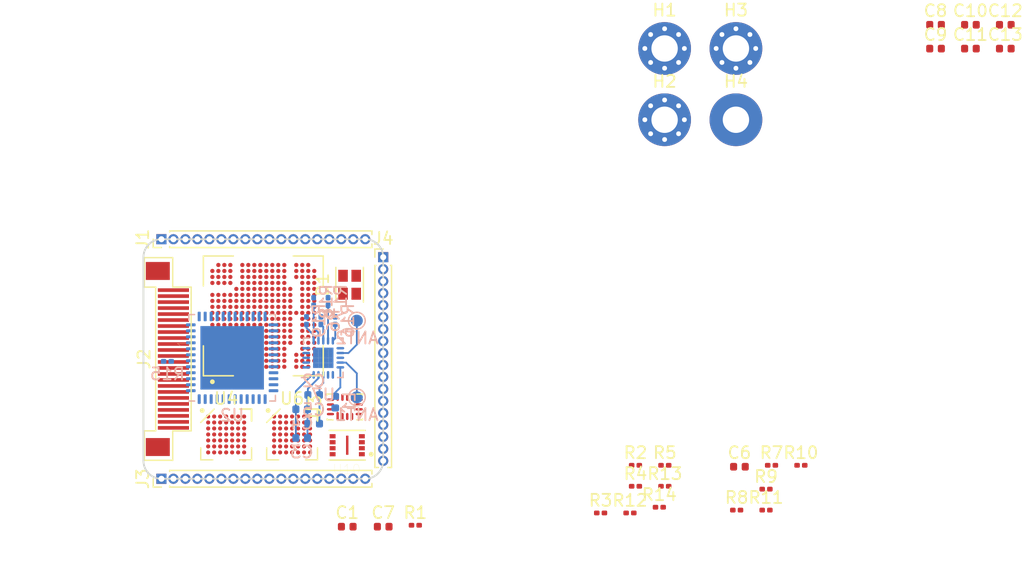
<source format=kicad_pcb>
(kicad_pcb (version 20171130) (host pcbnew "(5.1.6-0-10_14)")

  (general
    (thickness 1.6)
    (drawings 11)
    (tracks 35)
    (zones 0)
    (modules 51)
    (nets 265)
  )

  (page A4)
  (layers
    (0 F.Cu signal)
    (31 B.Cu signal)
    (32 B.Adhes user)
    (33 F.Adhes user)
    (34 B.Paste user)
    (35 F.Paste user)
    (36 B.SilkS user)
    (37 F.SilkS user)
    (38 B.Mask user)
    (39 F.Mask user)
    (40 Dwgs.User user)
    (41 Cmts.User user)
    (42 Eco1.User user)
    (43 Eco2.User user)
    (44 Edge.Cuts user)
    (45 Margin user)
    (46 B.CrtYd user)
    (47 F.CrtYd user)
    (48 B.Fab user)
    (49 F.Fab user)
  )

  (setup
    (last_trace_width 0.15)
    (trace_clearance 0.08)
    (zone_clearance 0.15)
    (zone_45_only no)
    (trace_min 0.15)
    (via_size 0.8)
    (via_drill 0.4)
    (via_min_size 0.4)
    (via_min_drill 0.3)
    (uvia_size 0.3)
    (uvia_drill 0.1)
    (uvias_allowed no)
    (uvia_min_size 0.2)
    (uvia_min_drill 0.1)
    (edge_width 0.15)
    (segment_width 0.2)
    (pcb_text_width 0.3)
    (pcb_text_size 1.5 1.5)
    (mod_edge_width 0.15)
    (mod_text_size 1 1)
    (mod_text_width 0.15)
    (pad_size 1.524 1.524)
    (pad_drill 0.762)
    (pad_to_mask_clearance 0.2)
    (aux_axis_origin 0 0)
    (visible_elements 7FFFFFFF)
    (pcbplotparams
      (layerselection 0x310fc_ffffffff)
      (usegerberextensions false)
      (usegerberattributes false)
      (usegerberadvancedattributes false)
      (creategerberjobfile false)
      (excludeedgelayer true)
      (linewidth 0.100000)
      (plotframeref false)
      (viasonmask false)
      (mode 1)
      (useauxorigin false)
      (hpglpennumber 1)
      (hpglpenspeed 20)
      (hpglpendiameter 15.000000)
      (psnegative false)
      (psa4output false)
      (plotreference true)
      (plotvalue true)
      (plotinvisibletext false)
      (padsonsilk false)
      (subtractmaskfromsilk false)
      (outputformat 1)
      (mirror false)
      (drillshape 0)
      (scaleselection 1)
      (outputdirectory "fab/"))
  )

  (net 0 "")
  (net 1 GND)
  (net 2 VIO)
  (net 3 "Net-(U1-PadV17)")
  (net 4 "Net-(U1-PadV12)")
  (net 5 "Net-(U1-PadV11)")
  (net 6 "Net-(U1-PadV9)")
  (net 7 "Net-(U1-PadV8)")
  (net 8 "Net-(U1-PadV6)")
  (net 9 "Net-(U1-PadV5)")
  (net 10 "Net-(U1-PadV3)")
  (net 11 "Net-(U1-PadV2)")
  (net 12 "Net-(U1-PadU17)")
  (net 13 "Net-(U1-PadU1)")
  (net 14 "Net-(U1-PadT1)")
  (net 15 "Net-(U1-PadR18)")
  (net 16 "Net-(U1-PadR16)")
  (net 17 "Net-(U1-PadN18)")
  (net 18 "Net-(U1-PadN17)")
  (net 19 "Net-(U1-PadN16)")
  (net 20 "Net-(U1-PadM18)")
  (net 21 "Net-(U2-Pad48)")
  (net 22 "Net-(U2-Pad47)")
  (net 23 "Net-(U2-Pad45)")
  (net 24 "Net-(U2-Pad44)")
  (net 25 "Net-(U2-Pad33)")
  (net 26 "Net-(U2-Pad32)")
  (net 27 "Net-(U2-Pad31)")
  (net 28 "Net-(U2-Pad30)")
  (net 29 "Net-(U2-Pad27)")
  (net 30 "Net-(U2-Pad26)")
  (net 31 "Net-(U2-Pad25)")
  (net 32 /FPGA/CSI_I2C_SDA)
  (net 33 /FPGA/CSI_I2C_SCL)
  (net 34 /FPGA/~CSI_RST)
  (net 35 /FPGA/CSI_VSYNC)
  (net 36 /FPGA/CSI_PWDN)
  (net 37 /FPGA/CSI_HSYNC)
  (net 38 "Net-(J2-Pad10)")
  (net 39 /FPGA/CSI_Y9)
  (net 40 "Net-(J2-Pad13)")
  (net 41 /FPGA/CSI_Y8)
  (net 42 /FPGA/CSI_Y7)
  (net 43 /FPGA/CSI_PCLK)
  (net 44 /FPGA/CSI_Y6)
  (net 45 /FPGA/CSI_Y2)
  (net 46 /FPGA/CSI_Y3)
  (net 47 /FPGA/CSI_Y5)
  (net 48 /FPGA/CSI_Y4)
  (net 49 /FPGA/ADCREF)
  (net 50 /FPGA/ADCREFOUT)
  (net 51 /FPGA/INITN)
  (net 52 /FPGA/FLASH_MOSI)
  (net 53 /FPGA/DONE)
  (net 54 /FPGA/FLASH_MISO)
  (net 55 +1V8)
  (net 56 IO18)
  (net 57 IO17)
  (net 58 IO16)
  (net 59 IO15)
  (net 60 IO14)
  (net 61 IO13)
  (net 62 IO12)
  (net 63 IO11)
  (net 64 IO10)
  (net 65 IO9)
  (net 66 IO8)
  (net 67 IO7)
  (net 68 IO6)
  (net 69 IO5)
  (net 70 IO4)
  (net 71 IO3)
  (net 72 IO2)
  (net 73 IO1)
  (net 74 IO0)
  (net 75 +2V8)
  (net 76 "Net-(J2-Pad1)")
  (net 77 "Net-(J2-Pad23)")
  (net 78 "Net-(J2-Pad24)")
  (net 79 IO37)
  (net 80 IO36)
  (net 81 IO35)
  (net 82 IO34)
  (net 83 IO33)
  (net 84 IO32)
  (net 85 IO31)
  (net 86 IO30)
  (net 87 IO29)
  (net 88 IO28)
  (net 89 IO27)
  (net 90 IO26)
  (net 91 IO25)
  (net 92 IO24)
  (net 93 IO23)
  (net 94 IO22)
  (net 95 IO21)
  (net 96 IO20)
  (net 97 IO19)
  (net 98 "/WIFI, BT, RT/IO2_PULL")
  (net 99 /FPGA/SDIO1_DAT0)
  (net 100 /FPGA/SDIO1_DAT1)
  (net 101 /FPGA/SDIO1_DAT2)
  (net 102 /FPGA/SDIO1_DAT3)
  (net 103 /FPGA/SDIO1_CMD)
  (net 104 "Net-(R14-Pad1)")
  (net 105 /FPGA/SDIO1_CLK)
  (net 106 /FPGA/CSI_MCLK)
  (net 107 "/WIFI, BT, RT/FPGA_PROGRAMN")
  (net 108 "/WIFI, BT, RT/FLASH_CLK")
  (net 109 "/WIFI, BT, RT/CS")
  (net 110 "/WIFI, BT, RT/HOLD")
  (net 111 "/WIFI, BT, RT/WP")
  (net 112 "Net-(U1-PadN15)")
  (net 113 "Net-(U1-PadN1)")
  (net 114 "Net-(U1-PadM1)")
  (net 115 "Net-(C1-Pad2)")
  (net 116 "Net-(C1-Pad1)")
  (net 117 /FPGA/RAM1_ADQ3)
  (net 118 /FPGA/RAM1_ADQ2)
  (net 119 /FPGA/RAM0_ADQ11)
  (net 120 /FPGA/RAM0_ADQ13)
  (net 121 /FPGA/RAM0_ADQ12)
  (net 122 /FPGA/RAM0_ADQ7)
  (net 123 /FPGA/RAM0_ADQ10)
  (net 124 /FPGA/RAM0_ADQ8)
  (net 125 /FPGA/RAM0_ADQ9)
  (net 126 /FPGA/RAM0_ADQ6)
  (net 127 /FPGA/RAM1_ADQ0)
  (net 128 /FPGA/RAM0_ADQ5)
  (net 129 /FPGA/RAM1_ADQ1)
  (net 130 /FPGA/RAM0_ADQ1)
  (net 131 /FPGA/RAM0_ADQ4)
  (net 132 /FPGA/RAM0_ADQ3)
  (net 133 /FPGA/RAM0_ADQ0)
  (net 134 /FPGA/RAM0_A21)
  (net 135 /FPGA/RAM0_ADQ2)
  (net 136 /FPGA/RAM0_A17)
  (net 137 /FPGA/RAM0_A18)
  (net 138 /FPGA/RAM0_A19)
  (net 139 /FPGA/RAM0_A20)
  (net 140 /FPGA/RAM0_A16)
  (net 141 /FPGA/RAM0_ADQ14)
  (net 142 /FPGA/RAM1_ADQ8)
  (net 143 /FPGA/RAM1_A21)
  (net 144 /FPGA/RAM1_ADQ12)
  (net 145 /FPGA/RAM1_A17)
  (net 146 /FPGA/RAM1_A20)
  (net 147 /FPGA/RAM0_ADQ15)
  (net 148 /FPGA/RAM1_ADQ10)
  (net 149 /FPGA/RAM1_ADQ9)
  (net 150 /FPGA/RAM1_ADQ13)
  (net 151 /FPGA/RAM1_A19)
  (net 152 /FPGA/RAM1_ADQ11)
  (net 153 /FPGA/RAM1_ADQ6)
  (net 154 /FPGA/RAM1_ADQ15)
  (net 155 /FPGA/RAM1_A18)
  (net 156 /FPGA/RAM1_ADQ7)
  (net 157 /FPGA/RAM1_ADQ4)
  (net 158 /FPGA/RAM1_ADQ5)
  (net 159 /FPGA/RAM1_ADQ14)
  (net 160 /FPGA/RAM1_A16)
  (net 161 "Net-(U4-PadA7)")
  (net 162 "Net-(U4-PadG6)")
  (net 163 "Net-(U4-PadF6)")
  (net 164 "Net-(U4-PadE6)")
  (net 165 "Net-(U4-PadD6)")
  (net 166 "Net-(U4-PadA6)")
  (net 167 "Net-(U4-PadG5)")
  (net 168 "Net-(U4-PadF5)")
  (net 169 "Net-(U4-PadE5)")
  (net 170 "Net-(U4-PadA5)")
  (net 171 "Net-(U4-PadG4)")
  (net 172 "Net-(U4-PadF4)")
  (net 173 "Net-(U4-PadE4)")
  (net 174 "Net-(U4-PadC4)")
  (net 175 "Net-(U4-PadB4)")
  (net 176 "Net-(U4-PadA4)")
  (net 177 "Net-(U4-PadG3)")
  (net 178 "Net-(U4-PadF3)")
  (net 179 "Net-(U4-PadE3)")
  (net 180 "Net-(U4-PadA3)")
  (net 181 "Net-(U4-PadG2)")
  (net 182 "Net-(U4-PadF2)")
  (net 183 "Net-(U4-PadE2)")
  (net 184 "Net-(U4-PadD2)")
  (net 185 "Net-(U4-PadA2)")
  (net 186 /FPGA/RAM_WAIT)
  (net 187 "Net-(U4-PadA1)")
  (net 188 "Net-(U6-PadA7)")
  (net 189 "Net-(U6-PadG6)")
  (net 190 "Net-(U6-PadF6)")
  (net 191 "Net-(U6-PadE6)")
  (net 192 "Net-(U6-PadD6)")
  (net 193 "Net-(U6-PadA6)")
  (net 194 "Net-(U6-PadG5)")
  (net 195 "Net-(U6-PadF5)")
  (net 196 "Net-(U6-PadE5)")
  (net 197 "Net-(U6-PadA5)")
  (net 198 "Net-(U6-PadG4)")
  (net 199 "Net-(U6-PadF4)")
  (net 200 "Net-(U6-PadE4)")
  (net 201 "Net-(U6-PadC4)")
  (net 202 "Net-(U6-PadB4)")
  (net 203 "Net-(U6-PadA4)")
  (net 204 "Net-(U6-PadG3)")
  (net 205 "Net-(U6-PadF3)")
  (net 206 "Net-(U6-PadE3)")
  (net 207 "Net-(U6-PadA3)")
  (net 208 "Net-(U6-PadG2)")
  (net 209 "Net-(U6-PadF2)")
  (net 210 "Net-(U6-PadE2)")
  (net 211 "Net-(U6-PadD2)")
  (net 212 "Net-(U6-PadA2)")
  (net 213 "Net-(U6-PadA1)")
  (net 214 "Net-(ANT1-Pad1)")
  (net 215 "Net-(ANT2-Pad1)")
  (net 216 "Net-(U7-Pad17)")
  (net 217 "Net-(U7-Pad16)")
  (net 218 "Net-(U7-Pad4)")
  (net 219 "Net-(U7-Pad3)")
  (net 220 "Net-(U7-Pad2)")
  (net 221 "Net-(U1-PadF3)")
  (net 222 "Net-(D1-Pad4)")
  (net 223 "Net-(D1-Pad3)")
  (net 224 "Net-(D1-Pad2)")
  (net 225 "Net-(D1-Pad1)")
  (net 226 IO40)
  (net 227 IO39)
  (net 228 IO38)
  (net 229 +1V1)
  (net 230 +2V5)
  (net 231 "Net-(U1-PadM17)")
  (net 232 "Net-(U1-PadM16)")
  (net 233 "Net-(U1-PadC9)")
  (net 234 "Net-(U1-PadC8)")
  (net 235 "Net-(U1-PadB9)")
  (net 236 "Net-(U1-PadB8)")
  (net 237 "Net-(U1-PadA9)")
  (net 238 "Net-(U1-PadA8)")
  (net 239 "/WIFI, BT, RT/MISO")
  (net 240 "/WIFI, BT, RT/MOSI")
  (net 241 "/WIFI, BT, RT/CLK")
  (net 242 /FPGA/FLASH_HOLD)
  (net 243 "Net-(U10-Pad2)")
  (net 244 "Net-(U10-Pad5)")
  (net 245 "Net-(U10-Pad6)")
  (net 246 "Net-(L1-Pad2)")
  (net 247 "/WIFI, BT, RT/PDET")
  (net 248 "/WIFI, BT, RT/SWANT")
  (net 249 "Net-(R16-Pad1)")
  (net 250 "/WIFI, BT, RT/MODE")
  (net 251 "Net-(R17-Pad1)")
  (net 252 "/WIFI, BT, RT/RXEN")
  (net 253 "Net-(R18-Pad1)")
  (net 254 "/WIFI, BT, RT/TXEN")
  (net 255 "Net-(R19-Pad1)")
  (net 256 "/WIFI, BT, RT/TXRX")
  (net 257 "Net-(C12-Pad1)")
  (net 258 "Net-(H1-Pad1)")
  (net 259 "Net-(H2-Pad1)")
  (net 260 "Net-(H3-Pad1)")
  (net 261 "Net-(H4-Pad1)")
  (net 262 EN)
  (net 263 "/WIFI, BT, RT/SEL")
  (net 264 "/WIFI, BT, RT/SPI_EN")

  (net_class Default "This is the default net class."
    (clearance 0.08)
    (trace_width 0.15)
    (via_dia 0.8)
    (via_drill 0.4)
    (uvia_dia 0.3)
    (uvia_drill 0.1)
    (add_net +1V1)
    (add_net +1V8)
    (add_net +2V5)
    (add_net +2V8)
    (add_net /FPGA/ADCREF)
    (add_net /FPGA/ADCREFOUT)
    (add_net /FPGA/CSI_HSYNC)
    (add_net /FPGA/CSI_I2C_SCL)
    (add_net /FPGA/CSI_I2C_SDA)
    (add_net /FPGA/CSI_MCLK)
    (add_net /FPGA/CSI_PCLK)
    (add_net /FPGA/CSI_PWDN)
    (add_net /FPGA/CSI_VSYNC)
    (add_net /FPGA/CSI_Y2)
    (add_net /FPGA/CSI_Y3)
    (add_net /FPGA/CSI_Y4)
    (add_net /FPGA/CSI_Y5)
    (add_net /FPGA/CSI_Y6)
    (add_net /FPGA/CSI_Y7)
    (add_net /FPGA/CSI_Y8)
    (add_net /FPGA/CSI_Y9)
    (add_net /FPGA/DONE)
    (add_net /FPGA/FLASH_HOLD)
    (add_net /FPGA/FLASH_MISO)
    (add_net /FPGA/FLASH_MOSI)
    (add_net /FPGA/INITN)
    (add_net /FPGA/RAM0_A16)
    (add_net /FPGA/RAM0_A17)
    (add_net /FPGA/RAM0_A18)
    (add_net /FPGA/RAM0_A19)
    (add_net /FPGA/RAM0_A20)
    (add_net /FPGA/RAM0_A21)
    (add_net /FPGA/RAM0_ADQ0)
    (add_net /FPGA/RAM0_ADQ1)
    (add_net /FPGA/RAM0_ADQ10)
    (add_net /FPGA/RAM0_ADQ11)
    (add_net /FPGA/RAM0_ADQ12)
    (add_net /FPGA/RAM0_ADQ13)
    (add_net /FPGA/RAM0_ADQ14)
    (add_net /FPGA/RAM0_ADQ15)
    (add_net /FPGA/RAM0_ADQ2)
    (add_net /FPGA/RAM0_ADQ3)
    (add_net /FPGA/RAM0_ADQ4)
    (add_net /FPGA/RAM0_ADQ5)
    (add_net /FPGA/RAM0_ADQ6)
    (add_net /FPGA/RAM0_ADQ7)
    (add_net /FPGA/RAM0_ADQ8)
    (add_net /FPGA/RAM0_ADQ9)
    (add_net /FPGA/RAM1_A16)
    (add_net /FPGA/RAM1_A17)
    (add_net /FPGA/RAM1_A18)
    (add_net /FPGA/RAM1_A19)
    (add_net /FPGA/RAM1_A20)
    (add_net /FPGA/RAM1_A21)
    (add_net /FPGA/RAM1_ADQ0)
    (add_net /FPGA/RAM1_ADQ1)
    (add_net /FPGA/RAM1_ADQ10)
    (add_net /FPGA/RAM1_ADQ11)
    (add_net /FPGA/RAM1_ADQ12)
    (add_net /FPGA/RAM1_ADQ13)
    (add_net /FPGA/RAM1_ADQ14)
    (add_net /FPGA/RAM1_ADQ15)
    (add_net /FPGA/RAM1_ADQ2)
    (add_net /FPGA/RAM1_ADQ3)
    (add_net /FPGA/RAM1_ADQ4)
    (add_net /FPGA/RAM1_ADQ5)
    (add_net /FPGA/RAM1_ADQ6)
    (add_net /FPGA/RAM1_ADQ7)
    (add_net /FPGA/RAM1_ADQ8)
    (add_net /FPGA/RAM1_ADQ9)
    (add_net /FPGA/RAM_WAIT)
    (add_net /FPGA/SDIO1_CLK)
    (add_net /FPGA/SDIO1_CMD)
    (add_net /FPGA/SDIO1_DAT0)
    (add_net /FPGA/SDIO1_DAT1)
    (add_net /FPGA/SDIO1_DAT2)
    (add_net /FPGA/SDIO1_DAT3)
    (add_net /FPGA/~CSI_RST)
    (add_net "/WIFI, BT, RT/CLK")
    (add_net "/WIFI, BT, RT/CS")
    (add_net "/WIFI, BT, RT/FLASH_CLK")
    (add_net "/WIFI, BT, RT/FPGA_PROGRAMN")
    (add_net "/WIFI, BT, RT/HOLD")
    (add_net "/WIFI, BT, RT/IO2_PULL")
    (add_net "/WIFI, BT, RT/MISO")
    (add_net "/WIFI, BT, RT/MODE")
    (add_net "/WIFI, BT, RT/MOSI")
    (add_net "/WIFI, BT, RT/PDET")
    (add_net "/WIFI, BT, RT/RXEN")
    (add_net "/WIFI, BT, RT/SEL")
    (add_net "/WIFI, BT, RT/SPI_EN")
    (add_net "/WIFI, BT, RT/SWANT")
    (add_net "/WIFI, BT, RT/TXEN")
    (add_net "/WIFI, BT, RT/TXRX")
    (add_net "/WIFI, BT, RT/WP")
    (add_net EN)
    (add_net GND)
    (add_net IO0)
    (add_net IO1)
    (add_net IO10)
    (add_net IO11)
    (add_net IO12)
    (add_net IO13)
    (add_net IO14)
    (add_net IO15)
    (add_net IO16)
    (add_net IO17)
    (add_net IO18)
    (add_net IO19)
    (add_net IO2)
    (add_net IO20)
    (add_net IO21)
    (add_net IO22)
    (add_net IO23)
    (add_net IO24)
    (add_net IO25)
    (add_net IO26)
    (add_net IO27)
    (add_net IO28)
    (add_net IO29)
    (add_net IO3)
    (add_net IO30)
    (add_net IO31)
    (add_net IO32)
    (add_net IO33)
    (add_net IO34)
    (add_net IO35)
    (add_net IO36)
    (add_net IO37)
    (add_net IO38)
    (add_net IO39)
    (add_net IO4)
    (add_net IO40)
    (add_net IO5)
    (add_net IO6)
    (add_net IO7)
    (add_net IO8)
    (add_net IO9)
    (add_net "Net-(ANT1-Pad1)")
    (add_net "Net-(ANT2-Pad1)")
    (add_net "Net-(C1-Pad1)")
    (add_net "Net-(C1-Pad2)")
    (add_net "Net-(C12-Pad1)")
    (add_net "Net-(D1-Pad1)")
    (add_net "Net-(D1-Pad2)")
    (add_net "Net-(D1-Pad3)")
    (add_net "Net-(D1-Pad4)")
    (add_net "Net-(H1-Pad1)")
    (add_net "Net-(H2-Pad1)")
    (add_net "Net-(H3-Pad1)")
    (add_net "Net-(H4-Pad1)")
    (add_net "Net-(J2-Pad1)")
    (add_net "Net-(J2-Pad10)")
    (add_net "Net-(J2-Pad13)")
    (add_net "Net-(J2-Pad23)")
    (add_net "Net-(J2-Pad24)")
    (add_net "Net-(L1-Pad2)")
    (add_net "Net-(R14-Pad1)")
    (add_net "Net-(R16-Pad1)")
    (add_net "Net-(R17-Pad1)")
    (add_net "Net-(R18-Pad1)")
    (add_net "Net-(R19-Pad1)")
    (add_net "Net-(U1-PadA8)")
    (add_net "Net-(U1-PadA9)")
    (add_net "Net-(U1-PadB8)")
    (add_net "Net-(U1-PadB9)")
    (add_net "Net-(U1-PadC8)")
    (add_net "Net-(U1-PadC9)")
    (add_net "Net-(U1-PadF3)")
    (add_net "Net-(U1-PadM1)")
    (add_net "Net-(U1-PadM16)")
    (add_net "Net-(U1-PadM17)")
    (add_net "Net-(U1-PadM18)")
    (add_net "Net-(U1-PadN1)")
    (add_net "Net-(U1-PadN15)")
    (add_net "Net-(U1-PadN16)")
    (add_net "Net-(U1-PadN17)")
    (add_net "Net-(U1-PadN18)")
    (add_net "Net-(U1-PadR16)")
    (add_net "Net-(U1-PadR18)")
    (add_net "Net-(U1-PadT1)")
    (add_net "Net-(U1-PadU1)")
    (add_net "Net-(U1-PadU17)")
    (add_net "Net-(U1-PadV11)")
    (add_net "Net-(U1-PadV12)")
    (add_net "Net-(U1-PadV17)")
    (add_net "Net-(U1-PadV2)")
    (add_net "Net-(U1-PadV3)")
    (add_net "Net-(U1-PadV5)")
    (add_net "Net-(U1-PadV6)")
    (add_net "Net-(U1-PadV8)")
    (add_net "Net-(U1-PadV9)")
    (add_net "Net-(U10-Pad2)")
    (add_net "Net-(U10-Pad5)")
    (add_net "Net-(U10-Pad6)")
    (add_net "Net-(U2-Pad25)")
    (add_net "Net-(U2-Pad26)")
    (add_net "Net-(U2-Pad27)")
    (add_net "Net-(U2-Pad30)")
    (add_net "Net-(U2-Pad31)")
    (add_net "Net-(U2-Pad32)")
    (add_net "Net-(U2-Pad33)")
    (add_net "Net-(U2-Pad44)")
    (add_net "Net-(U2-Pad45)")
    (add_net "Net-(U2-Pad47)")
    (add_net "Net-(U2-Pad48)")
    (add_net "Net-(U4-PadA1)")
    (add_net "Net-(U4-PadA2)")
    (add_net "Net-(U4-PadA3)")
    (add_net "Net-(U4-PadA4)")
    (add_net "Net-(U4-PadA5)")
    (add_net "Net-(U4-PadA6)")
    (add_net "Net-(U4-PadA7)")
    (add_net "Net-(U4-PadB4)")
    (add_net "Net-(U4-PadC4)")
    (add_net "Net-(U4-PadD2)")
    (add_net "Net-(U4-PadD6)")
    (add_net "Net-(U4-PadE2)")
    (add_net "Net-(U4-PadE3)")
    (add_net "Net-(U4-PadE4)")
    (add_net "Net-(U4-PadE5)")
    (add_net "Net-(U4-PadE6)")
    (add_net "Net-(U4-PadF2)")
    (add_net "Net-(U4-PadF3)")
    (add_net "Net-(U4-PadF4)")
    (add_net "Net-(U4-PadF5)")
    (add_net "Net-(U4-PadF6)")
    (add_net "Net-(U4-PadG2)")
    (add_net "Net-(U4-PadG3)")
    (add_net "Net-(U4-PadG4)")
    (add_net "Net-(U4-PadG5)")
    (add_net "Net-(U4-PadG6)")
    (add_net "Net-(U6-PadA1)")
    (add_net "Net-(U6-PadA2)")
    (add_net "Net-(U6-PadA3)")
    (add_net "Net-(U6-PadA4)")
    (add_net "Net-(U6-PadA5)")
    (add_net "Net-(U6-PadA6)")
    (add_net "Net-(U6-PadA7)")
    (add_net "Net-(U6-PadB4)")
    (add_net "Net-(U6-PadC4)")
    (add_net "Net-(U6-PadD2)")
    (add_net "Net-(U6-PadD6)")
    (add_net "Net-(U6-PadE2)")
    (add_net "Net-(U6-PadE3)")
    (add_net "Net-(U6-PadE4)")
    (add_net "Net-(U6-PadE5)")
    (add_net "Net-(U6-PadE6)")
    (add_net "Net-(U6-PadF2)")
    (add_net "Net-(U6-PadF3)")
    (add_net "Net-(U6-PadF4)")
    (add_net "Net-(U6-PadF5)")
    (add_net "Net-(U6-PadF6)")
    (add_net "Net-(U6-PadG2)")
    (add_net "Net-(U6-PadG3)")
    (add_net "Net-(U6-PadG4)")
    (add_net "Net-(U6-PadG5)")
    (add_net "Net-(U6-PadG6)")
    (add_net "Net-(U7-Pad16)")
    (add_net "Net-(U7-Pad17)")
    (add_net "Net-(U7-Pad2)")
    (add_net "Net-(U7-Pad3)")
    (add_net "Net-(U7-Pad4)")
    (add_net VIO)
  )

  (net_class Power ""
    (clearance 0.08)
    (trace_width 0.5)
    (via_dia 0.8)
    (via_drill 0.4)
    (uvia_dia 0.3)
    (uvia_drill 0.1)
  )

  (module MountingHole:MountingHole_2.2mm_M2_Pad (layer F.Cu) (tedit 56D1B4CB) (tstamp 5F06355A)
    (at 99.425001 10.025001)
    (descr "Mounting Hole 2.2mm, M2")
    (tags "mounting hole 2.2mm m2")
    (path /5F067FD3)
    (attr virtual)
    (fp_text reference H4 (at 0 -3.2) (layer F.SilkS)
      (effects (font (size 1 1) (thickness 0.15)))
    )
    (fp_text value MountingHole_Pad (at 0 3.2) (layer F.Fab)
      (effects (font (size 1 1) (thickness 0.15)))
    )
    (fp_text user %R (at 0.3 0) (layer F.Fab)
      (effects (font (size 1 1) (thickness 0.15)))
    )
    (fp_circle (center 0 0) (end 2.2 0) (layer Cmts.User) (width 0.15))
    (fp_circle (center 0 0) (end 2.45 0) (layer F.CrtYd) (width 0.05))
    (pad 1 thru_hole circle (at 0 0) (size 4.4 4.4) (drill 2.2) (layers *.Cu *.Mask)
      (net 261 "Net-(H4-Pad1)"))
  )

  (module MountingHole:MountingHole_2.2mm_M2_Pad_Via (layer F.Cu) (tedit 56DDB9C7) (tstamp 5F063552)
    (at 99.425001 4.075001)
    (descr "Mounting Hole 2.2mm, M2")
    (tags "mounting hole 2.2mm m2")
    (path /5F067072)
    (attr virtual)
    (fp_text reference H3 (at 0 -3.2) (layer F.SilkS)
      (effects (font (size 1 1) (thickness 0.15)))
    )
    (fp_text value MountingHole_Pad (at 0 3.2) (layer F.Fab)
      (effects (font (size 1 1) (thickness 0.15)))
    )
    (fp_text user %R (at 0.3 0) (layer F.Fab)
      (effects (font (size 1 1) (thickness 0.15)))
    )
    (fp_circle (center 0 0) (end 2.2 0) (layer Cmts.User) (width 0.15))
    (fp_circle (center 0 0) (end 2.45 0) (layer F.CrtYd) (width 0.05))
    (pad 1 thru_hole circle (at 1.166726 -1.166726) (size 0.7 0.7) (drill 0.4) (layers *.Cu *.Mask)
      (net 260 "Net-(H3-Pad1)"))
    (pad 1 thru_hole circle (at 0 -1.65) (size 0.7 0.7) (drill 0.4) (layers *.Cu *.Mask)
      (net 260 "Net-(H3-Pad1)"))
    (pad 1 thru_hole circle (at -1.166726 -1.166726) (size 0.7 0.7) (drill 0.4) (layers *.Cu *.Mask)
      (net 260 "Net-(H3-Pad1)"))
    (pad 1 thru_hole circle (at -1.65 0) (size 0.7 0.7) (drill 0.4) (layers *.Cu *.Mask)
      (net 260 "Net-(H3-Pad1)"))
    (pad 1 thru_hole circle (at -1.166726 1.166726) (size 0.7 0.7) (drill 0.4) (layers *.Cu *.Mask)
      (net 260 "Net-(H3-Pad1)"))
    (pad 1 thru_hole circle (at 0 1.65) (size 0.7 0.7) (drill 0.4) (layers *.Cu *.Mask)
      (net 260 "Net-(H3-Pad1)"))
    (pad 1 thru_hole circle (at 1.166726 1.166726) (size 0.7 0.7) (drill 0.4) (layers *.Cu *.Mask)
      (net 260 "Net-(H3-Pad1)"))
    (pad 1 thru_hole circle (at 1.65 0) (size 0.7 0.7) (drill 0.4) (layers *.Cu *.Mask)
      (net 260 "Net-(H3-Pad1)"))
    (pad 1 thru_hole circle (at 0 0) (size 4.4 4.4) (drill 2.2) (layers *.Cu *.Mask)
      (net 260 "Net-(H3-Pad1)"))
  )

  (module MountingHole:MountingHole_2.2mm_M2_Pad_Via (layer F.Cu) (tedit 56DDB9C7) (tstamp 5F063542)
    (at 93.475001 10.025001)
    (descr "Mounting Hole 2.2mm, M2")
    (tags "mounting hole 2.2mm m2")
    (path /5F069161)
    (attr virtual)
    (fp_text reference H2 (at 0 -3.2) (layer F.SilkS)
      (effects (font (size 1 1) (thickness 0.15)))
    )
    (fp_text value MountingHole_Pad (at 0 3.2) (layer F.Fab)
      (effects (font (size 1 1) (thickness 0.15)))
    )
    (fp_text user %R (at 0.3 0) (layer F.Fab)
      (effects (font (size 1 1) (thickness 0.15)))
    )
    (fp_circle (center 0 0) (end 2.2 0) (layer Cmts.User) (width 0.15))
    (fp_circle (center 0 0) (end 2.45 0) (layer F.CrtYd) (width 0.05))
    (pad 1 thru_hole circle (at 1.166726 -1.166726) (size 0.7 0.7) (drill 0.4) (layers *.Cu *.Mask)
      (net 259 "Net-(H2-Pad1)"))
    (pad 1 thru_hole circle (at 0 -1.65) (size 0.7 0.7) (drill 0.4) (layers *.Cu *.Mask)
      (net 259 "Net-(H2-Pad1)"))
    (pad 1 thru_hole circle (at -1.166726 -1.166726) (size 0.7 0.7) (drill 0.4) (layers *.Cu *.Mask)
      (net 259 "Net-(H2-Pad1)"))
    (pad 1 thru_hole circle (at -1.65 0) (size 0.7 0.7) (drill 0.4) (layers *.Cu *.Mask)
      (net 259 "Net-(H2-Pad1)"))
    (pad 1 thru_hole circle (at -1.166726 1.166726) (size 0.7 0.7) (drill 0.4) (layers *.Cu *.Mask)
      (net 259 "Net-(H2-Pad1)"))
    (pad 1 thru_hole circle (at 0 1.65) (size 0.7 0.7) (drill 0.4) (layers *.Cu *.Mask)
      (net 259 "Net-(H2-Pad1)"))
    (pad 1 thru_hole circle (at 1.166726 1.166726) (size 0.7 0.7) (drill 0.4) (layers *.Cu *.Mask)
      (net 259 "Net-(H2-Pad1)"))
    (pad 1 thru_hole circle (at 1.65 0) (size 0.7 0.7) (drill 0.4) (layers *.Cu *.Mask)
      (net 259 "Net-(H2-Pad1)"))
    (pad 1 thru_hole circle (at 0 0) (size 4.4 4.4) (drill 2.2) (layers *.Cu *.Mask)
      (net 259 "Net-(H2-Pad1)"))
  )

  (module MountingHole:MountingHole_2.2mm_M2_Pad_Via (layer F.Cu) (tedit 56DDB9C7) (tstamp 5F063532)
    (at 93.475001 4.075001)
    (descr "Mounting Hole 2.2mm, M2")
    (tags "mounting hole 2.2mm m2")
    (path /5F06915B)
    (attr virtual)
    (fp_text reference H1 (at 0 -3.2) (layer F.SilkS)
      (effects (font (size 1 1) (thickness 0.15)))
    )
    (fp_text value MountingHole_Pad (at 0 3.2) (layer F.Fab)
      (effects (font (size 1 1) (thickness 0.15)))
    )
    (fp_text user %R (at 0.3 0) (layer F.Fab)
      (effects (font (size 1 1) (thickness 0.15)))
    )
    (fp_circle (center 0 0) (end 2.2 0) (layer Cmts.User) (width 0.15))
    (fp_circle (center 0 0) (end 2.45 0) (layer F.CrtYd) (width 0.05))
    (pad 1 thru_hole circle (at 1.166726 -1.166726) (size 0.7 0.7) (drill 0.4) (layers *.Cu *.Mask)
      (net 258 "Net-(H1-Pad1)"))
    (pad 1 thru_hole circle (at 0 -1.65) (size 0.7 0.7) (drill 0.4) (layers *.Cu *.Mask)
      (net 258 "Net-(H1-Pad1)"))
    (pad 1 thru_hole circle (at -1.166726 -1.166726) (size 0.7 0.7) (drill 0.4) (layers *.Cu *.Mask)
      (net 258 "Net-(H1-Pad1)"))
    (pad 1 thru_hole circle (at -1.65 0) (size 0.7 0.7) (drill 0.4) (layers *.Cu *.Mask)
      (net 258 "Net-(H1-Pad1)"))
    (pad 1 thru_hole circle (at -1.166726 1.166726) (size 0.7 0.7) (drill 0.4) (layers *.Cu *.Mask)
      (net 258 "Net-(H1-Pad1)"))
    (pad 1 thru_hole circle (at 0 1.65) (size 0.7 0.7) (drill 0.4) (layers *.Cu *.Mask)
      (net 258 "Net-(H1-Pad1)"))
    (pad 1 thru_hole circle (at 1.166726 1.166726) (size 0.7 0.7) (drill 0.4) (layers *.Cu *.Mask)
      (net 258 "Net-(H1-Pad1)"))
    (pad 1 thru_hole circle (at 1.65 0) (size 0.7 0.7) (drill 0.4) (layers *.Cu *.Mask)
      (net 258 "Net-(H1-Pad1)"))
    (pad 1 thru_hole circle (at 0 0) (size 4.4 4.4) (drill 2.2) (layers *.Cu *.Mask)
      (net 258 "Net-(H1-Pad1)"))
  )

  (module Capacitor_SMD:C_0402_1005Metric (layer F.Cu) (tedit 5B301BBE) (tstamp 5F0634F8)
    (at 121.895001 4.085001)
    (descr "Capacitor SMD 0402 (1005 Metric), square (rectangular) end terminal, IPC_7351 nominal, (Body size source: http://www.tortai-tech.com/upload/download/2011102023233369053.pdf), generated with kicad-footprint-generator")
    (tags capacitor)
    (path /5C7A02C5/5F1236D9)
    (attr smd)
    (fp_text reference C13 (at 0 -1.17) (layer F.SilkS)
      (effects (font (size 1 1) (thickness 0.15)))
    )
    (fp_text value C (at 0 1.17) (layer F.Fab)
      (effects (font (size 1 1) (thickness 0.15)))
    )
    (fp_text user %R (at 0 0) (layer F.Fab)
      (effects (font (size 0.25 0.25) (thickness 0.04)))
    )
    (fp_line (start -0.5 0.25) (end -0.5 -0.25) (layer F.Fab) (width 0.1))
    (fp_line (start -0.5 -0.25) (end 0.5 -0.25) (layer F.Fab) (width 0.1))
    (fp_line (start 0.5 -0.25) (end 0.5 0.25) (layer F.Fab) (width 0.1))
    (fp_line (start 0.5 0.25) (end -0.5 0.25) (layer F.Fab) (width 0.1))
    (fp_line (start -0.93 0.47) (end -0.93 -0.47) (layer F.CrtYd) (width 0.05))
    (fp_line (start -0.93 -0.47) (end 0.93 -0.47) (layer F.CrtYd) (width 0.05))
    (fp_line (start 0.93 -0.47) (end 0.93 0.47) (layer F.CrtYd) (width 0.05))
    (fp_line (start 0.93 0.47) (end -0.93 0.47) (layer F.CrtYd) (width 0.05))
    (pad 2 smd roundrect (at 0.485 0) (size 0.59 0.64) (layers F.Cu F.Paste F.Mask) (roundrect_rratio 0.25)
      (net 1 GND))
    (pad 1 smd roundrect (at -0.485 0) (size 0.59 0.64) (layers F.Cu F.Paste F.Mask) (roundrect_rratio 0.25)
      (net 256 "/WIFI, BT, RT/TXRX"))
    (model ${KISYS3DMOD}/Capacitor_SMD.3dshapes/C_0402_1005Metric.wrl
      (at (xyz 0 0 0))
      (scale (xyz 1 1 1))
      (rotate (xyz 0 0 0))
    )
  )

  (module Capacitor_SMD:C_0402_1005Metric (layer F.Cu) (tedit 5B301BBE) (tstamp 5F0634E9)
    (at 121.895001 2.095001)
    (descr "Capacitor SMD 0402 (1005 Metric), square (rectangular) end terminal, IPC_7351 nominal, (Body size source: http://www.tortai-tech.com/upload/download/2011102023233369053.pdf), generated with kicad-footprint-generator")
    (tags capacitor)
    (path /5C7A02C5/5F124286)
    (attr smd)
    (fp_text reference C12 (at 0 -1.17) (layer F.SilkS)
      (effects (font (size 1 1) (thickness 0.15)))
    )
    (fp_text value C (at 0 1.17) (layer F.Fab)
      (effects (font (size 1 1) (thickness 0.15)))
    )
    (fp_text user %R (at 0 0) (layer F.Fab)
      (effects (font (size 0.25 0.25) (thickness 0.04)))
    )
    (fp_line (start -0.5 0.25) (end -0.5 -0.25) (layer F.Fab) (width 0.1))
    (fp_line (start -0.5 -0.25) (end 0.5 -0.25) (layer F.Fab) (width 0.1))
    (fp_line (start 0.5 -0.25) (end 0.5 0.25) (layer F.Fab) (width 0.1))
    (fp_line (start 0.5 0.25) (end -0.5 0.25) (layer F.Fab) (width 0.1))
    (fp_line (start -0.93 0.47) (end -0.93 -0.47) (layer F.CrtYd) (width 0.05))
    (fp_line (start -0.93 -0.47) (end 0.93 -0.47) (layer F.CrtYd) (width 0.05))
    (fp_line (start 0.93 -0.47) (end 0.93 0.47) (layer F.CrtYd) (width 0.05))
    (fp_line (start 0.93 0.47) (end -0.93 0.47) (layer F.CrtYd) (width 0.05))
    (pad 2 smd roundrect (at 0.485 0) (size 0.59 0.64) (layers F.Cu F.Paste F.Mask) (roundrect_rratio 0.25)
      (net 256 "/WIFI, BT, RT/TXRX"))
    (pad 1 smd roundrect (at -0.485 0) (size 0.59 0.64) (layers F.Cu F.Paste F.Mask) (roundrect_rratio 0.25)
      (net 257 "Net-(C12-Pad1)"))
    (model ${KISYS3DMOD}/Capacitor_SMD.3dshapes/C_0402_1005Metric.wrl
      (at (xyz 0 0 0))
      (scale (xyz 1 1 1))
      (rotate (xyz 0 0 0))
    )
  )

  (module Capacitor_SMD:C_0402_1005Metric (layer F.Cu) (tedit 5B301BBE) (tstamp 5F0634DA)
    (at 118.985001 4.085001)
    (descr "Capacitor SMD 0402 (1005 Metric), square (rectangular) end terminal, IPC_7351 nominal, (Body size source: http://www.tortai-tech.com/upload/download/2011102023233369053.pdf), generated with kicad-footprint-generator")
    (tags capacitor)
    (path /5C7A02C5/5F131170)
    (attr smd)
    (fp_text reference C11 (at 0 -1.17) (layer F.SilkS)
      (effects (font (size 1 1) (thickness 0.15)))
    )
    (fp_text value 0.1uF (at 0 1.17) (layer F.Fab)
      (effects (font (size 1 1) (thickness 0.15)))
    )
    (fp_text user %R (at 0 0) (layer F.Fab)
      (effects (font (size 0.25 0.25) (thickness 0.04)))
    )
    (fp_line (start -0.5 0.25) (end -0.5 -0.25) (layer F.Fab) (width 0.1))
    (fp_line (start -0.5 -0.25) (end 0.5 -0.25) (layer F.Fab) (width 0.1))
    (fp_line (start 0.5 -0.25) (end 0.5 0.25) (layer F.Fab) (width 0.1))
    (fp_line (start 0.5 0.25) (end -0.5 0.25) (layer F.Fab) (width 0.1))
    (fp_line (start -0.93 0.47) (end -0.93 -0.47) (layer F.CrtYd) (width 0.05))
    (fp_line (start -0.93 -0.47) (end 0.93 -0.47) (layer F.CrtYd) (width 0.05))
    (fp_line (start 0.93 -0.47) (end 0.93 0.47) (layer F.CrtYd) (width 0.05))
    (fp_line (start 0.93 0.47) (end -0.93 0.47) (layer F.CrtYd) (width 0.05))
    (pad 2 smd roundrect (at 0.485 0) (size 0.59 0.64) (layers F.Cu F.Paste F.Mask) (roundrect_rratio 0.25)
      (net 1 GND))
    (pad 1 smd roundrect (at -0.485 0) (size 0.59 0.64) (layers F.Cu F.Paste F.Mask) (roundrect_rratio 0.25)
      (net 2 VIO))
    (model ${KISYS3DMOD}/Capacitor_SMD.3dshapes/C_0402_1005Metric.wrl
      (at (xyz 0 0 0))
      (scale (xyz 1 1 1))
      (rotate (xyz 0 0 0))
    )
  )

  (module Capacitor_SMD:C_0402_1005Metric (layer F.Cu) (tedit 5B301BBE) (tstamp 5F0634CB)
    (at 118.985001 2.095001)
    (descr "Capacitor SMD 0402 (1005 Metric), square (rectangular) end terminal, IPC_7351 nominal, (Body size source: http://www.tortai-tech.com/upload/download/2011102023233369053.pdf), generated with kicad-footprint-generator")
    (tags capacitor)
    (path /5C7A02C5/5F119422)
    (attr smd)
    (fp_text reference C10 (at 0 -1.17) (layer F.SilkS)
      (effects (font (size 1 1) (thickness 0.15)))
    )
    (fp_text value 1uF (at 0 1.17) (layer F.Fab)
      (effects (font (size 1 1) (thickness 0.15)))
    )
    (fp_text user %R (at 0 0) (layer F.Fab)
      (effects (font (size 0.25 0.25) (thickness 0.04)))
    )
    (fp_line (start -0.5 0.25) (end -0.5 -0.25) (layer F.Fab) (width 0.1))
    (fp_line (start -0.5 -0.25) (end 0.5 -0.25) (layer F.Fab) (width 0.1))
    (fp_line (start 0.5 -0.25) (end 0.5 0.25) (layer F.Fab) (width 0.1))
    (fp_line (start 0.5 0.25) (end -0.5 0.25) (layer F.Fab) (width 0.1))
    (fp_line (start -0.93 0.47) (end -0.93 -0.47) (layer F.CrtYd) (width 0.05))
    (fp_line (start -0.93 -0.47) (end 0.93 -0.47) (layer F.CrtYd) (width 0.05))
    (fp_line (start 0.93 -0.47) (end 0.93 0.47) (layer F.CrtYd) (width 0.05))
    (fp_line (start 0.93 0.47) (end -0.93 0.47) (layer F.CrtYd) (width 0.05))
    (pad 2 smd roundrect (at 0.485 0) (size 0.59 0.64) (layers F.Cu F.Paste F.Mask) (roundrect_rratio 0.25)
      (net 1 GND))
    (pad 1 smd roundrect (at -0.485 0) (size 0.59 0.64) (layers F.Cu F.Paste F.Mask) (roundrect_rratio 0.25)
      (net 2 VIO))
    (model ${KISYS3DMOD}/Capacitor_SMD.3dshapes/C_0402_1005Metric.wrl
      (at (xyz 0 0 0))
      (scale (xyz 1 1 1))
      (rotate (xyz 0 0 0))
    )
  )

  (module Capacitor_SMD:C_0402_1005Metric (layer F.Cu) (tedit 5B301BBE) (tstamp 5F0634BC)
    (at 116.075001 4.085001)
    (descr "Capacitor SMD 0402 (1005 Metric), square (rectangular) end terminal, IPC_7351 nominal, (Body size source: http://www.tortai-tech.com/upload/download/2011102023233369053.pdf), generated with kicad-footprint-generator")
    (tags capacitor)
    (path /5C7A02C5/5F113763)
    (attr smd)
    (fp_text reference C9 (at 0 -1.17) (layer F.SilkS)
      (effects (font (size 1 1) (thickness 0.15)))
    )
    (fp_text value 0.1uF (at 0 1.17) (layer F.Fab)
      (effects (font (size 1 1) (thickness 0.15)))
    )
    (fp_text user %R (at 0 0) (layer F.Fab)
      (effects (font (size 0.25 0.25) (thickness 0.04)))
    )
    (fp_line (start -0.5 0.25) (end -0.5 -0.25) (layer F.Fab) (width 0.1))
    (fp_line (start -0.5 -0.25) (end 0.5 -0.25) (layer F.Fab) (width 0.1))
    (fp_line (start 0.5 -0.25) (end 0.5 0.25) (layer F.Fab) (width 0.1))
    (fp_line (start 0.5 0.25) (end -0.5 0.25) (layer F.Fab) (width 0.1))
    (fp_line (start -0.93 0.47) (end -0.93 -0.47) (layer F.CrtYd) (width 0.05))
    (fp_line (start -0.93 -0.47) (end 0.93 -0.47) (layer F.CrtYd) (width 0.05))
    (fp_line (start 0.93 -0.47) (end 0.93 0.47) (layer F.CrtYd) (width 0.05))
    (fp_line (start 0.93 0.47) (end -0.93 0.47) (layer F.CrtYd) (width 0.05))
    (pad 2 smd roundrect (at 0.485 0) (size 0.59 0.64) (layers F.Cu F.Paste F.Mask) (roundrect_rratio 0.25)
      (net 1 GND))
    (pad 1 smd roundrect (at -0.485 0) (size 0.59 0.64) (layers F.Cu F.Paste F.Mask) (roundrect_rratio 0.25)
      (net 247 "/WIFI, BT, RT/PDET"))
    (model ${KISYS3DMOD}/Capacitor_SMD.3dshapes/C_0402_1005Metric.wrl
      (at (xyz 0 0 0))
      (scale (xyz 1 1 1))
      (rotate (xyz 0 0 0))
    )
  )

  (module Capacitor_SMD:C_0402_1005Metric (layer F.Cu) (tedit 5B301BBE) (tstamp 5F0634AD)
    (at 116.075001 2.095001)
    (descr "Capacitor SMD 0402 (1005 Metric), square (rectangular) end terminal, IPC_7351 nominal, (Body size source: http://www.tortai-tech.com/upload/download/2011102023233369053.pdf), generated with kicad-footprint-generator")
    (tags capacitor)
    (path /5C7A02C5/5F118CE1)
    (attr smd)
    (fp_text reference C8 (at 0 -1.17) (layer F.SilkS)
      (effects (font (size 1 1) (thickness 0.15)))
    )
    (fp_text value 0.1uF (at 0 1.17) (layer F.Fab)
      (effects (font (size 1 1) (thickness 0.15)))
    )
    (fp_text user %R (at 0 0) (layer F.Fab)
      (effects (font (size 0.25 0.25) (thickness 0.04)))
    )
    (fp_line (start -0.5 0.25) (end -0.5 -0.25) (layer F.Fab) (width 0.1))
    (fp_line (start -0.5 -0.25) (end 0.5 -0.25) (layer F.Fab) (width 0.1))
    (fp_line (start 0.5 -0.25) (end 0.5 0.25) (layer F.Fab) (width 0.1))
    (fp_line (start 0.5 0.25) (end -0.5 0.25) (layer F.Fab) (width 0.1))
    (fp_line (start -0.93 0.47) (end -0.93 -0.47) (layer F.CrtYd) (width 0.05))
    (fp_line (start -0.93 -0.47) (end 0.93 -0.47) (layer F.CrtYd) (width 0.05))
    (fp_line (start 0.93 -0.47) (end 0.93 0.47) (layer F.CrtYd) (width 0.05))
    (fp_line (start 0.93 0.47) (end -0.93 0.47) (layer F.CrtYd) (width 0.05))
    (pad 2 smd roundrect (at 0.485 0) (size 0.59 0.64) (layers F.Cu F.Paste F.Mask) (roundrect_rratio 0.25)
      (net 1 GND))
    (pad 1 smd roundrect (at -0.485 0) (size 0.59 0.64) (layers F.Cu F.Paste F.Mask) (roundrect_rratio 0.25)
      (net 2 VIO))
    (model ${KISYS3DMOD}/Capacitor_SMD.3dshapes/C_0402_1005Metric.wrl
      (at (xyz 0 0 0))
      (scale (xyz 1 1 1))
      (rotate (xyz 0 0 0))
    )
  )

  (module footprints:BGA285N50P18X18_1000X1000X130N (layer F.Cu) (tedit 5EE4D810) (tstamp 5EFBB2B2)
    (at 60 26.4 90)
    (path /5F040ECD)
    (fp_text reference U1 (at -2.825 -6.635 90) (layer F.SilkS)
      (effects (font (size 1 1) (thickness 0.015)))
    )
    (fp_text value LFE5UM-25F-7MG285C (at 13.05 6.635 90) (layer F.Fab)
      (effects (font (size 1 1) (thickness 0.015)))
    )
    (fp_line (start 6 6) (end 6 -6) (layer F.CrtYd) (width 0.05))
    (fp_line (start -6 6) (end -6 -6) (layer F.CrtYd) (width 0.05))
    (fp_line (start -6 -6) (end 6 -6) (layer F.CrtYd) (width 0.05))
    (fp_line (start -6 6) (end 6 6) (layer F.CrtYd) (width 0.05))
    (fp_line (start 5 -5) (end 5 -2.5) (layer F.SilkS) (width 0.127))
    (fp_line (start 5 -5) (end 2.5 -5) (layer F.SilkS) (width 0.127))
    (fp_line (start -5 -5) (end -5 -2.5) (layer F.SilkS) (width 0.127))
    (fp_line (start -5 -5) (end -2.5 -5) (layer F.SilkS) (width 0.127))
    (fp_line (start -5 5) (end -5 2.5) (layer F.SilkS) (width 0.127))
    (fp_line (start -5 5) (end -2.5 5) (layer F.SilkS) (width 0.127))
    (fp_line (start 5 5) (end 5 2.5) (layer F.SilkS) (width 0.127))
    (fp_line (start 5 5) (end 2.5 5) (layer F.SilkS) (width 0.127))
    (fp_line (start -5 5) (end -5 -5) (layer F.Fab) (width 0.127))
    (fp_line (start 5 5) (end 5 -5) (layer F.Fab) (width 0.127))
    (fp_line (start 5 -5) (end -5 -5) (layer F.Fab) (width 0.127))
    (fp_line (start 5 5) (end -5 5) (layer F.Fab) (width 0.127))
    (fp_circle (center -5.5 -4.25) (end -5.4 -4.25) (layer F.Fab) (width 0.2))
    (fp_circle (center -5.5 -4.25) (end -5.4 -4.25) (layer F.SilkS) (width 0.2))
    (pad V17 smd circle (at 3.75 4.25 90) (size 0.35 0.35) (layers F.Cu F.Paste F.Mask)
      (net 3 "Net-(U1-PadV17)"))
    (pad V16 smd circle (at 3.25 4.25 90) (size 0.35 0.35) (layers F.Cu F.Paste F.Mask)
      (net 51 /FPGA/INITN))
    (pad V15 smd circle (at 2.75 4.25 90) (size 0.35 0.35) (layers F.Cu F.Paste F.Mask)
      (net 1 GND))
    (pad V14 smd circle (at 2.25 4.25 90) (size 0.35 0.35) (layers F.Cu F.Paste F.Mask)
      (net 84 IO32))
    (pad V13 smd circle (at 1.75 4.25 90) (size 0.35 0.35) (layers F.Cu F.Paste F.Mask)
      (net 85 IO31))
    (pad V12 smd circle (at 1.25 4.25 90) (size 0.35 0.35) (layers F.Cu F.Paste F.Mask)
      (net 4 "Net-(U1-PadV12)"))
    (pad V11 smd circle (at 0.75 4.25 90) (size 0.35 0.35) (layers F.Cu F.Paste F.Mask)
      (net 5 "Net-(U1-PadV11)"))
    (pad V10 smd circle (at 0.25 4.25 90) (size 0.35 0.35) (layers F.Cu F.Paste F.Mask)
      (net 1 GND))
    (pad V9 smd circle (at -0.25 4.25 90) (size 0.35 0.35) (layers F.Cu F.Paste F.Mask)
      (net 6 "Net-(U1-PadV9)"))
    (pad V8 smd circle (at -0.75 4.25 90) (size 0.35 0.35) (layers F.Cu F.Paste F.Mask)
      (net 7 "Net-(U1-PadV8)"))
    (pad V7 smd circle (at -1.25 4.25 90) (size 0.35 0.35) (layers F.Cu F.Paste F.Mask)
      (net 1 GND))
    (pad V6 smd circle (at -1.75 4.25 90) (size 0.35 0.35) (layers F.Cu F.Paste F.Mask)
      (net 8 "Net-(U1-PadV6)"))
    (pad V5 smd circle (at -2.25 4.25 90) (size 0.35 0.35) (layers F.Cu F.Paste F.Mask)
      (net 9 "Net-(U1-PadV5)"))
    (pad V4 smd circle (at -2.75 4.25 90) (size 0.35 0.35) (layers F.Cu F.Paste F.Mask)
      (net 1 GND))
    (pad V3 smd circle (at -3.25 4.25 90) (size 0.35 0.35) (layers F.Cu F.Paste F.Mask)
      (net 10 "Net-(U1-PadV3)"))
    (pad V2 smd circle (at -3.75 4.25 90) (size 0.35 0.35) (layers F.Cu F.Paste F.Mask)
      (net 11 "Net-(U1-PadV2)"))
    (pad U18 smd circle (at 4.25 3.75 90) (size 0.35 0.35) (layers F.Cu F.Paste F.Mask)
      (net 52 /FPGA/FLASH_MOSI))
    (pad U17 smd circle (at 3.75 3.75 90) (size 0.35 0.35) (layers F.Cu F.Paste F.Mask)
      (net 12 "Net-(U1-PadU17)"))
    (pad U16 smd circle (at 3.25 3.75 90) (size 0.35 0.35) (layers F.Cu F.Paste F.Mask)
      (net 108 "/WIFI, BT, RT/FLASH_CLK"))
    (pad U15 smd circle (at 2.75 3.75 90) (size 0.35 0.35) (layers F.Cu F.Paste F.Mask)
      (net 53 /FPGA/DONE))
    (pad U14 smd circle (at 2.25 3.75 90) (size 0.35 0.35) (layers F.Cu F.Paste F.Mask)
      (net 1 GND))
    (pad U13 smd circle (at 1.75 3.75 90) (size 0.35 0.35) (layers F.Cu F.Paste F.Mask)
      (net 79 IO37))
    (pad U12 smd circle (at 1.25 3.75 90) (size 0.35 0.35) (layers F.Cu F.Paste F.Mask)
      (net 229 +1V1))
    (pad U11 smd circle (at 0.75 3.75 90) (size 0.35 0.35) (layers F.Cu F.Paste F.Mask)
      (net 1 GND))
    (pad U10 smd circle (at 0.25 3.75 90) (size 0.35 0.35) (layers F.Cu F.Paste F.Mask)
      (net 1 GND))
    (pad U9 smd circle (at -0.25 3.75 90) (size 0.35 0.35) (layers F.Cu F.Paste F.Mask)
      (net 1 GND))
    (pad U8 smd circle (at -0.75 3.75 90) (size 0.35 0.35) (layers F.Cu F.Paste F.Mask)
      (net 229 +1V1))
    (pad U7 smd circle (at -1.25 3.75 90) (size 0.35 0.35) (layers F.Cu F.Paste F.Mask)
      (net 1 GND))
    (pad U6 smd circle (at -1.75 3.75 90) (size 0.35 0.35) (layers F.Cu F.Paste F.Mask)
      (net 229 +1V1))
    (pad U5 smd circle (at -2.25 3.75 90) (size 0.35 0.35) (layers F.Cu F.Paste F.Mask)
      (net 1 GND))
    (pad U4 smd circle (at -2.75 3.75 90) (size 0.35 0.35) (layers F.Cu F.Paste F.Mask)
      (net 1 GND))
    (pad U3 smd circle (at -3.25 3.75 90) (size 0.35 0.35) (layers F.Cu F.Paste F.Mask)
      (net 1 GND))
    (pad U2 smd circle (at -3.75 3.75 90) (size 0.35 0.35) (layers F.Cu F.Paste F.Mask)
      (net 1 GND))
    (pad U1 smd circle (at -4.25 3.75 90) (size 0.35 0.35) (layers F.Cu F.Paste F.Mask)
      (net 13 "Net-(U1-PadU1)"))
    (pad T18 smd circle (at 4.25 3.25 90) (size 0.35 0.35) (layers F.Cu F.Paste F.Mask)
      (net 54 /FPGA/FLASH_MISO))
    (pad T17 smd circle (at 3.75 3.25 90) (size 0.35 0.35) (layers F.Cu F.Paste F.Mask)
      (net 58 IO16))
    (pad T16 smd circle (at 3.25 3.25 90) (size 0.35 0.35) (layers F.Cu F.Paste F.Mask)
      (net 1 GND))
    (pad T15 smd circle (at 2.75 3.25 90) (size 0.35 0.35) (layers F.Cu F.Paste F.Mask)
      (net 107 "/WIFI, BT, RT/FPGA_PROGRAMN"))
    (pad T14 smd circle (at 2.25 3.25 90) (size 0.35 0.35) (layers F.Cu F.Paste F.Mask)
      (net 104 "Net-(R14-Pad1)"))
    (pad T13 smd circle (at 1.75 3.25 90) (size 0.35 0.35) (layers F.Cu F.Paste F.Mask)
      (net 80 IO36))
    (pad T12 smd circle (at 1.25 3.25 90) (size 0.35 0.35) (layers F.Cu F.Paste F.Mask)
      (net 1 GND))
    (pad T11 smd circle (at 0.75 3.25 90) (size 0.35 0.35) (layers F.Cu F.Paste F.Mask)
      (net 1 GND))
    (pad T10 smd circle (at 0.25 3.25 90) (size 0.35 0.35) (layers F.Cu F.Paste F.Mask)
      (net 1 GND))
    (pad T9 smd circle (at -0.25 3.25 90) (size 0.35 0.35) (layers F.Cu F.Paste F.Mask)
      (net 1 GND))
    (pad T8 smd circle (at -0.75 3.25 90) (size 0.35 0.35) (layers F.Cu F.Paste F.Mask)
      (net 1 GND))
    (pad T7 smd circle (at -1.25 3.25 90) (size 0.35 0.35) (layers F.Cu F.Paste F.Mask)
      (net 1 GND))
    (pad T6 smd circle (at -1.75 3.25 90) (size 0.35 0.35) (layers F.Cu F.Paste F.Mask)
      (net 1 GND))
    (pad T5 smd circle (at -2.25 3.25 90) (size 0.35 0.35) (layers F.Cu F.Paste F.Mask)
      (net 229 +1V1))
    (pad T4 smd circle (at -2.75 3.25 90) (size 0.35 0.35) (layers F.Cu F.Paste F.Mask)
      (net 1 GND))
    (pad T3 smd circle (at -3.25 3.25 90) (size 0.35 0.35) (layers F.Cu F.Paste F.Mask)
      (net 1 GND))
    (pad T2 smd circle (at -3.75 3.25 90) (size 0.35 0.35) (layers F.Cu F.Paste F.Mask)
      (net 1 GND))
    (pad T1 smd circle (at -4.25 3.25 90) (size 0.35 0.35) (layers F.Cu F.Paste F.Mask)
      (net 14 "Net-(U1-PadT1)"))
    (pad R18 smd circle (at 4.25 2.75 90) (size 0.35 0.35) (layers F.Cu F.Paste F.Mask)
      (net 15 "Net-(U1-PadR18)"))
    (pad R17 smd circle (at 3.75 2.75 90) (size 0.35 0.35) (layers F.Cu F.Paste F.Mask)
      (net 59 IO15))
    (pad R16 smd circle (at 3.25 2.75 90) (size 0.35 0.35) (layers F.Cu F.Paste F.Mask)
      (net 16 "Net-(U1-PadR16)"))
    (pad R10 smd circle (at 0.25 2.75 90) (size 0.35 0.35) (layers F.Cu F.Paste F.Mask)
      (net 229 +1V1))
    (pad R3 smd circle (at -3.25 2.75 90) (size 0.35 0.35) (layers F.Cu F.Paste F.Mask)
      (net 230 +2V5))
    (pad R2 smd circle (at -3.75 2.75 90) (size 0.35 0.35) (layers F.Cu F.Paste F.Mask)
      (net 1 GND))
    (pad R1 smd circle (at -4.25 2.75 90) (size 0.35 0.35) (layers F.Cu F.Paste F.Mask)
      (net 1 GND))
    (pad P14 smd circle (at 2.25 2.25 90) (size 0.35 0.35) (layers F.Cu F.Paste F.Mask)
      (net 2 VIO))
    (pad P13 smd circle (at 1.75 2.25 90) (size 0.35 0.35) (layers F.Cu F.Paste F.Mask)
      (net 230 +2V5))
    (pad P12 smd circle (at 1.25 2.25 90) (size 0.35 0.35) (layers F.Cu F.Paste F.Mask)
      (net 1 GND))
    (pad P11 smd circle (at 0.75 2.25 90) (size 0.35 0.35) (layers F.Cu F.Paste F.Mask)
      (net 229 +1V1))
    (pad P10 smd circle (at 0.25 2.25 90) (size 0.35 0.35) (layers F.Cu F.Paste F.Mask)
      (net 229 +1V1))
    (pad P9 smd circle (at -0.25 2.25 90) (size 0.35 0.35) (layers F.Cu F.Paste F.Mask)
      (net 229 +1V1))
    (pad P8 smd circle (at -0.75 2.25 90) (size 0.35 0.35) (layers F.Cu F.Paste F.Mask)
      (net 1 GND))
    (pad P7 smd circle (at -1.25 2.25 90) (size 0.35 0.35) (layers F.Cu F.Paste F.Mask)
      (net 229 +1V1))
    (pad P6 smd circle (at -1.75 2.25 90) (size 0.35 0.35) (layers F.Cu F.Paste F.Mask)
      (net 1 GND))
    (pad P5 smd circle (at -2.25 2.25 90) (size 0.35 0.35) (layers F.Cu F.Paste F.Mask)
      (net 230 +2V5))
    (pad N18 smd circle (at 4.25 1.75 90) (size 0.35 0.35) (layers F.Cu F.Paste F.Mask)
      (net 17 "Net-(U1-PadN18)"))
    (pad N17 smd circle (at 3.75 1.75 90) (size 0.35 0.35) (layers F.Cu F.Paste F.Mask)
      (net 18 "Net-(U1-PadN17)"))
    (pad N16 smd circle (at 3.25 1.75 90) (size 0.35 0.35) (layers F.Cu F.Paste F.Mask)
      (net 19 "Net-(U1-PadN16)"))
    (pad N15 smd circle (at 2.75 1.75 90) (size 0.35 0.35) (layers F.Cu F.Paste F.Mask)
      (net 112 "Net-(U1-PadN15)"))
    (pad N14 smd circle (at 2.25 1.75 90) (size 0.35 0.35) (layers F.Cu F.Paste F.Mask)
      (net 2 VIO))
    (pad N13 smd circle (at 1.75 1.75 90) (size 0.35 0.35) (layers F.Cu F.Paste F.Mask)
      (net 2 VIO))
    (pad N12 smd circle (at 1.25 1.75 90) (size 0.35 0.35) (layers F.Cu F.Paste F.Mask)
      (net 1 GND))
    (pad N11 smd circle (at 0.75 1.75 90) (size 0.35 0.35) (layers F.Cu F.Paste F.Mask)
      (net 1 GND))
    (pad N10 smd circle (at 0.25 1.75 90) (size 0.35 0.35) (layers F.Cu F.Paste F.Mask)
      (net 1 GND))
    (pad N9 smd circle (at -0.25 1.75 90) (size 0.35 0.35) (layers F.Cu F.Paste F.Mask)
      (net 1 GND))
    (pad N8 smd circle (at -0.75 1.75 90) (size 0.35 0.35) (layers F.Cu F.Paste F.Mask)
      (net 1 GND))
    (pad N7 smd circle (at -1.25 1.75 90) (size 0.35 0.35) (layers F.Cu F.Paste F.Mask)
      (net 1 GND))
    (pad N6 smd circle (at -1.75 1.75 90) (size 0.35 0.35) (layers F.Cu F.Paste F.Mask)
      (net 230 +2V5))
    (pad N5 smd circle (at -2.25 1.75 90) (size 0.35 0.35) (layers F.Cu F.Paste F.Mask)
      (net 2 VIO))
    (pad N4 smd circle (at -2.75 1.75 90) (size 0.35 0.35) (layers F.Cu F.Paste F.Mask)
      (net 66 IO8))
    (pad N3 smd circle (at -3.25 1.75 90) (size 0.35 0.35) (layers F.Cu F.Paste F.Mask)
      (net 65 IO9))
    (pad N2 smd circle (at -3.75 1.75 90) (size 0.35 0.35) (layers F.Cu F.Paste F.Mask)
      (net 97 IO19))
    (pad N1 smd circle (at -4.25 1.75 90) (size 0.35 0.35) (layers F.Cu F.Paste F.Mask)
      (net 113 "Net-(U1-PadN1)"))
    (pad M18 smd circle (at 4.25 1.25 90) (size 0.35 0.35) (layers F.Cu F.Paste F.Mask)
      (net 20 "Net-(U1-PadM18)"))
    (pad M17 smd circle (at 3.75 1.25 90) (size 0.35 0.35) (layers F.Cu F.Paste F.Mask)
      (net 231 "Net-(U1-PadM17)"))
    (pad M16 smd circle (at 3.25 1.25 90) (size 0.35 0.35) (layers F.Cu F.Paste F.Mask)
      (net 232 "Net-(U1-PadM16)"))
    (pad M15 smd circle (at 2.75 1.25 90) (size 0.35 0.35) (layers F.Cu F.Paste F.Mask)
      (net 229 +1V1))
    (pad M14 smd circle (at 2.25 1.25 90) (size 0.35 0.35) (layers F.Cu F.Paste F.Mask)
      (net 2 VIO))
    (pad M13 smd circle (at 1.75 1.25 90) (size 0.35 0.35) (layers F.Cu F.Paste F.Mask)
      (net 1 GND))
    (pad M12 smd circle (at 1.25 1.25 90) (size 0.35 0.35) (layers F.Cu F.Paste F.Mask)
      (net 1 GND))
    (pad M11 smd circle (at 0.75 1.25 90) (size 0.35 0.35) (layers F.Cu F.Paste F.Mask)
      (net 1 GND))
    (pad M10 smd circle (at 0.25 1.25 90) (size 0.35 0.35) (layers F.Cu F.Paste F.Mask)
      (net 1 GND))
    (pad M9 smd circle (at -0.25 1.25 90) (size 0.35 0.35) (layers F.Cu F.Paste F.Mask)
      (net 1 GND))
    (pad M8 smd circle (at -0.75 1.25 90) (size 0.35 0.35) (layers F.Cu F.Paste F.Mask)
      (net 1 GND))
    (pad M7 smd circle (at -1.25 1.25 90) (size 0.35 0.35) (layers F.Cu F.Paste F.Mask)
      (net 1 GND))
    (pad M6 smd circle (at -1.75 1.25 90) (size 0.35 0.35) (layers F.Cu F.Paste F.Mask)
      (net 1 GND))
    (pad M5 smd circle (at -2.25 1.25 90) (size 0.35 0.35) (layers F.Cu F.Paste F.Mask)
      (net 2 VIO))
    (pad M4 smd circle (at -2.75 1.25 90) (size 0.35 0.35) (layers F.Cu F.Paste F.Mask)
      (net 229 +1V1))
    (pad M3 smd circle (at -3.25 1.25 90) (size 0.35 0.35) (layers F.Cu F.Paste F.Mask)
      (net 72 IO2))
    (pad M2 smd circle (at -3.75 1.25 90) (size 0.35 0.35) (layers F.Cu F.Paste F.Mask)
      (net 62 IO12))
    (pad M1 smd circle (at -4.25 1.25 90) (size 0.35 0.35) (layers F.Cu F.Paste F.Mask)
      (net 114 "Net-(U1-PadM1)"))
    (pad L18 smd circle (at 4.25 0.75 90) (size 0.35 0.35) (layers F.Cu F.Paste F.Mask)
      (net 119 /FPGA/RAM0_ADQ11))
    (pad L17 smd circle (at 3.75 0.75 90) (size 0.35 0.35) (layers F.Cu F.Paste F.Mask)
      (net 1 GND))
    (pad L16 smd circle (at 3.25 0.75 90) (size 0.35 0.35) (layers F.Cu F.Paste F.Mask)
      (net 120 /FPGA/RAM0_ADQ13))
    (pad L15 smd circle (at 2.75 0.75 90) (size 0.35 0.35) (layers F.Cu F.Paste F.Mask)
      (net 121 /FPGA/RAM0_ADQ12))
    (pad L14 smd circle (at 2.25 0.75 90) (size 0.35 0.35) (layers F.Cu F.Paste F.Mask)
      (net 1 GND))
    (pad L13 smd circle (at 1.75 0.75 90) (size 0.35 0.35) (layers F.Cu F.Paste F.Mask)
      (net 1 GND))
    (pad L12 smd circle (at 1.25 0.75 90) (size 0.35 0.35) (layers F.Cu F.Paste F.Mask)
      (net 1 GND))
    (pad L11 smd circle (at 0.75 0.75 90) (size 0.35 0.35) (layers F.Cu F.Paste F.Mask)
      (net 1 GND))
    (pad L10 smd circle (at 0.25 0.75 90) (size 0.35 0.35) (layers F.Cu F.Paste F.Mask)
      (net 1 GND))
    (pad L9 smd circle (at -0.25 0.75 90) (size 0.35 0.35) (layers F.Cu F.Paste F.Mask)
      (net 1 GND))
    (pad L8 smd circle (at -0.75 0.75 90) (size 0.35 0.35) (layers F.Cu F.Paste F.Mask)
      (net 1 GND))
    (pad L7 smd circle (at -1.25 0.75 90) (size 0.35 0.35) (layers F.Cu F.Paste F.Mask)
      (net 1 GND))
    (pad L6 smd circle (at -1.75 0.75 90) (size 0.35 0.35) (layers F.Cu F.Paste F.Mask)
      (net 1 GND))
    (pad L5 smd circle (at -2.25 0.75 90) (size 0.35 0.35) (layers F.Cu F.Paste F.Mask)
      (net 1 GND))
    (pad L4 smd circle (at -2.75 0.75 90) (size 0.35 0.35) (layers F.Cu F.Paste F.Mask)
      (net 67 IO7))
    (pad L3 smd circle (at -3.25 0.75 90) (size 0.35 0.35) (layers F.Cu F.Paste F.Mask)
      (net 71 IO3))
    (pad L2 smd circle (at -3.75 0.75 90) (size 0.35 0.35) (layers F.Cu F.Paste F.Mask)
      (net 1 GND))
    (pad L1 smd circle (at -4.25 0.75 90) (size 0.35 0.35) (layers F.Cu F.Paste F.Mask)
      (net 63 IO11))
    (pad K18 smd circle (at 4.25 0.25 90) (size 0.35 0.35) (layers F.Cu F.Paste F.Mask)
      (net 122 /FPGA/RAM0_ADQ7))
    (pad K17 smd circle (at 3.75 0.25 90) (size 0.35 0.35) (layers F.Cu F.Paste F.Mask)
      (net 123 /FPGA/RAM0_ADQ10))
    (pad K16 smd circle (at 3.25 0.25 90) (size 0.35 0.35) (layers F.Cu F.Paste F.Mask)
      (net 124 /FPGA/RAM0_ADQ8))
    (pad K15 smd circle (at 2.75 0.25 90) (size 0.35 0.35) (layers F.Cu F.Paste F.Mask)
      (net 125 /FPGA/RAM0_ADQ9))
    (pad K14 smd circle (at 2.25 0.25 90) (size 0.35 0.35) (layers F.Cu F.Paste F.Mask)
      (net 1 GND))
    (pad K13 smd circle (at 1.75 0.25 90) (size 0.35 0.35) (layers F.Cu F.Paste F.Mask)
      (net 1 GND))
    (pad K12 smd circle (at 1.25 0.25 90) (size 0.35 0.35) (layers F.Cu F.Paste F.Mask)
      (net 1 GND))
    (pad K11 smd circle (at 0.75 0.25 90) (size 0.35 0.35) (layers F.Cu F.Paste F.Mask)
      (net 1 GND))
    (pad K10 smd circle (at 0.25 0.25 90) (size 0.35 0.35) (layers F.Cu F.Paste F.Mask)
      (net 1 GND))
    (pad K9 smd circle (at -0.25 0.25 90) (size 0.35 0.35) (layers F.Cu F.Paste F.Mask)
      (net 1 GND))
    (pad K8 smd circle (at -0.75 0.25 90) (size 0.35 0.35) (layers F.Cu F.Paste F.Mask)
      (net 1 GND))
    (pad K7 smd circle (at -1.25 0.25 90) (size 0.35 0.35) (layers F.Cu F.Paste F.Mask)
      (net 1 GND))
    (pad K6 smd circle (at -1.75 0.25 90) (size 0.35 0.35) (layers F.Cu F.Paste F.Mask)
      (net 1 GND))
    (pad K5 smd circle (at -2.25 0.25 90) (size 0.35 0.35) (layers F.Cu F.Paste F.Mask)
      (net 1 GND))
    (pad K4 smd circle (at -2.75 0.25 90) (size 0.35 0.35) (layers F.Cu F.Paste F.Mask)
      (net 68 IO6))
    (pad K3 smd circle (at -3.25 0.25 90) (size 0.35 0.35) (layers F.Cu F.Paste F.Mask)
      (net 70 IO4))
    (pad K2 smd circle (at -3.75 0.25 90) (size 0.35 0.35) (layers F.Cu F.Paste F.Mask)
      (net 64 IO10))
    (pad K1 smd circle (at -4.25 0.25 90) (size 0.35 0.35) (layers F.Cu F.Paste F.Mask)
      (net 69 IO5))
    (pad J18 smd circle (at 4.25 -0.25 90) (size 0.35 0.35) (layers F.Cu F.Paste F.Mask)
      (net 126 /FPGA/RAM0_ADQ6))
    (pad J17 smd circle (at 3.75 -0.25 90) (size 0.35 0.35) (layers F.Cu F.Paste F.Mask)
      (net 50 /FPGA/ADCREFOUT))
    (pad J16 smd circle (at 3.25 -0.25 90) (size 0.35 0.35) (layers F.Cu F.Paste F.Mask)
      (net 128 /FPGA/RAM0_ADQ5))
    (pad J15 smd circle (at 2.75 -0.25 90) (size 0.35 0.35) (layers F.Cu F.Paste F.Mask)
      (net 229 +1V1))
    (pad J14 smd circle (at 2.25 -0.25 90) (size 0.35 0.35) (layers F.Cu F.Paste F.Mask)
      (net 229 +1V1))
    (pad J13 smd circle (at 1.75 -0.25 90) (size 0.35 0.35) (layers F.Cu F.Paste F.Mask)
      (net 1 GND))
    (pad J12 smd circle (at 1.25 -0.25 90) (size 0.35 0.35) (layers F.Cu F.Paste F.Mask)
      (net 1 GND))
    (pad J11 smd circle (at 0.75 -0.25 90) (size 0.35 0.35) (layers F.Cu F.Paste F.Mask)
      (net 1 GND))
    (pad J10 smd circle (at 0.25 -0.25 90) (size 0.35 0.35) (layers F.Cu F.Paste F.Mask)
      (net 1 GND))
    (pad J9 smd circle (at -0.25 -0.25 90) (size 0.35 0.35) (layers F.Cu F.Paste F.Mask)
      (net 1 GND))
    (pad J8 smd circle (at -0.75 -0.25 90) (size 0.35 0.35) (layers F.Cu F.Paste F.Mask)
      (net 1 GND))
    (pad J7 smd circle (at -1.25 -0.25 90) (size 0.35 0.35) (layers F.Cu F.Paste F.Mask)
      (net 1 GND))
    (pad J6 smd circle (at -1.75 -0.25 90) (size 0.35 0.35) (layers F.Cu F.Paste F.Mask)
      (net 1 GND))
    (pad J5 smd circle (at -2.25 -0.25 90) (size 0.35 0.35) (layers F.Cu F.Paste F.Mask)
      (net 229 +1V1))
    (pad J4 smd circle (at -2.75 -0.25 90) (size 0.35 0.35) (layers F.Cu F.Paste F.Mask)
      (net 229 +1V1))
    (pad J3 smd circle (at -3.25 -0.25 90) (size 0.35 0.35) (layers F.Cu F.Paste F.Mask)
      (net 91 IO25))
    (pad J2 smd circle (at -3.75 -0.25 90) (size 0.35 0.35) (layers F.Cu F.Paste F.Mask)
      (net 49 /FPGA/ADCREF))
    (pad J1 smd circle (at -4.25 -0.25 90) (size 0.35 0.35) (layers F.Cu F.Paste F.Mask)
      (net 96 IO20))
    (pad H18 smd circle (at 4.25 -0.75 90) (size 0.35 0.35) (layers F.Cu F.Paste F.Mask)
      (net 143 /FPGA/RAM1_A21))
    (pad H17 smd circle (at 3.75 -0.75 90) (size 0.35 0.35) (layers F.Cu F.Paste F.Mask)
      (net 130 /FPGA/RAM0_ADQ1))
    (pad H16 smd circle (at 3.25 -0.75 90) (size 0.35 0.35) (layers F.Cu F.Paste F.Mask)
      (net 131 /FPGA/RAM0_ADQ4))
    (pad H15 smd circle (at 2.75 -0.75 90) (size 0.35 0.35) (layers F.Cu F.Paste F.Mask)
      (net 132 /FPGA/RAM0_ADQ3))
    (pad H14 smd circle (at 2.25 -0.75 90) (size 0.35 0.35) (layers F.Cu F.Paste F.Mask)
      (net 55 +1V8))
    (pad H13 smd circle (at 1.75 -0.75 90) (size 0.35 0.35) (layers F.Cu F.Paste F.Mask)
      (net 1 GND))
    (pad H12 smd circle (at 1.25 -0.75 90) (size 0.35 0.35) (layers F.Cu F.Paste F.Mask)
      (net 1 GND))
    (pad H11 smd circle (at 0.75 -0.75 90) (size 0.35 0.35) (layers F.Cu F.Paste F.Mask)
      (net 1 GND))
    (pad H10 smd circle (at 0.25 -0.75 90) (size 0.35 0.35) (layers F.Cu F.Paste F.Mask)
      (net 1 GND))
    (pad H9 smd circle (at -0.25 -0.75 90) (size 0.35 0.35) (layers F.Cu F.Paste F.Mask)
      (net 1 GND))
    (pad H8 smd circle (at -0.75 -0.75 90) (size 0.35 0.35) (layers F.Cu F.Paste F.Mask)
      (net 1 GND))
    (pad H7 smd circle (at -1.25 -0.75 90) (size 0.35 0.35) (layers F.Cu F.Paste F.Mask)
      (net 1 GND))
    (pad H6 smd circle (at -1.75 -0.75 90) (size 0.35 0.35) (layers F.Cu F.Paste F.Mask)
      (net 1 GND))
    (pad H5 smd circle (at -2.25 -0.75 90) (size 0.35 0.35) (layers F.Cu F.Paste F.Mask)
      (net 2 VIO))
    (pad H4 smd circle (at -2.75 -0.75 90) (size 0.35 0.35) (layers F.Cu F.Paste F.Mask)
      (net 227 IO39))
    (pad H3 smd circle (at -3.25 -0.75 90) (size 0.35 0.35) (layers F.Cu F.Paste F.Mask)
      (net 93 IO23))
    (pad H2 smd circle (at -3.75 -0.75 90) (size 0.35 0.35) (layers F.Cu F.Paste F.Mask)
      (net 90 IO26))
    (pad H1 smd circle (at -4.25 -0.75 90) (size 0.35 0.35) (layers F.Cu F.Paste F.Mask)
      (net 94 IO22))
    (pad G18 smd circle (at 4.25 -1.25 90) (size 0.35 0.35) (layers F.Cu F.Paste F.Mask)
      (net 133 /FPGA/RAM0_ADQ0))
    (pad G17 smd circle (at 3.75 -1.25 90) (size 0.35 0.35) (layers F.Cu F.Paste F.Mask)
      (net 1 GND))
    (pad G16 smd circle (at 3.25 -1.25 90) (size 0.35 0.35) (layers F.Cu F.Paste F.Mask)
      (net 134 /FPGA/RAM0_A21))
    (pad G15 smd circle (at 2.75 -1.25 90) (size 0.35 0.35) (layers F.Cu F.Paste F.Mask)
      (net 135 /FPGA/RAM0_ADQ2))
    (pad G14 smd circle (at 2.25 -1.25 90) (size 0.35 0.35) (layers F.Cu F.Paste F.Mask)
      (net 55 +1V8))
    (pad G13 smd circle (at 1.75 -1.25 90) (size 0.35 0.35) (layers F.Cu F.Paste F.Mask)
      (net 1 GND))
    (pad G12 smd circle (at 1.25 -1.25 90) (size 0.35 0.35) (layers F.Cu F.Paste F.Mask)
      (net 1 GND))
    (pad G11 smd circle (at 0.75 -1.25 90) (size 0.35 0.35) (layers F.Cu F.Paste F.Mask)
      (net 1 GND))
    (pad G10 smd circle (at 0.25 -1.25 90) (size 0.35 0.35) (layers F.Cu F.Paste F.Mask)
      (net 1 GND))
    (pad G9 smd circle (at -0.25 -1.25 90) (size 0.35 0.35) (layers F.Cu F.Paste F.Mask)
      (net 1 GND))
    (pad G8 smd circle (at -0.75 -1.25 90) (size 0.35 0.35) (layers F.Cu F.Paste F.Mask)
      (net 1 GND))
    (pad G7 smd circle (at -1.25 -1.25 90) (size 0.35 0.35) (layers F.Cu F.Paste F.Mask)
      (net 1 GND))
    (pad G6 smd circle (at -1.75 -1.25 90) (size 0.35 0.35) (layers F.Cu F.Paste F.Mask)
      (net 1 GND))
    (pad G5 smd circle (at -2.25 -1.25 90) (size 0.35 0.35) (layers F.Cu F.Paste F.Mask)
      (net 2 VIO))
    (pad G4 smd circle (at -2.75 -1.25 90) (size 0.35 0.35) (layers F.Cu F.Paste F.Mask)
      (net 228 IO38))
    (pad G3 smd circle (at -3.25 -1.25 90) (size 0.35 0.35) (layers F.Cu F.Paste F.Mask)
      (net 92 IO24))
    (pad G2 smd circle (at -3.75 -1.25 90) (size 0.35 0.35) (layers F.Cu F.Paste F.Mask)
      (net 1 GND))
    (pad G1 smd circle (at -4.25 -1.25 90) (size 0.35 0.35) (layers F.Cu F.Paste F.Mask)
      (net 73 IO1))
    (pad F18 smd circle (at 4.25 -1.75 90) (size 0.35 0.35) (layers F.Cu F.Paste F.Mask)
      (net 136 /FPGA/RAM0_A17))
    (pad F17 smd circle (at 3.75 -1.75 90) (size 0.35 0.35) (layers F.Cu F.Paste F.Mask)
      (net 137 /FPGA/RAM0_A18))
    (pad F16 smd circle (at 3.25 -1.75 90) (size 0.35 0.35) (layers F.Cu F.Paste F.Mask)
      (net 138 /FPGA/RAM0_A19))
    (pad F15 smd circle (at 2.75 -1.75 90) (size 0.35 0.35) (layers F.Cu F.Paste F.Mask)
      (net 139 /FPGA/RAM0_A20))
    (pad F14 smd circle (at 2.25 -1.75 90) (size 0.35 0.35) (layers F.Cu F.Paste F.Mask)
      (net 1 GND))
    (pad F13 smd circle (at 1.75 -1.75 90) (size 0.35 0.35) (layers F.Cu F.Paste F.Mask)
      (net 1 GND))
    (pad F12 smd circle (at 1.25 -1.75 90) (size 0.35 0.35) (layers F.Cu F.Paste F.Mask)
      (net 1 GND))
    (pad F11 smd circle (at 0.75 -1.75 90) (size 0.35 0.35) (layers F.Cu F.Paste F.Mask)
      (net 1 GND))
    (pad F10 smd circle (at 0.25 -1.75 90) (size 0.35 0.35) (layers F.Cu F.Paste F.Mask)
      (net 1 GND))
    (pad F9 smd circle (at -0.25 -1.75 90) (size 0.35 0.35) (layers F.Cu F.Paste F.Mask)
      (net 1 GND))
    (pad F8 smd circle (at -0.75 -1.75 90) (size 0.35 0.35) (layers F.Cu F.Paste F.Mask)
      (net 1 GND))
    (pad F7 smd circle (at -1.25 -1.75 90) (size 0.35 0.35) (layers F.Cu F.Paste F.Mask)
      (net 1 GND))
    (pad F6 smd circle (at -1.75 -1.75 90) (size 0.35 0.35) (layers F.Cu F.Paste F.Mask)
      (net 1 GND))
    (pad F5 smd circle (at -2.25 -1.75 90) (size 0.35 0.35) (layers F.Cu F.Paste F.Mask)
      (net 1 GND))
    (pad F4 smd circle (at -2.75 -1.75 90) (size 0.35 0.35) (layers F.Cu F.Paste F.Mask)
      (net 82 IO34))
    (pad F3 smd circle (at -3.25 -1.75 90) (size 0.35 0.35) (layers F.Cu F.Paste F.Mask)
      (net 221 "Net-(U1-PadF3)"))
    (pad F2 smd circle (at -3.75 -1.75 90) (size 0.35 0.35) (layers F.Cu F.Paste F.Mask)
      (net 74 IO0))
    (pad F1 smd circle (at -4.25 -1.75 90) (size 0.35 0.35) (layers F.Cu F.Paste F.Mask)
      (net 95 IO21))
    (pad E14 smd circle (at 2.25 -2.25 90) (size 0.35 0.35) (layers F.Cu F.Paste F.Mask)
      (net 1 GND))
    (pad E13 smd circle (at 1.75 -2.25 90) (size 0.35 0.35) (layers F.Cu F.Paste F.Mask)
      (net 230 +2V5))
    (pad E12 smd circle (at 1.25 -2.25 90) (size 0.35 0.35) (layers F.Cu F.Paste F.Mask)
      (net 1 GND))
    (pad E11 smd circle (at 0.75 -2.25 90) (size 0.35 0.35) (layers F.Cu F.Paste F.Mask)
      (net 1 GND))
    (pad E10 smd circle (at 0.25 -2.25 90) (size 0.35 0.35) (layers F.Cu F.Paste F.Mask)
      (net 1 GND))
    (pad E9 smd circle (at -0.25 -2.25 90) (size 0.35 0.35) (layers F.Cu F.Paste F.Mask)
      (net 1 GND))
    (pad E8 smd circle (at -0.75 -2.25 90) (size 0.35 0.35) (layers F.Cu F.Paste F.Mask)
      (net 1 GND))
    (pad E7 smd circle (at -1.25 -2.25 90) (size 0.35 0.35) (layers F.Cu F.Paste F.Mask)
      (net 1 GND))
    (pad E6 smd circle (at -1.75 -2.25 90) (size 0.35 0.35) (layers F.Cu F.Paste F.Mask)
      (net 230 +2V5))
    (pad E5 smd circle (at -2.25 -2.25 90) (size 0.35 0.35) (layers F.Cu F.Paste F.Mask)
      (net 1 GND))
    (pad D18 smd circle (at 4.25 -2.75 90) (size 0.35 0.35) (layers F.Cu F.Paste F.Mask)
      (net 140 /FPGA/RAM0_A16))
    (pad D17 smd circle (at 3.75 -2.75 90) (size 0.35 0.35) (layers F.Cu F.Paste F.Mask)
      (net 141 /FPGA/RAM0_ADQ14))
    (pad D16 smd circle (at 3.25 -2.75 90) (size 0.35 0.35) (layers F.Cu F.Paste F.Mask)
      (net 46 /FPGA/CSI_Y3))
    (pad D15 smd circle (at 2.75 -2.75 90) (size 0.35 0.35) (layers F.Cu F.Paste F.Mask)
      (net 48 /FPGA/CSI_Y4))
    (pad D13 smd circle (at 1.75 -2.75 90) (size 0.35 0.35) (layers F.Cu F.Paste F.Mask)
      (net 44 /FPGA/CSI_Y6))
    (pad D12 smd circle (at 1.25 -2.75 90) (size 0.35 0.35) (layers F.Cu F.Paste F.Mask)
      (net 2 VIO))
    (pad D11 smd circle (at 0.75 -2.75 90) (size 0.35 0.35) (layers F.Cu F.Paste F.Mask)
      (net 229 +1V1))
    (pad D10 smd circle (at 0.25 -2.75 90) (size 0.35 0.35) (layers F.Cu F.Paste F.Mask)
      (net 229 +1V1))
    (pad D9 smd circle (at -0.25 -2.75 90) (size 0.35 0.35) (layers F.Cu F.Paste F.Mask)
      (net 229 +1V1))
    (pad D8 smd circle (at -0.75 -2.75 90) (size 0.35 0.35) (layers F.Cu F.Paste F.Mask)
      (net 229 +1V1))
    (pad D7 smd circle (at -1.25 -2.75 90) (size 0.35 0.35) (layers F.Cu F.Paste F.Mask)
      (net 2 VIO))
    (pad D6 smd circle (at -1.75 -2.75 90) (size 0.35 0.35) (layers F.Cu F.Paste F.Mask)
      (net 157 /FPGA/RAM1_ADQ4))
    (pad D4 smd circle (at -2.75 -2.75 90) (size 0.35 0.35) (layers F.Cu F.Paste F.Mask)
      (net 145 /FPGA/RAM1_A17))
    (pad D3 smd circle (at -3.25 -2.75 90) (size 0.35 0.35) (layers F.Cu F.Paste F.Mask)
      (net 142 /FPGA/RAM1_ADQ8))
    (pad D2 smd circle (at -3.75 -2.75 90) (size 0.35 0.35) (layers F.Cu F.Paste F.Mask)
      (net 150 /FPGA/RAM1_ADQ13))
    (pad D1 smd circle (at -4.25 -2.75 90) (size 0.35 0.35) (layers F.Cu F.Paste F.Mask)
      (net 160 /FPGA/RAM1_A16))
    (pad C18 smd circle (at 4.25 -3.25 90) (size 0.35 0.35) (layers F.Cu F.Paste F.Mask)
      (net 147 /FPGA/RAM0_ADQ15))
    (pad C17 smd circle (at 3.75 -3.25 90) (size 0.35 0.35) (layers F.Cu F.Paste F.Mask)
      (net 86 IO30))
    (pad C16 smd circle (at 3.25 -3.25 90) (size 0.35 0.35) (layers F.Cu F.Paste F.Mask)
      (net 43 /FPGA/CSI_PCLK))
    (pad C15 smd circle (at 2.75 -3.25 90) (size 0.35 0.35) (layers F.Cu F.Paste F.Mask)
      (net 36 /FPGA/CSI_PWDN))
    (pad C13 smd circle (at 1.75 -3.25 90) (size 0.35 0.35) (layers F.Cu F.Paste F.Mask)
      (net 47 /FPGA/CSI_Y5))
    (pad C12 smd circle (at 1.25 -3.25 90) (size 0.35 0.35) (layers F.Cu F.Paste F.Mask)
      (net 41 /FPGA/CSI_Y8))
    (pad C11 smd circle (at 0.75 -3.25 90) (size 0.35 0.35) (layers F.Cu F.Paste F.Mask)
      (net 103 /FPGA/SDIO1_CMD))
    (pad C10 smd circle (at 0.25 -3.25 90) (size 0.35 0.35) (layers F.Cu F.Paste F.Mask)
      (net 102 /FPGA/SDIO1_DAT3))
    (pad C9 smd circle (at -0.25 -3.25 90) (size 0.35 0.35) (layers F.Cu F.Paste F.Mask)
      (net 233 "Net-(U1-PadC9)"))
    (pad C8 smd circle (at -0.75 -3.25 90) (size 0.35 0.35) (layers F.Cu F.Paste F.Mask)
      (net 234 "Net-(U1-PadC8)"))
    (pad C7 smd circle (at -1.25 -3.25 90) (size 0.35 0.35) (layers F.Cu F.Paste F.Mask)
      (net 153 /FPGA/RAM1_ADQ6))
    (pad C6 smd circle (at -1.75 -3.25 90) (size 0.35 0.35) (layers F.Cu F.Paste F.Mask)
      (net 158 /FPGA/RAM1_ADQ5))
    (pad C4 smd circle (at -2.75 -3.25 90) (size 0.35 0.35) (layers F.Cu F.Paste F.Mask)
      (net 155 /FPGA/RAM1_A18))
    (pad C3 smd circle (at -3.25 -3.25 90) (size 0.35 0.35) (layers F.Cu F.Paste F.Mask)
      (net 146 /FPGA/RAM1_A20))
    (pad C2 smd circle (at -3.75 -3.25 90) (size 0.35 0.35) (layers F.Cu F.Paste F.Mask)
      (net 149 /FPGA/RAM1_ADQ9))
    (pad C1 smd circle (at -4.25 -3.25 90) (size 0.35 0.35) (layers F.Cu F.Paste F.Mask)
      (net 154 /FPGA/RAM1_ADQ15))
    (pad B18 smd circle (at 4.25 -3.75 90) (size 0.35 0.35) (layers F.Cu F.Paste F.Mask)
      (net 87 IO29))
    (pad B17 smd circle (at 3.75 -3.75 90) (size 0.35 0.35) (layers F.Cu F.Paste F.Mask)
      (net 88 IO28))
    (pad B16 smd circle (at 3.25 -3.75 90) (size 0.35 0.35) (layers F.Cu F.Paste F.Mask)
      (net 1 GND))
    (pad B15 smd circle (at 2.75 -3.75 90) (size 0.35 0.35) (layers F.Cu F.Paste F.Mask)
      (net 37 /FPGA/CSI_HSYNC))
    (pad B13 smd circle (at 1.75 -3.75 90) (size 0.35 0.35) (layers F.Cu F.Paste F.Mask)
      (net 45 /FPGA/CSI_Y2))
    (pad B12 smd circle (at 1.25 -3.75 90) (size 0.35 0.35) (layers F.Cu F.Paste F.Mask)
      (net 42 /FPGA/CSI_Y7))
    (pad B11 smd circle (at 0.75 -3.75 90) (size 0.35 0.35) (layers F.Cu F.Paste F.Mask)
      (net 105 /FPGA/SDIO1_CLK))
    (pad B10 smd circle (at 0.25 -3.75 90) (size 0.35 0.35) (layers F.Cu F.Paste F.Mask)
      (net 101 /FPGA/SDIO1_DAT2))
    (pad B9 smd circle (at -0.25 -3.75 90) (size 0.35 0.35) (layers F.Cu F.Paste F.Mask)
      (net 235 "Net-(U1-PadB9)"))
    (pad B8 smd circle (at -0.75 -3.75 90) (size 0.35 0.35) (layers F.Cu F.Paste F.Mask)
      (net 236 "Net-(U1-PadB8)"))
    (pad B7 smd circle (at -1.25 -3.75 90) (size 0.35 0.35) (layers F.Cu F.Paste F.Mask)
      (net 156 /FPGA/RAM1_ADQ7))
    (pad B6 smd circle (at -1.75 -3.75 90) (size 0.35 0.35) (layers F.Cu F.Paste F.Mask)
      (net 118 /FPGA/RAM1_ADQ2))
    (pad B4 smd circle (at -2.75 -3.75 90) (size 0.35 0.35) (layers F.Cu F.Paste F.Mask)
      (net 151 /FPGA/RAM1_A19))
    (pad B3 smd circle (at -3.25 -3.75 90) (size 0.35 0.35) (layers F.Cu F.Paste F.Mask)
      (net 1 GND))
    (pad B2 smd circle (at -3.75 -3.75 90) (size 0.35 0.35) (layers F.Cu F.Paste F.Mask)
      (net 152 /FPGA/RAM1_ADQ11))
    (pad B1 smd circle (at -4.25 -3.75 90) (size 0.35 0.35) (layers F.Cu F.Paste F.Mask)
      (net 159 /FPGA/RAM1_ADQ14))
    (pad A17 smd circle (at 3.75 -4.25 90) (size 0.35 0.35) (layers F.Cu F.Paste F.Mask)
      (net 89 IO27))
    (pad A16 smd circle (at 3.25 -4.25 90) (size 0.35 0.35) (layers F.Cu F.Paste F.Mask)
      (net 106 /FPGA/CSI_MCLK))
    (pad A15 smd circle (at 2.75 -4.25 90) (size 0.35 0.35) (layers F.Cu F.Paste F.Mask)
      (net 35 /FPGA/CSI_VSYNC))
    (pad A13 smd circle (at 1.75 -4.25 90) (size 0.35 0.35) (layers F.Cu F.Paste F.Mask)
      (net 34 /FPGA/~CSI_RST))
    (pad A12 smd circle (at 1.25 -4.25 90) (size 0.35 0.35) (layers F.Cu F.Paste F.Mask)
      (net 39 /FPGA/CSI_Y9))
    (pad A11 smd circle (at 0.75 -4.25 90) (size 0.35 0.35) (layers F.Cu F.Paste F.Mask)
      (net 99 /FPGA/SDIO1_DAT0))
    (pad A10 smd circle (at 0.25 -4.25 90) (size 0.35 0.35) (layers F.Cu F.Paste F.Mask)
      (net 100 /FPGA/SDIO1_DAT1))
    (pad A9 smd circle (at -0.25 -4.25 90) (size 0.35 0.35) (layers F.Cu F.Paste F.Mask)
      (net 237 "Net-(U1-PadA9)"))
    (pad A8 smd circle (at -0.75 -4.25 90) (size 0.35 0.35) (layers F.Cu F.Paste F.Mask)
      (net 238 "Net-(U1-PadA8)"))
    (pad A7 smd circle (at -1.25 -4.25 90) (size 0.35 0.35) (layers F.Cu F.Paste F.Mask)
      (net 117 /FPGA/RAM1_ADQ3))
    (pad A6 smd circle (at -1.75 -4.25 90) (size 0.35 0.35) (layers F.Cu F.Paste F.Mask)
      (net 127 /FPGA/RAM1_ADQ0))
    (pad A4 smd circle (at -2.75 -4.25 90) (size 0.35 0.35) (layers F.Cu F.Paste F.Mask)
      (net 129 /FPGA/RAM1_ADQ1))
    (pad A3 smd circle (at -3.25 -4.25 90) (size 0.35 0.35) (layers F.Cu F.Paste F.Mask)
      (net 148 /FPGA/RAM1_ADQ10))
    (pad A2 smd circle (at -3.75 -4.25 90) (size 0.35 0.35) (layers F.Cu F.Paste F.Mask)
      (net 144 /FPGA/RAM1_ADQ12))
  )

  (module Resistor_SMD:R_0201_0603Metric (layer B.Cu) (tedit 5B301BBD) (tstamp 5EFBAEC6)
    (at 63.6 26.8 90)
    (descr "Resistor SMD 0201 (0603 Metric), square (rectangular) end terminal, IPC_7351 nominal, (Body size source: https://www.vishay.com/docs/20052/crcw0201e3.pdf), generated with kicad-footprint-generator")
    (tags resistor)
    (path /5C7A02C5/5F0C17B8)
    (attr smd)
    (fp_text reference R19 (at 0 1.05 90) (layer B.SilkS)
      (effects (font (size 1 1) (thickness 0.15)) (justify mirror))
    )
    (fp_text value 1K (at 0 -1.05 90) (layer B.Fab)
      (effects (font (size 1 1) (thickness 0.15)) (justify mirror))
    )
    (fp_line (start 0.7 -0.35) (end -0.7 -0.35) (layer B.CrtYd) (width 0.05))
    (fp_line (start 0.7 0.35) (end 0.7 -0.35) (layer B.CrtYd) (width 0.05))
    (fp_line (start -0.7 0.35) (end 0.7 0.35) (layer B.CrtYd) (width 0.05))
    (fp_line (start -0.7 -0.35) (end -0.7 0.35) (layer B.CrtYd) (width 0.05))
    (fp_line (start 0.3 -0.15) (end -0.3 -0.15) (layer B.Fab) (width 0.1))
    (fp_line (start 0.3 0.15) (end 0.3 -0.15) (layer B.Fab) (width 0.1))
    (fp_line (start -0.3 0.15) (end 0.3 0.15) (layer B.Fab) (width 0.1))
    (fp_line (start -0.3 -0.15) (end -0.3 0.15) (layer B.Fab) (width 0.1))
    (fp_text user %R (at 0 0.68 90) (layer B.Fab)
      (effects (font (size 0.25 0.25) (thickness 0.04)) (justify mirror))
    )
    (pad 2 smd roundrect (at 0.32 0 90) (size 0.46 0.4) (layers B.Cu B.Mask) (roundrect_rratio 0.25)
      (net 254 "/WIFI, BT, RT/TXEN"))
    (pad 1 smd roundrect (at -0.32 0 90) (size 0.46 0.4) (layers B.Cu B.Mask) (roundrect_rratio 0.25)
      (net 255 "Net-(R19-Pad1)"))
    (pad "" smd roundrect (at 0.345 0 90) (size 0.318 0.36) (layers B.Paste) (roundrect_rratio 0.25))
    (pad "" smd roundrect (at -0.345 0 90) (size 0.318 0.36) (layers B.Paste) (roundrect_rratio 0.25))
    (model ${KISYS3DMOD}/Resistor_SMD.3dshapes/R_0201_0603Metric.wrl
      (at (xyz 0 0 0))
      (scale (xyz 1 1 1))
      (rotate (xyz 0 0 0))
    )
  )

  (module Resistor_SMD:R_0201_0603Metric (layer B.Cu) (tedit 5B301BBD) (tstamp 5EFBAEB5)
    (at 64.2 25.2 90)
    (descr "Resistor SMD 0201 (0603 Metric), square (rectangular) end terminal, IPC_7351 nominal, (Body size source: https://www.vishay.com/docs/20052/crcw0201e3.pdf), generated with kicad-footprint-generator")
    (tags resistor)
    (path /5C7A02C5/5F0C17B2)
    (attr smd)
    (fp_text reference R18 (at 0 1.05 90) (layer B.SilkS)
      (effects (font (size 1 1) (thickness 0.15)) (justify mirror))
    )
    (fp_text value 1K (at 0 -1.05 90) (layer B.Fab)
      (effects (font (size 1 1) (thickness 0.15)) (justify mirror))
    )
    (fp_line (start 0.7 -0.35) (end -0.7 -0.35) (layer B.CrtYd) (width 0.05))
    (fp_line (start 0.7 0.35) (end 0.7 -0.35) (layer B.CrtYd) (width 0.05))
    (fp_line (start -0.7 0.35) (end 0.7 0.35) (layer B.CrtYd) (width 0.05))
    (fp_line (start -0.7 -0.35) (end -0.7 0.35) (layer B.CrtYd) (width 0.05))
    (fp_line (start 0.3 -0.15) (end -0.3 -0.15) (layer B.Fab) (width 0.1))
    (fp_line (start 0.3 0.15) (end 0.3 -0.15) (layer B.Fab) (width 0.1))
    (fp_line (start -0.3 0.15) (end 0.3 0.15) (layer B.Fab) (width 0.1))
    (fp_line (start -0.3 -0.15) (end -0.3 0.15) (layer B.Fab) (width 0.1))
    (fp_text user %R (at 0 0.68 90) (layer B.Fab)
      (effects (font (size 0.25 0.25) (thickness 0.04)) (justify mirror))
    )
    (pad 2 smd roundrect (at 0.32 0 90) (size 0.46 0.4) (layers B.Cu B.Mask) (roundrect_rratio 0.25)
      (net 252 "/WIFI, BT, RT/RXEN"))
    (pad 1 smd roundrect (at -0.32 0 90) (size 0.46 0.4) (layers B.Cu B.Mask) (roundrect_rratio 0.25)
      (net 253 "Net-(R18-Pad1)"))
    (pad "" smd roundrect (at 0.345 0 90) (size 0.318 0.36) (layers B.Paste) (roundrect_rratio 0.25))
    (pad "" smd roundrect (at -0.345 0 90) (size 0.318 0.36) (layers B.Paste) (roundrect_rratio 0.25))
    (model ${KISYS3DMOD}/Resistor_SMD.3dshapes/R_0201_0603Metric.wrl
      (at (xyz 0 0 0))
      (scale (xyz 1 1 1))
      (rotate (xyz 0 0 0))
    )
  )

  (module Resistor_SMD:R_0201_0603Metric (layer B.Cu) (tedit 5B301BBD) (tstamp 5EFBAEA4)
    (at 65.4 25.2 90)
    (descr "Resistor SMD 0201 (0603 Metric), square (rectangular) end terminal, IPC_7351 nominal, (Body size source: https://www.vishay.com/docs/20052/crcw0201e3.pdf), generated with kicad-footprint-generator")
    (tags resistor)
    (path /5C7A02C5/5F0BEF38)
    (attr smd)
    (fp_text reference R17 (at 0 1.05 90) (layer B.SilkS)
      (effects (font (size 1 1) (thickness 0.15)) (justify mirror))
    )
    (fp_text value 1K (at 0 -1.05 90) (layer B.Fab)
      (effects (font (size 1 1) (thickness 0.15)) (justify mirror))
    )
    (fp_line (start 0.7 -0.35) (end -0.7 -0.35) (layer B.CrtYd) (width 0.05))
    (fp_line (start 0.7 0.35) (end 0.7 -0.35) (layer B.CrtYd) (width 0.05))
    (fp_line (start -0.7 0.35) (end 0.7 0.35) (layer B.CrtYd) (width 0.05))
    (fp_line (start -0.7 -0.35) (end -0.7 0.35) (layer B.CrtYd) (width 0.05))
    (fp_line (start 0.3 -0.15) (end -0.3 -0.15) (layer B.Fab) (width 0.1))
    (fp_line (start 0.3 0.15) (end 0.3 -0.15) (layer B.Fab) (width 0.1))
    (fp_line (start -0.3 0.15) (end 0.3 0.15) (layer B.Fab) (width 0.1))
    (fp_line (start -0.3 -0.15) (end -0.3 0.15) (layer B.Fab) (width 0.1))
    (fp_text user %R (at 0 0.68 90) (layer B.Fab)
      (effects (font (size 0.25 0.25) (thickness 0.04)) (justify mirror))
    )
    (pad 2 smd roundrect (at 0.32 0 90) (size 0.46 0.4) (layers B.Cu B.Mask) (roundrect_rratio 0.25)
      (net 250 "/WIFI, BT, RT/MODE"))
    (pad 1 smd roundrect (at -0.32 0 90) (size 0.46 0.4) (layers B.Cu B.Mask) (roundrect_rratio 0.25)
      (net 251 "Net-(R17-Pad1)"))
    (pad "" smd roundrect (at 0.345 0 90) (size 0.318 0.36) (layers B.Paste) (roundrect_rratio 0.25))
    (pad "" smd roundrect (at -0.345 0 90) (size 0.318 0.36) (layers B.Paste) (roundrect_rratio 0.25))
    (model ${KISYS3DMOD}/Resistor_SMD.3dshapes/R_0201_0603Metric.wrl
      (at (xyz 0 0 0))
      (scale (xyz 1 1 1))
      (rotate (xyz 0 0 0))
    )
  )

  (module Resistor_SMD:R_0201_0603Metric (layer B.Cu) (tedit 5B301BBD) (tstamp 5EFBAE93)
    (at 66 26.8 90)
    (descr "Resistor SMD 0201 (0603 Metric), square (rectangular) end terminal, IPC_7351 nominal, (Body size source: https://www.vishay.com/docs/20052/crcw0201e3.pdf), generated with kicad-footprint-generator")
    (tags resistor)
    (path /5C7A02C5/5F0BD7CD)
    (attr smd)
    (fp_text reference R16 (at 0 1.05 90) (layer B.SilkS)
      (effects (font (size 1 1) (thickness 0.15)) (justify mirror))
    )
    (fp_text value 1K (at 0 -1.05 90) (layer B.Fab)
      (effects (font (size 1 1) (thickness 0.15)) (justify mirror))
    )
    (fp_line (start 0.7 -0.35) (end -0.7 -0.35) (layer B.CrtYd) (width 0.05))
    (fp_line (start 0.7 0.35) (end 0.7 -0.35) (layer B.CrtYd) (width 0.05))
    (fp_line (start -0.7 0.35) (end 0.7 0.35) (layer B.CrtYd) (width 0.05))
    (fp_line (start -0.7 -0.35) (end -0.7 0.35) (layer B.CrtYd) (width 0.05))
    (fp_line (start 0.3 -0.15) (end -0.3 -0.15) (layer B.Fab) (width 0.1))
    (fp_line (start 0.3 0.15) (end 0.3 -0.15) (layer B.Fab) (width 0.1))
    (fp_line (start -0.3 0.15) (end 0.3 0.15) (layer B.Fab) (width 0.1))
    (fp_line (start -0.3 -0.15) (end -0.3 0.15) (layer B.Fab) (width 0.1))
    (fp_text user %R (at 0 0.68 90) (layer B.Fab)
      (effects (font (size 0.25 0.25) (thickness 0.04)) (justify mirror))
    )
    (pad 2 smd roundrect (at 0.32 0 90) (size 0.46 0.4) (layers B.Cu B.Mask) (roundrect_rratio 0.25)
      (net 248 "/WIFI, BT, RT/SWANT"))
    (pad 1 smd roundrect (at -0.32 0 90) (size 0.46 0.4) (layers B.Cu B.Mask) (roundrect_rratio 0.25)
      (net 249 "Net-(R16-Pad1)"))
    (pad "" smd roundrect (at 0.345 0 90) (size 0.318 0.36) (layers B.Paste) (roundrect_rratio 0.25))
    (pad "" smd roundrect (at -0.345 0 90) (size 0.318 0.36) (layers B.Paste) (roundrect_rratio 0.25))
    (model ${KISYS3DMOD}/Resistor_SMD.3dshapes/R_0201_0603Metric.wrl
      (at (xyz 0 0 0))
      (scale (xyz 1 1 1))
      (rotate (xyz 0 0 0))
    )
  )

  (module Resistor_SMD:R_0201_0603Metric (layer B.Cu) (tedit 5B301BBD) (tstamp 5EFBAD62)
    (at 64.8 26.8 90)
    (descr "Resistor SMD 0201 (0603 Metric), square (rectangular) end terminal, IPC_7351 nominal, (Body size source: https://www.vishay.com/docs/20052/crcw0201e3.pdf), generated with kicad-footprint-generator")
    (tags resistor)
    (path /5C7A02C5/5F0CB5F4)
    (attr smd)
    (fp_text reference R6 (at 0 1.05 90) (layer B.SilkS)
      (effects (font (size 1 1) (thickness 0.15)) (justify mirror))
    )
    (fp_text value 10K (at 0 -1.05 90) (layer B.Fab)
      (effects (font (size 1 1) (thickness 0.15)) (justify mirror))
    )
    (fp_line (start 0.7 -0.35) (end -0.7 -0.35) (layer B.CrtYd) (width 0.05))
    (fp_line (start 0.7 0.35) (end 0.7 -0.35) (layer B.CrtYd) (width 0.05))
    (fp_line (start -0.7 0.35) (end 0.7 0.35) (layer B.CrtYd) (width 0.05))
    (fp_line (start -0.7 -0.35) (end -0.7 0.35) (layer B.CrtYd) (width 0.05))
    (fp_line (start 0.3 -0.15) (end -0.3 -0.15) (layer B.Fab) (width 0.1))
    (fp_line (start 0.3 0.15) (end 0.3 -0.15) (layer B.Fab) (width 0.1))
    (fp_line (start -0.3 0.15) (end 0.3 0.15) (layer B.Fab) (width 0.1))
    (fp_line (start -0.3 -0.15) (end -0.3 0.15) (layer B.Fab) (width 0.1))
    (fp_text user %R (at 0 0.68 90) (layer B.Fab)
      (effects (font (size 0.25 0.25) (thickness 0.04)) (justify mirror))
    )
    (pad 2 smd roundrect (at 0.32 0 90) (size 0.46 0.4) (layers B.Cu B.Mask) (roundrect_rratio 0.25)
      (net 1 GND))
    (pad 1 smd roundrect (at -0.32 0 90) (size 0.46 0.4) (layers B.Cu B.Mask) (roundrect_rratio 0.25)
      (net 247 "/WIFI, BT, RT/PDET"))
    (pad "" smd roundrect (at 0.345 0 90) (size 0.318 0.36) (layers B.Paste) (roundrect_rratio 0.25))
    (pad "" smd roundrect (at -0.345 0 90) (size 0.318 0.36) (layers B.Paste) (roundrect_rratio 0.25))
    (model ${KISYS3DMOD}/Resistor_SMD.3dshapes/R_0201_0603Metric.wrl
      (at (xyz 0 0 0))
      (scale (xyz 1 1 1))
      (rotate (xyz 0 0 0))
    )
  )

  (module Inductor_SMD:L_0402_1005Metric (layer B.Cu) (tedit 5B301BBE) (tstamp 5EFBACB1)
    (at 66 33.6 90)
    (descr "Inductor SMD 0402 (1005 Metric), square (rectangular) end terminal, IPC_7351 nominal, (Body size source: http://www.tortai-tech.com/upload/download/2011102023233369053.pdf), generated with kicad-footprint-generator")
    (tags inductor)
    (path /5C7A02C5/5F0C7A65)
    (attr smd)
    (fp_text reference L1 (at 0 1.17 90) (layer B.SilkS)
      (effects (font (size 1 1) (thickness 0.15)) (justify mirror))
    )
    (fp_text value 1.2nH (at 0 -1.17 90) (layer B.Fab)
      (effects (font (size 1 1) (thickness 0.15)) (justify mirror))
    )
    (fp_line (start 0.93 -0.47) (end -0.93 -0.47) (layer B.CrtYd) (width 0.05))
    (fp_line (start 0.93 0.47) (end 0.93 -0.47) (layer B.CrtYd) (width 0.05))
    (fp_line (start -0.93 0.47) (end 0.93 0.47) (layer B.CrtYd) (width 0.05))
    (fp_line (start -0.93 -0.47) (end -0.93 0.47) (layer B.CrtYd) (width 0.05))
    (fp_line (start 0.5 -0.25) (end -0.5 -0.25) (layer B.Fab) (width 0.1))
    (fp_line (start 0.5 0.25) (end 0.5 -0.25) (layer B.Fab) (width 0.1))
    (fp_line (start -0.5 0.25) (end 0.5 0.25) (layer B.Fab) (width 0.1))
    (fp_line (start -0.5 -0.25) (end -0.5 0.25) (layer B.Fab) (width 0.1))
    (fp_text user %R (at 0 0 90) (layer B.Fab)
      (effects (font (size 0.25 0.25) (thickness 0.04)) (justify mirror))
    )
    (pad 2 smd roundrect (at 0.485 0 90) (size 0.59 0.64) (layers B.Cu B.Paste B.Mask) (roundrect_rratio 0.25)
      (net 246 "Net-(L1-Pad2)"))
    (pad 1 smd roundrect (at -0.485 0 90) (size 0.59 0.64) (layers B.Cu B.Paste B.Mask) (roundrect_rratio 0.25)
      (net 1 GND))
    (model ${KISYS3DMOD}/Inductor_SMD.3dshapes/L_0402_1005Metric.wrl
      (at (xyz 0 0 0))
      (scale (xyz 1 1 1))
      (rotate (xyz 0 0 0))
    )
  )

  (module Capacitor_SMD:C_0402_1005Metric (layer B.Cu) (tedit 5B301BBE) (tstamp 5EFBAAFC)
    (at 64.2 35.4 180)
    (descr "Capacitor SMD 0402 (1005 Metric), square (rectangular) end terminal, IPC_7351 nominal, (Body size source: http://www.tortai-tech.com/upload/download/2011102023233369053.pdf), generated with kicad-footprint-generator")
    (tags capacitor)
    (path /5C7A02C5/5F0D4062)
    (attr smd)
    (fp_text reference C5 (at 0 1.17) (layer B.SilkS)
      (effects (font (size 1 1) (thickness 0.15)) (justify mirror))
    )
    (fp_text value 2.2uF (at 0 -1.17) (layer B.Fab)
      (effects (font (size 1 1) (thickness 0.15)) (justify mirror))
    )
    (fp_line (start 0.93 -0.47) (end -0.93 -0.47) (layer B.CrtYd) (width 0.05))
    (fp_line (start 0.93 0.47) (end 0.93 -0.47) (layer B.CrtYd) (width 0.05))
    (fp_line (start -0.93 0.47) (end 0.93 0.47) (layer B.CrtYd) (width 0.05))
    (fp_line (start -0.93 -0.47) (end -0.93 0.47) (layer B.CrtYd) (width 0.05))
    (fp_line (start 0.5 -0.25) (end -0.5 -0.25) (layer B.Fab) (width 0.1))
    (fp_line (start 0.5 0.25) (end 0.5 -0.25) (layer B.Fab) (width 0.1))
    (fp_line (start -0.5 0.25) (end 0.5 0.25) (layer B.Fab) (width 0.1))
    (fp_line (start -0.5 -0.25) (end -0.5 0.25) (layer B.Fab) (width 0.1))
    (fp_text user %R (at 0 0) (layer B.Fab)
      (effects (font (size 0.25 0.25) (thickness 0.04)) (justify mirror))
    )
    (pad 2 smd roundrect (at 0.485 0 180) (size 0.59 0.64) (layers B.Cu B.Paste B.Mask) (roundrect_rratio 0.25)
      (net 1 GND))
    (pad 1 smd roundrect (at -0.485 0 180) (size 0.59 0.64) (layers B.Cu B.Paste B.Mask) (roundrect_rratio 0.25)
      (net 2 VIO))
    (model ${KISYS3DMOD}/Capacitor_SMD.3dshapes/C_0402_1005Metric.wrl
      (at (xyz 0 0 0))
      (scale (xyz 1 1 1))
      (rotate (xyz 0 0 0))
    )
  )

  (module Capacitor_SMD:C_0402_1005Metric (layer B.Cu) (tedit 5B301BBE) (tstamp 5EFBAAED)
    (at 63.2 34.2)
    (descr "Capacitor SMD 0402 (1005 Metric), square (rectangular) end terminal, IPC_7351 nominal, (Body size source: http://www.tortai-tech.com/upload/download/2011102023233369053.pdf), generated with kicad-footprint-generator")
    (tags capacitor)
    (path /5C7A02C5/5F0CE794)
    (attr smd)
    (fp_text reference C4 (at 0 1.17) (layer B.SilkS)
      (effects (font (size 1 1) (thickness 0.15)) (justify mirror))
    )
    (fp_text value 2.2uF (at 0 -1.17) (layer B.Fab)
      (effects (font (size 1 1) (thickness 0.15)) (justify mirror))
    )
    (fp_line (start 0.93 -0.47) (end -0.93 -0.47) (layer B.CrtYd) (width 0.05))
    (fp_line (start 0.93 0.47) (end 0.93 -0.47) (layer B.CrtYd) (width 0.05))
    (fp_line (start -0.93 0.47) (end 0.93 0.47) (layer B.CrtYd) (width 0.05))
    (fp_line (start -0.93 -0.47) (end -0.93 0.47) (layer B.CrtYd) (width 0.05))
    (fp_line (start 0.5 -0.25) (end -0.5 -0.25) (layer B.Fab) (width 0.1))
    (fp_line (start 0.5 0.25) (end 0.5 -0.25) (layer B.Fab) (width 0.1))
    (fp_line (start -0.5 0.25) (end 0.5 0.25) (layer B.Fab) (width 0.1))
    (fp_line (start -0.5 -0.25) (end -0.5 0.25) (layer B.Fab) (width 0.1))
    (fp_text user %R (at 0 0) (layer B.Fab)
      (effects (font (size 0.25 0.25) (thickness 0.04)) (justify mirror))
    )
    (pad 2 smd roundrect (at 0.485 0) (size 0.59 0.64) (layers B.Cu B.Paste B.Mask) (roundrect_rratio 0.25)
      (net 1 GND))
    (pad 1 smd roundrect (at -0.485 0) (size 0.59 0.64) (layers B.Cu B.Paste B.Mask) (roundrect_rratio 0.25)
      (net 2 VIO))
    (model ${KISYS3DMOD}/Capacitor_SMD.3dshapes/C_0402_1005Metric.wrl
      (at (xyz 0 0 0))
      (scale (xyz 1 1 1))
      (rotate (xyz 0 0 0))
    )
  )

  (module Capacitor_SMD:C_0402_1005Metric (layer B.Cu) (tedit 5B301BBE) (tstamp 5EFBAADE)
    (at 63.2 36.6)
    (descr "Capacitor SMD 0402 (1005 Metric), square (rectangular) end terminal, IPC_7351 nominal, (Body size source: http://www.tortai-tech.com/upload/download/2011102023233369053.pdf), generated with kicad-footprint-generator")
    (tags capacitor)
    (path /5C7A02C5/5F0D2CCD)
    (attr smd)
    (fp_text reference C3 (at 0 1.17) (layer B.SilkS)
      (effects (font (size 1 1) (thickness 0.15)) (justify mirror))
    )
    (fp_text value 220pF (at -0.6 -1.17) (layer B.Fab)
      (effects (font (size 1 1) (thickness 0.15)) (justify mirror))
    )
    (fp_line (start 0.93 -0.47) (end -0.93 -0.47) (layer B.CrtYd) (width 0.05))
    (fp_line (start 0.93 0.47) (end 0.93 -0.47) (layer B.CrtYd) (width 0.05))
    (fp_line (start -0.93 0.47) (end 0.93 0.47) (layer B.CrtYd) (width 0.05))
    (fp_line (start -0.93 -0.47) (end -0.93 0.47) (layer B.CrtYd) (width 0.05))
    (fp_line (start 0.5 -0.25) (end -0.5 -0.25) (layer B.Fab) (width 0.1))
    (fp_line (start 0.5 0.25) (end 0.5 -0.25) (layer B.Fab) (width 0.1))
    (fp_line (start -0.5 0.25) (end 0.5 0.25) (layer B.Fab) (width 0.1))
    (fp_line (start -0.5 -0.25) (end -0.5 0.25) (layer B.Fab) (width 0.1))
    (fp_text user %R (at 0 0) (layer B.Fab)
      (effects (font (size 0.25 0.25) (thickness 0.04)) (justify mirror))
    )
    (pad 2 smd roundrect (at 0.485 0) (size 0.59 0.64) (layers B.Cu B.Paste B.Mask) (roundrect_rratio 0.25)
      (net 1 GND))
    (pad 1 smd roundrect (at -0.485 0) (size 0.59 0.64) (layers B.Cu B.Paste B.Mask) (roundrect_rratio 0.25)
      (net 2 VIO))
    (model ${KISYS3DMOD}/Capacitor_SMD.3dshapes/C_0402_1005Metric.wrl
      (at (xyz 0 0 0))
      (scale (xyz 1 1 1))
      (rotate (xyz 0 0 0))
    )
  )

  (module Capacitor_SMD:C_0402_1005Metric (layer B.Cu) (tedit 5B301BBE) (tstamp 5EFBAACF)
    (at 64.2 33 180)
    (descr "Capacitor SMD 0402 (1005 Metric), square (rectangular) end terminal, IPC_7351 nominal, (Body size source: http://www.tortai-tech.com/upload/download/2011102023233369053.pdf), generated with kicad-footprint-generator")
    (tags capacitor)
    (path /5C7A02C5/5F0CE79A)
    (attr smd)
    (fp_text reference C2 (at 0 1.17) (layer B.SilkS)
      (effects (font (size 1 1) (thickness 0.15)) (justify mirror))
    )
    (fp_text value 220pF (at 0 -1.17) (layer B.Fab)
      (effects (font (size 1 1) (thickness 0.15)) (justify mirror))
    )
    (fp_line (start 0.93 -0.47) (end -0.93 -0.47) (layer B.CrtYd) (width 0.05))
    (fp_line (start 0.93 0.47) (end 0.93 -0.47) (layer B.CrtYd) (width 0.05))
    (fp_line (start -0.93 0.47) (end 0.93 0.47) (layer B.CrtYd) (width 0.05))
    (fp_line (start -0.93 -0.47) (end -0.93 0.47) (layer B.CrtYd) (width 0.05))
    (fp_line (start 0.5 -0.25) (end -0.5 -0.25) (layer B.Fab) (width 0.1))
    (fp_line (start 0.5 0.25) (end 0.5 -0.25) (layer B.Fab) (width 0.1))
    (fp_line (start -0.5 0.25) (end 0.5 0.25) (layer B.Fab) (width 0.1))
    (fp_line (start -0.5 -0.25) (end -0.5 0.25) (layer B.Fab) (width 0.1))
    (fp_text user %R (at 0 0) (layer B.Fab)
      (effects (font (size 0.25 0.25) (thickness 0.04)) (justify mirror))
    )
    (pad 2 smd roundrect (at 0.485 0 180) (size 0.59 0.64) (layers B.Cu B.Paste B.Mask) (roundrect_rratio 0.25)
      (net 1 GND))
    (pad 1 smd roundrect (at -0.485 0 180) (size 0.59 0.64) (layers B.Cu B.Paste B.Mask) (roundrect_rratio 0.25)
      (net 2 VIO))
    (model ${KISYS3DMOD}/Capacitor_SMD.3dshapes/C_0402_1005Metric.wrl
      (at (xyz 0 0 0))
      (scale (xyz 1 1 1))
      (rotate (xyz 0 0 0))
    )
  )

  (module Connector_PinHeader_1.00mm:PinHeader_1x18_P1.00mm_Vertical (layer F.Cu) (tedit 59FED738) (tstamp 5EFB3165)
    (at 70 21.5)
    (descr "Through hole straight pin header, 1x18, 1.00mm pitch, single row")
    (tags "Through hole pin header THT 1x18 1.00mm single row")
    (path /5EFF7482)
    (fp_text reference J4 (at 0 -1.56) (layer F.SilkS)
      (effects (font (size 1 1) (thickness 0.15)))
    )
    (fp_text value Conn_01x18_Female (at 0 18.56) (layer F.Fab)
      (effects (font (size 1 1) (thickness 0.15)))
    )
    (fp_line (start 1.15 -1) (end -1.15 -1) (layer F.CrtYd) (width 0.05))
    (fp_line (start 1.15 18) (end 1.15 -1) (layer F.CrtYd) (width 0.05))
    (fp_line (start -1.15 18) (end 1.15 18) (layer F.CrtYd) (width 0.05))
    (fp_line (start -1.15 -1) (end -1.15 18) (layer F.CrtYd) (width 0.05))
    (fp_line (start -0.695 -0.685) (end 0 -0.685) (layer F.SilkS) (width 0.12))
    (fp_line (start -0.695 0) (end -0.695 -0.685) (layer F.SilkS) (width 0.12))
    (fp_line (start 0.608276 0.685) (end 0.695 0.685) (layer F.SilkS) (width 0.12))
    (fp_line (start -0.695 0.685) (end -0.608276 0.685) (layer F.SilkS) (width 0.12))
    (fp_line (start 0.695 0.685) (end 0.695 17.56) (layer F.SilkS) (width 0.12))
    (fp_line (start -0.695 0.685) (end -0.695 17.56) (layer F.SilkS) (width 0.12))
    (fp_line (start 0.394493 17.56) (end 0.695 17.56) (layer F.SilkS) (width 0.12))
    (fp_line (start -0.695 17.56) (end -0.394493 17.56) (layer F.SilkS) (width 0.12))
    (fp_line (start -0.635 -0.1825) (end -0.3175 -0.5) (layer F.Fab) (width 0.1))
    (fp_line (start -0.635 17.5) (end -0.635 -0.1825) (layer F.Fab) (width 0.1))
    (fp_line (start 0.635 17.5) (end -0.635 17.5) (layer F.Fab) (width 0.1))
    (fp_line (start 0.635 -0.5) (end 0.635 17.5) (layer F.Fab) (width 0.1))
    (fp_line (start -0.3175 -0.5) (end 0.635 -0.5) (layer F.Fab) (width 0.1))
    (fp_text user %R (at 0 8.5 90) (layer F.Fab)
      (effects (font (size 0.76 0.76) (thickness 0.114)))
    )
    (pad 18 thru_hole oval (at 0 17) (size 0.85 0.85) (drill 0.5) (layers *.Cu *.Mask)
      (net 226 IO40))
    (pad 17 thru_hole oval (at 0 16) (size 0.85 0.85) (drill 0.5) (layers *.Cu *.Mask)
      (net 227 IO39))
    (pad 16 thru_hole oval (at 0 15) (size 0.85 0.85) (drill 0.5) (layers *.Cu *.Mask)
      (net 228 IO38))
    (pad 15 thru_hole oval (at 0 14) (size 0.85 0.85) (drill 0.5) (layers *.Cu *.Mask)
      (net 79 IO37))
    (pad 14 thru_hole oval (at 0 13) (size 0.85 0.85) (drill 0.5) (layers *.Cu *.Mask)
      (net 80 IO36))
    (pad 13 thru_hole oval (at 0 12) (size 0.85 0.85) (drill 0.5) (layers *.Cu *.Mask)
      (net 81 IO35))
    (pad 12 thru_hole oval (at 0 11) (size 0.85 0.85) (drill 0.5) (layers *.Cu *.Mask)
      (net 82 IO34))
    (pad 11 thru_hole oval (at 0 10) (size 0.85 0.85) (drill 0.5) (layers *.Cu *.Mask)
      (net 83 IO33))
    (pad 10 thru_hole oval (at 0 9) (size 0.85 0.85) (drill 0.5) (layers *.Cu *.Mask)
      (net 84 IO32))
    (pad 9 thru_hole oval (at 0 8) (size 0.85 0.85) (drill 0.5) (layers *.Cu *.Mask)
      (net 1 GND))
    (pad 8 thru_hole oval (at 0 7) (size 0.85 0.85) (drill 0.5) (layers *.Cu *.Mask)
      (net 2 VIO))
    (pad 7 thru_hole oval (at 0 6) (size 0.85 0.85) (drill 0.5) (layers *.Cu *.Mask)
      (net 1 GND))
    (pad 6 thru_hole oval (at 0 5) (size 0.85 0.85) (drill 0.5) (layers *.Cu *.Mask)
      (net 75 +2V8))
    (pad 5 thru_hole oval (at 0 4) (size 0.85 0.85) (drill 0.5) (layers *.Cu *.Mask)
      (net 1 GND))
    (pad 4 thru_hole oval (at 0 3) (size 0.85 0.85) (drill 0.5) (layers *.Cu *.Mask)
      (net 55 +1V8))
    (pad 3 thru_hole oval (at 0 2) (size 0.85 0.85) (drill 0.5) (layers *.Cu *.Mask)
      (net 1 GND))
    (pad 2 thru_hole oval (at 0 1) (size 0.85 0.85) (drill 0.5) (layers *.Cu *.Mask)
      (net 229 +1V1))
    (pad 1 thru_hole rect (at 0 0) (size 0.85 0.85) (drill 0.5) (layers *.Cu *.Mask)
      (net 1 GND))
    (model ${KISYS3DMOD}/Connector_PinHeader_1.00mm.3dshapes/PinHeader_1x18_P1.00mm_Vertical.wrl
      (at (xyz 0 0 0))
      (scale (xyz 1 1 1))
      (rotate (xyz 0 0 0))
    )
  )

  (module Connector_PinHeader_1.00mm:PinHeader_1x18_P1.00mm_Vertical (layer F.Cu) (tedit 59FED738) (tstamp 5EFB313D)
    (at 51.5 40 90)
    (descr "Through hole straight pin header, 1x18, 1.00mm pitch, single row")
    (tags "Through hole pin header THT 1x18 1.00mm single row")
    (path /5EFEAB75)
    (fp_text reference J3 (at 0 -1.56 90) (layer F.SilkS)
      (effects (font (size 1 1) (thickness 0.15)))
    )
    (fp_text value Conn_01x18_Female (at 0 18.56 90) (layer F.Fab)
      (effects (font (size 1 1) (thickness 0.15)))
    )
    (fp_line (start 1.15 -1) (end -1.15 -1) (layer F.CrtYd) (width 0.05))
    (fp_line (start 1.15 18) (end 1.15 -1) (layer F.CrtYd) (width 0.05))
    (fp_line (start -1.15 18) (end 1.15 18) (layer F.CrtYd) (width 0.05))
    (fp_line (start -1.15 -1) (end -1.15 18) (layer F.CrtYd) (width 0.05))
    (fp_line (start -0.695 -0.685) (end 0 -0.685) (layer F.SilkS) (width 0.12))
    (fp_line (start -0.695 0) (end -0.695 -0.685) (layer F.SilkS) (width 0.12))
    (fp_line (start 0.608276 0.685) (end 0.695 0.685) (layer F.SilkS) (width 0.12))
    (fp_line (start -0.695 0.685) (end -0.608276 0.685) (layer F.SilkS) (width 0.12))
    (fp_line (start 0.695 0.685) (end 0.695 17.56) (layer F.SilkS) (width 0.12))
    (fp_line (start -0.695 0.685) (end -0.695 17.56) (layer F.SilkS) (width 0.12))
    (fp_line (start 0.394493 17.56) (end 0.695 17.56) (layer F.SilkS) (width 0.12))
    (fp_line (start -0.695 17.56) (end -0.394493 17.56) (layer F.SilkS) (width 0.12))
    (fp_line (start -0.635 -0.1825) (end -0.3175 -0.5) (layer F.Fab) (width 0.1))
    (fp_line (start -0.635 17.5) (end -0.635 -0.1825) (layer F.Fab) (width 0.1))
    (fp_line (start 0.635 17.5) (end -0.635 17.5) (layer F.Fab) (width 0.1))
    (fp_line (start 0.635 -0.5) (end 0.635 17.5) (layer F.Fab) (width 0.1))
    (fp_line (start -0.3175 -0.5) (end 0.635 -0.5) (layer F.Fab) (width 0.1))
    (fp_text user %R (at 0 8.5) (layer F.Fab)
      (effects (font (size 0.76 0.76) (thickness 0.114)))
    )
    (pad 18 thru_hole oval (at 0 17 90) (size 0.85 0.85) (drill 0.5) (layers *.Cu *.Mask)
      (net 85 IO31))
    (pad 17 thru_hole oval (at 0 16 90) (size 0.85 0.85) (drill 0.5) (layers *.Cu *.Mask)
      (net 86 IO30))
    (pad 16 thru_hole oval (at 0 15 90) (size 0.85 0.85) (drill 0.5) (layers *.Cu *.Mask)
      (net 87 IO29))
    (pad 15 thru_hole oval (at 0 14 90) (size 0.85 0.85) (drill 0.5) (layers *.Cu *.Mask)
      (net 88 IO28))
    (pad 14 thru_hole oval (at 0 13 90) (size 0.85 0.85) (drill 0.5) (layers *.Cu *.Mask)
      (net 89 IO27))
    (pad 13 thru_hole oval (at 0 12 90) (size 0.85 0.85) (drill 0.5) (layers *.Cu *.Mask)
      (net 90 IO26))
    (pad 12 thru_hole oval (at 0 11 90) (size 0.85 0.85) (drill 0.5) (layers *.Cu *.Mask)
      (net 91 IO25))
    (pad 11 thru_hole oval (at 0 10 90) (size 0.85 0.85) (drill 0.5) (layers *.Cu *.Mask)
      (net 92 IO24))
    (pad 10 thru_hole oval (at 0 9 90) (size 0.85 0.85) (drill 0.5) (layers *.Cu *.Mask)
      (net 93 IO23))
    (pad 9 thru_hole oval (at 0 8 90) (size 0.85 0.85) (drill 0.5) (layers *.Cu *.Mask)
      (net 94 IO22))
    (pad 8 thru_hole oval (at 0 7 90) (size 0.85 0.85) (drill 0.5) (layers *.Cu *.Mask)
      (net 95 IO21))
    (pad 7 thru_hole oval (at 0 6 90) (size 0.85 0.85) (drill 0.5) (layers *.Cu *.Mask)
      (net 96 IO20))
    (pad 6 thru_hole oval (at 0 5 90) (size 0.85 0.85) (drill 0.5) (layers *.Cu *.Mask)
      (net 97 IO19))
    (pad 5 thru_hole oval (at 0 4 90) (size 0.85 0.85) (drill 0.5) (layers *.Cu *.Mask)
      (net 56 IO18))
    (pad 4 thru_hole oval (at 0 3 90) (size 0.85 0.85) (drill 0.5) (layers *.Cu *.Mask)
      (net 57 IO17))
    (pad 3 thru_hole oval (at 0 2 90) (size 0.85 0.85) (drill 0.5) (layers *.Cu *.Mask)
      (net 58 IO16))
    (pad 2 thru_hole oval (at 0 1 90) (size 0.85 0.85) (drill 0.5) (layers *.Cu *.Mask)
      (net 1 GND))
    (pad 1 thru_hole rect (at 0 0 90) (size 0.85 0.85) (drill 0.5) (layers *.Cu *.Mask)
      (net 2 VIO))
    (model ${KISYS3DMOD}/Connector_PinHeader_1.00mm.3dshapes/PinHeader_1x18_P1.00mm_Vertical.wrl
      (at (xyz 0 0 0))
      (scale (xyz 1 1 1))
      (rotate (xyz 0 0 0))
    )
  )

  (module Connector_PinHeader_1.00mm:PinHeader_1x18_P1.00mm_Vertical (layer F.Cu) (tedit 59FED738) (tstamp 5EFB30BB)
    (at 51.5 20 90)
    (descr "Through hole straight pin header, 1x18, 1.00mm pitch, single row")
    (tags "Through hole pin header THT 1x18 1.00mm single row")
    (path /5EFE3367)
    (fp_text reference J1 (at 0 -1.56 90) (layer F.SilkS)
      (effects (font (size 1 1) (thickness 0.15)))
    )
    (fp_text value Conn_01x18_Female (at 0 18.56 90) (layer F.Fab)
      (effects (font (size 1 1) (thickness 0.15)))
    )
    (fp_line (start 1.15 -1) (end -1.15 -1) (layer F.CrtYd) (width 0.05))
    (fp_line (start 1.15 18) (end 1.15 -1) (layer F.CrtYd) (width 0.05))
    (fp_line (start -1.15 18) (end 1.15 18) (layer F.CrtYd) (width 0.05))
    (fp_line (start -1.15 -1) (end -1.15 18) (layer F.CrtYd) (width 0.05))
    (fp_line (start -0.695 -0.685) (end 0 -0.685) (layer F.SilkS) (width 0.12))
    (fp_line (start -0.695 0) (end -0.695 -0.685) (layer F.SilkS) (width 0.12))
    (fp_line (start 0.608276 0.685) (end 0.695 0.685) (layer F.SilkS) (width 0.12))
    (fp_line (start -0.695 0.685) (end -0.608276 0.685) (layer F.SilkS) (width 0.12))
    (fp_line (start 0.695 0.685) (end 0.695 17.56) (layer F.SilkS) (width 0.12))
    (fp_line (start -0.695 0.685) (end -0.695 17.56) (layer F.SilkS) (width 0.12))
    (fp_line (start 0.394493 17.56) (end 0.695 17.56) (layer F.SilkS) (width 0.12))
    (fp_line (start -0.695 17.56) (end -0.394493 17.56) (layer F.SilkS) (width 0.12))
    (fp_line (start -0.635 -0.1825) (end -0.3175 -0.5) (layer F.Fab) (width 0.1))
    (fp_line (start -0.635 17.5) (end -0.635 -0.1825) (layer F.Fab) (width 0.1))
    (fp_line (start 0.635 17.5) (end -0.635 17.5) (layer F.Fab) (width 0.1))
    (fp_line (start 0.635 -0.5) (end 0.635 17.5) (layer F.Fab) (width 0.1))
    (fp_line (start -0.3175 -0.5) (end 0.635 -0.5) (layer F.Fab) (width 0.1))
    (fp_text user %R (at 0 8.5) (layer F.Fab)
      (effects (font (size 0.76 0.76) (thickness 0.114)))
    )
    (pad 18 thru_hole oval (at 0 17 90) (size 0.85 0.85) (drill 0.5) (layers *.Cu *.Mask)
      (net 59 IO15))
    (pad 17 thru_hole oval (at 0 16 90) (size 0.85 0.85) (drill 0.5) (layers *.Cu *.Mask)
      (net 60 IO14))
    (pad 16 thru_hole oval (at 0 15 90) (size 0.85 0.85) (drill 0.5) (layers *.Cu *.Mask)
      (net 61 IO13))
    (pad 15 thru_hole oval (at 0 14 90) (size 0.85 0.85) (drill 0.5) (layers *.Cu *.Mask)
      (net 62 IO12))
    (pad 14 thru_hole oval (at 0 13 90) (size 0.85 0.85) (drill 0.5) (layers *.Cu *.Mask)
      (net 63 IO11))
    (pad 13 thru_hole oval (at 0 12 90) (size 0.85 0.85) (drill 0.5) (layers *.Cu *.Mask)
      (net 64 IO10))
    (pad 12 thru_hole oval (at 0 11 90) (size 0.85 0.85) (drill 0.5) (layers *.Cu *.Mask)
      (net 65 IO9))
    (pad 11 thru_hole oval (at 0 10 90) (size 0.85 0.85) (drill 0.5) (layers *.Cu *.Mask)
      (net 66 IO8))
    (pad 10 thru_hole oval (at 0 9 90) (size 0.85 0.85) (drill 0.5) (layers *.Cu *.Mask)
      (net 67 IO7))
    (pad 9 thru_hole oval (at 0 8 90) (size 0.85 0.85) (drill 0.5) (layers *.Cu *.Mask)
      (net 68 IO6))
    (pad 8 thru_hole oval (at 0 7 90) (size 0.85 0.85) (drill 0.5) (layers *.Cu *.Mask)
      (net 69 IO5))
    (pad 7 thru_hole oval (at 0 6 90) (size 0.85 0.85) (drill 0.5) (layers *.Cu *.Mask)
      (net 70 IO4))
    (pad 6 thru_hole oval (at 0 5 90) (size 0.85 0.85) (drill 0.5) (layers *.Cu *.Mask)
      (net 71 IO3))
    (pad 5 thru_hole oval (at 0 4 90) (size 0.85 0.85) (drill 0.5) (layers *.Cu *.Mask)
      (net 72 IO2))
    (pad 4 thru_hole oval (at 0 3 90) (size 0.85 0.85) (drill 0.5) (layers *.Cu *.Mask)
      (net 73 IO1))
    (pad 3 thru_hole oval (at 0 2 90) (size 0.85 0.85) (drill 0.5) (layers *.Cu *.Mask)
      (net 74 IO0))
    (pad 2 thru_hole oval (at 0 1 90) (size 0.85 0.85) (drill 0.5) (layers *.Cu *.Mask)
      (net 1 GND))
    (pad 1 thru_hole rect (at 0 0 90) (size 0.85 0.85) (drill 0.5) (layers *.Cu *.Mask)
      (net 2 VIO))
    (model ${KISYS3DMOD}/Connector_PinHeader_1.00mm.3dshapes/PinHeader_1x18_P1.00mm_Vertical.wrl
      (at (xyz 0 0 0))
      (scale (xyz 1 1 1))
      (rotate (xyz 0 0 0))
    )
  )

  (module LED_SMD:LED_Cree-PLCC4_2x2mm_CW (layer F.Cu) (tedit 59D415EA) (tstamp 5EFB10B5)
    (at 67.2 23.8 90)
    (descr "2.0mm x 2.0mm PLCC4 LED, http://www.cree.com/~/media/Files/Cree/LED-Components-and-Modules/HB/Data-Sheets/CLMVBFKA.pdf")
    (tags "LED Cree PLCC-4")
    (path /5BC231CE/5EE7A334)
    (attr smd)
    (fp_text reference D1 (at 0 -2.25 90) (layer F.SilkS)
      (effects (font (size 1 1) (thickness 0.15)))
    )
    (fp_text value LED_RGBC (at 0 2.25 90) (layer F.Fab)
      (effects (font (size 1 1) (thickness 0.15)))
    )
    (fp_line (start -1.45 1.15) (end 1.45 1.15) (layer F.SilkS) (width 0.12))
    (fp_line (start -1.45 -1.15) (end 1.45 -1.15) (layer F.SilkS) (width 0.12))
    (fp_line (start -1.45 -0.55) (end -1.45 -1.15) (layer F.SilkS) (width 0.12))
    (fp_line (start 1 -1) (end -1 -1) (layer F.Fab) (width 0.1))
    (fp_line (start 1 1) (end 1 -1) (layer F.Fab) (width 0.1))
    (fp_line (start -1 1) (end 1 1) (layer F.Fab) (width 0.1))
    (fp_line (start -1 -1) (end -1 1) (layer F.Fab) (width 0.1))
    (fp_line (start 0 -1) (end -1 0) (layer F.Fab) (width 0.1))
    (fp_line (start 1.7 -1.4) (end -1.7 -1.4) (layer F.CrtYd) (width 0.05))
    (fp_line (start 1.7 1.4) (end 1.7 -1.4) (layer F.CrtYd) (width 0.05))
    (fp_line (start -1.7 1.4) (end 1.7 1.4) (layer F.CrtYd) (width 0.05))
    (fp_line (start -1.7 -1.4) (end -1.7 1.4) (layer F.CrtYd) (width 0.05))
    (fp_circle (center 0 0) (end 0.8 0) (layer F.Fab) (width 0.1))
    (fp_text user %R (at 0 0 90) (layer F.Fab)
      (effects (font (size 0.5 0.5) (thickness 0.075)))
    )
    (pad 4 smd rect (at -0.75 0.55 90) (size 1 0.8) (layers F.Cu F.Paste F.Mask)
      (net 222 "Net-(D1-Pad4)"))
    (pad 3 smd rect (at 0.75 0.55 90) (size 1 0.8) (layers F.Cu F.Paste F.Mask)
      (net 223 "Net-(D1-Pad3)"))
    (pad 2 smd rect (at 0.75 -0.55 90) (size 1 0.8) (layers F.Cu F.Paste F.Mask)
      (net 224 "Net-(D1-Pad2)"))
    (pad 1 smd rect (at -0.75 -0.55 90) (size 1 0.8) (layers F.Cu F.Paste F.Mask)
      (net 225 "Net-(D1-Pad1)"))
    (model ${KISYS3DMOD}/LED_SMD.3dshapes/LED_Cree-PLCC4_2x2mm_CW.wrl
      (at (xyz 0 0 0))
      (scale (xyz 1 1 1))
      (rotate (xyz 0 0 0))
    )
  )

  (module footprints:QFP-16_1.85x2.65_Pitch0.4mm (layer F.Cu) (tedit 5EE762E4) (tstamp 5EE82C99)
    (at 66.8 34 90)
    (path /5C7A02C5/5EF70941)
    (attr smd)
    (fp_text reference U3 (at 0 -2.5 90) (layer F.SilkS)
      (effects (font (size 1 1) (thickness 0.15)))
    )
    (fp_text value TMUX1574 (at 0 2.5 90) (layer F.Fab)
      (effects (font (size 1 1) (thickness 0.15)))
    )
    (fp_line (start 0 -1.325) (end -0.925 -0.4) (layer F.Fab) (width 0.1))
    (fp_line (start -0.925 -0.4) (end -0.925 1.325) (layer F.Fab) (width 0.1))
    (fp_line (start -0.925 1.325) (end 0.925 1.325) (layer F.Fab) (width 0.1))
    (fp_line (start 0.925 1.325) (end 0.925 -1.325) (layer F.Fab) (width 0.1))
    (fp_line (start 0.925 -1.325) (end 0 -1.325) (layer F.Fab) (width 0.1))
    (fp_line (start -1 -1.475) (end -1.075 -1.475) (layer F.SilkS) (width 0.12))
    (fp_line (start -1.075 -1.475) (end -1.075 -1) (layer F.SilkS) (width 0.12))
    (fp_line (start -1.075 -1) (end -1.1 -1) (layer F.SilkS) (width 0.12))
    (fp_line (start 1 -1.475) (end 1.075 -1.475) (layer F.SilkS) (width 0.12))
    (fp_line (start 1.075 -1.475) (end 1.075 -1) (layer F.SilkS) (width 0.12))
    (fp_line (start -1 1.475) (end -1.075 1.475) (layer F.SilkS) (width 0.12))
    (fp_line (start -1.075 1.475) (end -1.075 1) (layer F.SilkS) (width 0.12))
    (fp_line (start 1 1.475) (end 1.075 1.475) (layer F.SilkS) (width 0.12))
    (fp_line (start 1.075 1.475) (end 1.075 1) (layer F.SilkS) (width 0.12))
    (fp_line (start -1.35 -1.75) (end 1.35 -1.75) (layer F.CrtYd) (width 0.05))
    (fp_line (start 1.35 -1.75) (end 1.35 1.75) (layer F.CrtYd) (width 0.05))
    (fp_line (start 1.35 1.75) (end -1.35 1.75) (layer F.CrtYd) (width 0.05))
    (fp_line (start -1.35 1.75) (end -1.35 -1.75) (layer F.CrtYd) (width 0.05))
    (pad 16 smd oval (at -0.6 -1.2 90) (size 0.2 0.6) (layers F.Cu F.Paste F.Mask)
      (net 241 "/WIFI, BT, RT/CLK"))
    (pad 15 smd oval (at -0.2 -1.2 90) (size 0.2 0.6) (layers F.Cu F.Paste F.Mask)
      (net 263 "/WIFI, BT, RT/SEL"))
    (pad 14 smd oval (at 0.2 -1.2 90) (size 0.2 0.6) (layers F.Cu F.Paste F.Mask)
      (net 2 VIO))
    (pad 13 smd oval (at 0.6 -1.2 90) (size 0.2 0.6) (layers F.Cu F.Paste F.Mask)
      (net 264 "/WIFI, BT, RT/SPI_EN"))
    (pad 12 smd oval (at 0.8 -0.6 180) (size 0.2 0.6) (layers F.Cu F.Paste F.Mask)
      (net 242 /FPGA/FLASH_HOLD))
    (pad 11 smd oval (at 0.8 -0.2 180) (size 0.2 0.6) (layers F.Cu F.Paste F.Mask)
      (net 110 "/WIFI, BT, RT/HOLD"))
    (pad 10 smd oval (at 0.8 0.2 180) (size 0.2 0.6) (layers F.Cu F.Paste F.Mask)
      (net 242 /FPGA/FLASH_HOLD))
    (pad 9 smd oval (at 0.8 0.6 180) (size 0.2 0.6) (layers F.Cu F.Paste F.Mask)
      (net 54 /FPGA/FLASH_MISO))
    (pad 8 smd oval (at 0.6 1.2 90) (size 0.2 0.6) (layers F.Cu F.Paste F.Mask)
      (net 239 "/WIFI, BT, RT/MISO"))
    (pad 7 smd oval (at 0.2 1.2 90) (size 0.2 0.6) (layers F.Cu F.Paste F.Mask)
      (net 243 "Net-(U10-Pad2)"))
    (pad 6 smd oval (at -0.2 1.2 90) (size 0.2 0.6) (layers F.Cu F.Paste F.Mask)
      (net 1 GND))
    (pad 5 smd oval (at -0.6 1.2 90) (size 0.2 0.6) (layers F.Cu F.Paste F.Mask)
      (net 244 "Net-(U10-Pad5)"))
    (pad 4 smd oval (at -0.8 0.6 180) (size 0.2 0.6) (layers F.Cu F.Paste F.Mask)
      (net 52 /FPGA/FLASH_MOSI))
    (pad 3 smd oval (at -0.8 0.2 180) (size 0.2 0.6) (layers F.Cu F.Paste F.Mask)
      (net 240 "/WIFI, BT, RT/MOSI"))
    (pad 2 smd oval (at -0.8 -0.2 180) (size 0.2 0.6) (layers F.Cu F.Paste F.Mask)
      (net 245 "Net-(U10-Pad6)"))
    (pad 1 smd oval (at -0.76 -0.6 180) (size 0.2 0.7) (layers F.Cu F.Paste F.Mask)
      (net 108 "/WIFI, BT, RT/FLASH_CLK"))
  )

  (module TestPoint:TestPoint_Pad_D1.0mm (layer B.Cu) (tedit 5A0F774F) (tstamp 5EE76864)
    (at 67.8 26.8)
    (descr "SMD pad as test Point, diameter 1.0mm")
    (tags "test point SMD pad")
    (path /5C7A02C5/5EF38F43)
    (attr virtual)
    (fp_text reference ANT2 (at 0 1.448) (layer B.SilkS)
      (effects (font (size 1 1) (thickness 0.15)) (justify mirror))
    )
    (fp_text value Antenna (at 0 -1.55) (layer B.Fab)
      (effects (font (size 1 1) (thickness 0.15)) (justify mirror))
    )
    (fp_circle (center 0 0) (end 0 -0.7) (layer B.SilkS) (width 0.12))
    (fp_circle (center 0 0) (end 1 0) (layer B.CrtYd) (width 0.05))
    (fp_text user %R (at 0 1.45) (layer B.Fab)
      (effects (font (size 1 1) (thickness 0.15)) (justify mirror))
    )
    (pad 1 smd circle (at 0 0) (size 1 1) (layers B.Cu B.Mask)
      (net 215 "Net-(ANT2-Pad1)"))
  )

  (module TestPoint:TestPoint_Pad_D1.0mm (layer B.Cu) (tedit 5A0F774F) (tstamp 5EE53A30)
    (at 67.8 33.2)
    (descr "SMD pad as test Point, diameter 1.0mm")
    (tags "test point SMD pad")
    (path /5C7A02C5/5F0A52BA)
    (attr virtual)
    (fp_text reference ANT1 (at 0 1.448) (layer B.SilkS)
      (effects (font (size 1 1) (thickness 0.15)) (justify mirror))
    )
    (fp_text value Antenna (at 0 -1.55) (layer B.Fab)
      (effects (font (size 1 1) (thickness 0.15)) (justify mirror))
    )
    (fp_circle (center 0 0) (end 0 -0.7) (layer B.SilkS) (width 0.12))
    (fp_circle (center 0 0) (end 1 0) (layer B.CrtYd) (width 0.05))
    (fp_text user %R (at 0 1.45) (layer B.Fab)
      (effects (font (size 1 1) (thickness 0.15)) (justify mirror))
    )
    (pad 1 smd circle (at 0 0) (size 1 1) (layers B.Cu B.Mask)
      (net 214 "Net-(ANT1-Pad1)"))
  )

  (module Resistor_SMD:R_0201_0603Metric (layer B.Cu) (tedit 5B301BBD) (tstamp 5EE78895)
    (at 52 30.2)
    (descr "Resistor SMD 0201 (0603 Metric), square (rectangular) end terminal, IPC_7351 nominal, (Body size source: https://www.vishay.com/docs/20052/crcw0201e3.pdf), generated with kicad-footprint-generator")
    (tags resistor)
    (path /5BC231CE/5EF4E7D3)
    (attr smd)
    (fp_text reference R15 (at 0 1.05) (layer B.SilkS)
      (effects (font (size 1 1) (thickness 0.15)) (justify mirror))
    )
    (fp_text value R (at 0 -1.05) (layer B.Fab)
      (effects (font (size 1 1) (thickness 0.15)) (justify mirror))
    )
    (fp_line (start 0.7 -0.35) (end -0.7 -0.35) (layer B.CrtYd) (width 0.05))
    (fp_line (start 0.7 0.35) (end 0.7 -0.35) (layer B.CrtYd) (width 0.05))
    (fp_line (start -0.7 0.35) (end 0.7 0.35) (layer B.CrtYd) (width 0.05))
    (fp_line (start -0.7 -0.35) (end -0.7 0.35) (layer B.CrtYd) (width 0.05))
    (fp_line (start 0.3 -0.15) (end -0.3 -0.15) (layer B.Fab) (width 0.1))
    (fp_line (start 0.3 0.15) (end 0.3 -0.15) (layer B.Fab) (width 0.1))
    (fp_line (start -0.3 0.15) (end 0.3 0.15) (layer B.Fab) (width 0.1))
    (fp_line (start -0.3 -0.15) (end -0.3 0.15) (layer B.Fab) (width 0.1))
    (fp_text user %R (at 0 0.68) (layer B.Fab)
      (effects (font (size 0.25 0.25) (thickness 0.04)) (justify mirror))
    )
    (pad 2 smd roundrect (at 0.32 0) (size 0.46 0.4) (layers B.Cu B.Mask) (roundrect_rratio 0.25)
      (net 106 /FPGA/CSI_MCLK))
    (pad 1 smd roundrect (at -0.32 0) (size 0.46 0.4) (layers B.Cu B.Mask) (roundrect_rratio 0.25)
      (net 40 "Net-(J2-Pad13)"))
    (pad "" smd roundrect (at 0.345 0) (size 0.318 0.36) (layers B.Paste) (roundrect_rratio 0.25))
    (pad "" smd roundrect (at -0.345 0) (size 0.318 0.36) (layers B.Paste) (roundrect_rratio 0.25))
    (model ${KISYS3DMOD}/Resistor_SMD.3dshapes/R_0201_0603Metric.wrl
      (at (xyz 0 0 0))
      (scale (xyz 1 1 1))
      (rotate (xyz 0 0 0))
    )
  )

  (module footprints:QFN-20_EP_3x3_Pitch0.4mm (layer B.Cu) (tedit 0) (tstamp 5EE77152)
    (at 65 29.9)
    (path /5C7A02C5/5EF3C8E7)
    (attr smd)
    (fp_text reference U7 (at 0 3.1) (layer B.SilkS)
      (effects (font (size 1 1) (thickness 0.15)) (justify mirror))
    )
    (fp_text value RFX2411 (at 0 -3.1) (layer B.Fab)
      (effects (font (size 1 1) (thickness 0.15)) (justify mirror))
    )
    (fp_line (start -2.1 -2.1) (end -2.1 2.1) (layer B.CrtYd) (width 0.05))
    (fp_line (start 2.1 -2.1) (end -2.1 -2.1) (layer B.CrtYd) (width 0.05))
    (fp_line (start 2.1 2.1) (end 2.1 -2.1) (layer B.CrtYd) (width 0.05))
    (fp_line (start -2.1 2.1) (end 2.1 2.1) (layer B.CrtYd) (width 0.05))
    (fp_line (start -1.2 1.65) (end -1.825 1.65) (layer B.SilkS) (width 0.12))
    (fp_line (start -1.65 -1.65) (end -1.65 -1.2) (layer B.SilkS) (width 0.12))
    (fp_line (start -1.2 -1.65) (end -1.65 -1.65) (layer B.SilkS) (width 0.12))
    (fp_line (start 1.65 -1.65) (end 1.65 -1.2) (layer B.SilkS) (width 0.12))
    (fp_line (start 1.2 -1.65) (end 1.65 -1.65) (layer B.SilkS) (width 0.12))
    (fp_line (start 1.65 1.65) (end 1.65 1.2) (layer B.SilkS) (width 0.12))
    (fp_line (start 1.2 1.65) (end 1.65 1.65) (layer B.SilkS) (width 0.12))
    (fp_line (start 1.5 1.5) (end -0.5 1.5) (layer B.Fab) (width 0.15))
    (fp_line (start 1.5 -1.5) (end 1.5 1.5) (layer B.Fab) (width 0.15))
    (fp_line (start -1.5 -1.5) (end 1.5 -1.5) (layer B.Fab) (width 0.15))
    (fp_line (start -1.5 0.5) (end -1.5 -1.5) (layer B.Fab) (width 0.15))
    (fp_line (start -0.5 1.5) (end -1.5 0.5) (layer B.Fab) (width 0.15))
    (pad 21 smd rect (at 0.6375 -0.6375) (size 0.425 0.425) (layers B.Cu B.Paste B.Mask)
      (net 1 GND) (solder_paste_margin -0.75))
    (pad 21 smd rect (at 0.6375 -0.2125) (size 0.425 0.425) (layers B.Cu B.Paste B.Mask)
      (net 1 GND) (solder_paste_margin -0.75))
    (pad 21 smd rect (at 0.6375 0.2125) (size 0.425 0.425) (layers B.Cu B.Paste B.Mask)
      (net 1 GND) (solder_paste_margin -0.75))
    (pad 21 smd rect (at 0.6375 0.6375) (size 0.425 0.425) (layers B.Cu B.Paste B.Mask)
      (net 1 GND) (solder_paste_margin -0.75))
    (pad 21 smd rect (at 0.2125 -0.6375) (size 0.425 0.425) (layers B.Cu B.Paste B.Mask)
      (net 1 GND) (solder_paste_margin -0.75))
    (pad 21 smd rect (at 0.2125 -0.2125) (size 0.425 0.425) (layers B.Cu B.Paste B.Mask)
      (net 1 GND) (solder_paste_margin -0.75))
    (pad 21 smd rect (at 0.2125 0.2125) (size 0.425 0.425) (layers B.Cu B.Paste B.Mask)
      (net 1 GND) (solder_paste_margin -0.75))
    (pad 21 smd rect (at 0.2125 0.6375) (size 0.425 0.425) (layers B.Cu B.Paste B.Mask)
      (net 1 GND) (solder_paste_margin -0.75))
    (pad 21 smd rect (at -0.2125 -0.6375) (size 0.425 0.425) (layers B.Cu B.Paste B.Mask)
      (net 1 GND) (solder_paste_margin -0.75))
    (pad 21 smd rect (at -0.2125 -0.2125) (size 0.425 0.425) (layers B.Cu B.Paste B.Mask)
      (net 1 GND) (solder_paste_margin -0.75))
    (pad 21 smd rect (at -0.2125 0.2125) (size 0.425 0.425) (layers B.Cu B.Paste B.Mask)
      (net 1 GND) (solder_paste_margin -0.75))
    (pad 21 smd rect (at -0.2125 0.6375) (size 0.425 0.425) (layers B.Cu B.Paste B.Mask)
      (net 1 GND) (solder_paste_margin -0.75))
    (pad 21 smd rect (at -0.6375 -0.6375) (size 0.425 0.425) (layers B.Cu B.Paste B.Mask)
      (net 1 GND) (solder_paste_margin -0.75))
    (pad 21 smd rect (at -0.6375 -0.2125) (size 0.425 0.425) (layers B.Cu B.Paste B.Mask)
      (net 1 GND) (solder_paste_margin -0.75))
    (pad 21 smd rect (at -0.6375 0.2125) (size 0.425 0.425) (layers B.Cu B.Paste B.Mask)
      (net 1 GND) (solder_paste_margin -0.75))
    (pad 21 smd rect (at -0.6375 0.6375) (size 0.425 0.425) (layers B.Cu B.Paste B.Mask)
      (net 1 GND) (solder_paste_margin -0.75))
    (pad 20 smd oval (at -0.8 1.425) (size 0.2 0.65) (layers B.Cu B.Paste B.Mask)
      (net 2 VIO))
    (pad 19 smd oval (at -0.4 1.425) (size 0.2 0.65) (layers B.Cu B.Paste B.Mask)
      (net 1 GND))
    (pad 18 smd oval (at 0 1.425) (size 0.2 0.65) (layers B.Cu B.Paste B.Mask)
      (net 2 VIO))
    (pad 17 smd oval (at 0.4 1.425) (size 0.2 0.65) (layers B.Cu B.Paste B.Mask)
      (net 216 "Net-(U7-Pad17)"))
    (pad 16 smd oval (at 0.8 1.425) (size 0.2 0.65) (layers B.Cu B.Paste B.Mask)
      (net 217 "Net-(U7-Pad16)"))
    (pad 15 smd oval (at 1.425 0.8 270) (size 0.2 0.65) (layers B.Cu B.Paste B.Mask)
      (net 246 "Net-(L1-Pad2)"))
    (pad 14 smd oval (at 1.425 0.4 270) (size 0.2 0.65) (layers B.Cu B.Paste B.Mask)
      (net 214 "Net-(ANT1-Pad1)"))
    (pad 13 smd oval (at 1.425 0 270) (size 0.2 0.65) (layers B.Cu B.Paste B.Mask)
      (net 1 GND))
    (pad 12 smd oval (at 1.425 -0.4 270) (size 0.2 0.65) (layers B.Cu B.Paste B.Mask)
      (net 215 "Net-(ANT2-Pad1)"))
    (pad 11 smd oval (at 1.425 -0.8 270) (size 0.2 0.65) (layers B.Cu B.Paste B.Mask)
      (net 1 GND))
    (pad 10 smd oval (at 0.8 -1.425) (size 0.2 0.65) (layers B.Cu B.Paste B.Mask)
      (net 249 "Net-(R16-Pad1)"))
    (pad 9 smd oval (at 0.4 -1.425) (size 0.2 0.65) (layers B.Cu B.Paste B.Mask)
      (net 251 "Net-(R17-Pad1)"))
    (pad 8 smd oval (at 0 -1.425) (size 0.2 0.65) (layers B.Cu B.Paste B.Mask)
      (net 247 "/WIFI, BT, RT/PDET"))
    (pad 7 smd oval (at -0.4 -1.425) (size 0.2 0.65) (layers B.Cu B.Paste B.Mask)
      (net 253 "Net-(R18-Pad1)"))
    (pad 6 smd oval (at -0.8 -1.425) (size 0.2 0.65) (layers B.Cu B.Paste B.Mask)
      (net 255 "Net-(R19-Pad1)"))
    (pad 5 smd oval (at -1.425 -0.8 270) (size 0.2 0.65) (layers B.Cu B.Paste B.Mask)
      (net 256 "/WIFI, BT, RT/TXRX"))
    (pad 4 smd oval (at -1.425 -0.4 270) (size 0.2 0.65) (layers B.Cu B.Paste B.Mask)
      (net 218 "Net-(U7-Pad4)"))
    (pad 3 smd oval (at -1.425 0 270) (size 0.2 0.65) (layers B.Cu B.Paste B.Mask)
      (net 219 "Net-(U7-Pad3)"))
    (pad 2 smd oval (at -1.425 0.4 270) (size 0.2 0.65) (layers B.Cu B.Paste B.Mask)
      (net 220 "Net-(U7-Pad2)"))
    (pad 1 smd oval (at -1.425 0.8 270) (size 0.2 0.65) (layers B.Cu B.Paste B.Mask)
      (net 1 GND))
  )

  (module footprints:BGA-49_7x7_4.0x4.0mm (layer F.Cu) (tedit 0) (tstamp 5EE722A9)
    (at 62.4 36.3)
    (path /5BC231CE/5EEA1F7D)
    (attr smd)
    (fp_text reference U6 (at 0 -3) (layer F.SilkS)
      (effects (font (size 1 1) (thickness 0.15)))
    )
    (fp_text value W956D6KBKX (at 0 3) (layer F.Fab)
      (effects (font (size 1 1) (thickness 0.15)))
    )
    (fp_line (start -2.25 2.25) (end -2.25 -2.25) (layer F.CrtYd) (width 0.05))
    (fp_line (start 2.25 2.25) (end -2.25 2.25) (layer F.CrtYd) (width 0.05))
    (fp_line (start 2.25 -2.25) (end 2.25 2.25) (layer F.CrtYd) (width 0.05))
    (fp_line (start -2.25 -2.25) (end 2.25 -2.25) (layer F.CrtYd) (width 0.05))
    (fp_circle (center -2 -2) (end -2 -1.9) (layer F.SilkS) (width 0.2))
    (fp_line (start -1 -2.12) (end -2.12 -1) (layer F.SilkS) (width 0.12))
    (fp_line (start -2.12 2.12) (end -2.12 1.12) (layer F.SilkS) (width 0.12))
    (fp_line (start -1.12 2.12) (end -2.12 2.12) (layer F.SilkS) (width 0.12))
    (fp_line (start 2.12 -2.12) (end 2.12 -1.12) (layer F.SilkS) (width 0.12))
    (fp_line (start 1.12 -2.12) (end 2.12 -2.12) (layer F.SilkS) (width 0.12))
    (fp_line (start 2.12 2.12) (end 2.12 1.12) (layer F.SilkS) (width 0.12))
    (fp_line (start 1.12 2.12) (end 2.12 2.12) (layer F.SilkS) (width 0.12))
    (fp_line (start 2.12 -2.12) (end 2.12 -1.12) (layer F.SilkS) (width 0.12))
    (fp_line (start 1.12 -2.12) (end 2.12 -2.12) (layer F.SilkS) (width 0.12))
    (fp_line (start 2.12 -2.12) (end 2.12 -1.12) (layer F.SilkS) (width 0.12))
    (fp_line (start 1.12 -2.12) (end 2.12 -2.12) (layer F.SilkS) (width 0.12))
    (fp_line (start 2 -2) (end -1 -2) (layer F.Fab) (width 0.1))
    (fp_line (start 2 2) (end 2 -2) (layer F.Fab) (width 0.1))
    (fp_line (start -2 2) (end 2 2) (layer F.Fab) (width 0.1))
    (fp_line (start -2 -1) (end -2 2) (layer F.Fab) (width 0.1))
    (fp_line (start -1 -2) (end -2 -1) (layer F.Fab) (width 0.1))
    (pad G7 smd circle (at 1.5 1.5) (size 0.34 0.34) (layers F.Cu F.Paste F.Mask)
      (net 145 /FPGA/RAM1_A17))
    (pad F7 smd circle (at 1.5 1) (size 0.34 0.34) (layers F.Cu F.Paste F.Mask)
      (net 155 /FPGA/RAM1_A18))
    (pad E7 smd circle (at 1.5 0.5) (size 0.34 0.34) (layers F.Cu F.Paste F.Mask)
      (net 151 /FPGA/RAM1_A19))
    (pad D7 smd circle (at 1.5 0) (size 0.34 0.34) (layers F.Cu F.Paste F.Mask)
      (net 129 /FPGA/RAM1_ADQ1))
    (pad C7 smd circle (at 1.5 -0.5) (size 0.34 0.34) (layers F.Cu F.Paste F.Mask)
      (net 142 /FPGA/RAM1_ADQ8))
    (pad B7 smd circle (at 1.5 -1) (size 0.34 0.34) (layers F.Cu F.Paste F.Mask)
      (net 127 /FPGA/RAM1_ADQ0))
    (pad A7 smd circle (at 1.5 -1.5) (size 0.34 0.34) (layers F.Cu F.Paste F.Mask)
      (net 188 "Net-(U6-PadA7)"))
    (pad G6 smd circle (at 1 1.5) (size 0.34 0.34) (layers F.Cu F.Paste F.Mask)
      (net 189 "Net-(U6-PadG6)"))
    (pad F6 smd circle (at 1 1) (size 0.34 0.34) (layers F.Cu F.Paste F.Mask)
      (net 190 "Net-(U6-PadF6)"))
    (pad E6 smd circle (at 1 0.5) (size 0.34 0.34) (layers F.Cu F.Paste F.Mask)
      (net 191 "Net-(U6-PadE6)"))
    (pad D6 smd circle (at 1 0) (size 0.34 0.34) (layers F.Cu F.Paste F.Mask)
      (net 192 "Net-(U6-PadD6)"))
    (pad C6 smd circle (at 1 -0.5) (size 0.34 0.34) (layers F.Cu F.Paste F.Mask)
      (net 118 /FPGA/RAM1_ADQ2))
    (pad B6 smd circle (at 1 -1) (size 0.34 0.34) (layers F.Cu F.Paste F.Mask)
      (net 149 /FPGA/RAM1_ADQ9))
    (pad A6 smd circle (at 1 -1.5) (size 0.34 0.34) (layers F.Cu F.Paste F.Mask)
      (net 193 "Net-(U6-PadA6)"))
    (pad G5 smd circle (at 0.5 1.5) (size 0.34 0.34) (layers F.Cu F.Paste F.Mask)
      (net 194 "Net-(U6-PadG5)"))
    (pad F5 smd circle (at 0.5 1) (size 0.34 0.34) (layers F.Cu F.Paste F.Mask)
      (net 195 "Net-(U6-PadF5)"))
    (pad E5 smd circle (at 0.5 0.5) (size 0.34 0.34) (layers F.Cu F.Paste F.Mask)
      (net 196 "Net-(U6-PadE5)"))
    (pad D5 smd circle (at 0.5 0) (size 0.34 0.34) (layers F.Cu F.Paste F.Mask)
      (net 152 /FPGA/RAM1_ADQ11))
    (pad C5 smd circle (at 0.5 -0.5) (size 0.34 0.34) (layers F.Cu F.Paste F.Mask)
      (net 117 /FPGA/RAM1_ADQ3))
    (pad B5 smd circle (at 0.5 -1) (size 0.34 0.34) (layers F.Cu F.Paste F.Mask)
      (net 148 /FPGA/RAM1_ADQ10))
    (pad A5 smd circle (at 0.5 -1.5) (size 0.34 0.34) (layers F.Cu F.Paste F.Mask)
      (net 197 "Net-(U6-PadA5)"))
    (pad G4 smd circle (at 0 1.5) (size 0.34 0.34) (layers F.Cu F.Paste F.Mask)
      (net 198 "Net-(U6-PadG4)"))
    (pad F4 smd circle (at 0 1) (size 0.34 0.34) (layers F.Cu F.Paste F.Mask)
      (net 199 "Net-(U6-PadF4)"))
    (pad E4 smd circle (at 0 0.5) (size 0.34 0.34) (layers F.Cu F.Paste F.Mask)
      (net 200 "Net-(U6-PadE4)"))
    (pad D4 smd circle (at 0 0) (size 0.34 0.34) (layers F.Cu F.Paste F.Mask)
      (net 157 /FPGA/RAM1_ADQ4))
    (pad C4 smd circle (at 0 -0.5) (size 0.34 0.34) (layers F.Cu F.Paste F.Mask)
      (net 201 "Net-(U6-PadC4)"))
    (pad B4 smd circle (at 0 -1) (size 0.34 0.34) (layers F.Cu F.Paste F.Mask)
      (net 202 "Net-(U6-PadB4)"))
    (pad A4 smd circle (at 0 -1.5) (size 0.34 0.34) (layers F.Cu F.Paste F.Mask)
      (net 203 "Net-(U6-PadA4)"))
    (pad G3 smd circle (at -0.5 1.5) (size 0.34 0.34) (layers F.Cu F.Paste F.Mask)
      (net 204 "Net-(U6-PadG3)"))
    (pad F3 smd circle (at -0.5 1) (size 0.34 0.34) (layers F.Cu F.Paste F.Mask)
      (net 205 "Net-(U6-PadF3)"))
    (pad E3 smd circle (at -0.5 0.5) (size 0.34 0.34) (layers F.Cu F.Paste F.Mask)
      (net 206 "Net-(U6-PadE3)"))
    (pad D3 smd circle (at -0.5 0) (size 0.34 0.34) (layers F.Cu F.Paste F.Mask)
      (net 144 /FPGA/RAM1_ADQ12))
    (pad C3 smd circle (at -0.5 -0.5) (size 0.34 0.34) (layers F.Cu F.Paste F.Mask)
      (net 150 /FPGA/RAM1_ADQ13))
    (pad B3 smd circle (at -0.5 -1) (size 0.34 0.34) (layers F.Cu F.Paste F.Mask)
      (net 158 /FPGA/RAM1_ADQ5))
    (pad A3 smd circle (at -0.5 -1.5) (size 0.34 0.34) (layers F.Cu F.Paste F.Mask)
      (net 207 "Net-(U6-PadA3)"))
    (pad G2 smd circle (at -1 1.5) (size 0.34 0.34) (layers F.Cu F.Paste F.Mask)
      (net 208 "Net-(U6-PadG2)"))
    (pad F2 smd circle (at -1 1) (size 0.34 0.34) (layers F.Cu F.Paste F.Mask)
      (net 209 "Net-(U6-PadF2)"))
    (pad E2 smd circle (at -1 0.5) (size 0.34 0.34) (layers F.Cu F.Paste F.Mask)
      (net 210 "Net-(U6-PadE2)"))
    (pad D2 smd circle (at -1 0) (size 0.34 0.34) (layers F.Cu F.Paste F.Mask)
      (net 211 "Net-(U6-PadD2)"))
    (pad C2 smd circle (at -1 -0.5) (size 0.34 0.34) (layers F.Cu F.Paste F.Mask)
      (net 153 /FPGA/RAM1_ADQ6))
    (pad B2 smd circle (at -1 -1) (size 0.34 0.34) (layers F.Cu F.Paste F.Mask)
      (net 159 /FPGA/RAM1_ADQ14))
    (pad A2 smd circle (at -1 -1.5) (size 0.34 0.34) (layers F.Cu F.Paste F.Mask)
      (net 212 "Net-(U6-PadA2)"))
    (pad G1 smd circle (at -1.5 1.5) (size 0.34 0.34) (layers F.Cu F.Paste F.Mask)
      (net 160 /FPGA/RAM1_A16))
    (pad F1 smd circle (at -1.5 1) (size 0.34 0.34) (layers F.Cu F.Paste F.Mask)
      (net 143 /FPGA/RAM1_A21))
    (pad E1 smd circle (at -1.5 0.5) (size 0.34 0.34) (layers F.Cu F.Paste F.Mask)
      (net 146 /FPGA/RAM1_A20))
    (pad D1 smd circle (at -1.5 0) (size 0.34 0.34) (layers F.Cu F.Paste F.Mask)
      (net 156 /FPGA/RAM1_ADQ7))
    (pad C1 smd circle (at -1.5 -0.5) (size 0.34 0.34) (layers F.Cu F.Paste F.Mask)
      (net 154 /FPGA/RAM1_ADQ15))
    (pad B1 smd circle (at -1.5 -1) (size 0.34 0.34) (layers F.Cu F.Paste F.Mask)
      (net 186 /FPGA/RAM_WAIT))
    (pad A1 smd circle (at -1.5 -1.5) (size 0.34 0.34) (layers F.Cu F.Paste F.Mask)
      (net 213 "Net-(U6-PadA1)"))
  )

  (module footprints:BGA-49_7x7_4.0x4.0mm (layer F.Cu) (tedit 0) (tstamp 5EE721EB)
    (at 56.9 36.3)
    (path /5BC231CE/5EE99FF2)
    (attr smd)
    (fp_text reference U4 (at 0 -3) (layer F.SilkS)
      (effects (font (size 1 1) (thickness 0.15)))
    )
    (fp_text value W956D6KBKX (at 0 3) (layer F.Fab)
      (effects (font (size 1 1) (thickness 0.15)))
    )
    (fp_line (start -2.25 2.25) (end -2.25 -2.25) (layer F.CrtYd) (width 0.05))
    (fp_line (start 2.25 2.25) (end -2.25 2.25) (layer F.CrtYd) (width 0.05))
    (fp_line (start 2.25 -2.25) (end 2.25 2.25) (layer F.CrtYd) (width 0.05))
    (fp_line (start -2.25 -2.25) (end 2.25 -2.25) (layer F.CrtYd) (width 0.05))
    (fp_circle (center -2 -2) (end -2 -1.9) (layer F.SilkS) (width 0.2))
    (fp_line (start -1 -2.12) (end -2.12 -1) (layer F.SilkS) (width 0.12))
    (fp_line (start -2.12 2.12) (end -2.12 1.12) (layer F.SilkS) (width 0.12))
    (fp_line (start -1.12 2.12) (end -2.12 2.12) (layer F.SilkS) (width 0.12))
    (fp_line (start 2.12 -2.12) (end 2.12 -1.12) (layer F.SilkS) (width 0.12))
    (fp_line (start 1.12 -2.12) (end 2.12 -2.12) (layer F.SilkS) (width 0.12))
    (fp_line (start 2.12 2.12) (end 2.12 1.12) (layer F.SilkS) (width 0.12))
    (fp_line (start 1.12 2.12) (end 2.12 2.12) (layer F.SilkS) (width 0.12))
    (fp_line (start 2.12 -2.12) (end 2.12 -1.12) (layer F.SilkS) (width 0.12))
    (fp_line (start 1.12 -2.12) (end 2.12 -2.12) (layer F.SilkS) (width 0.12))
    (fp_line (start 2.12 -2.12) (end 2.12 -1.12) (layer F.SilkS) (width 0.12))
    (fp_line (start 1.12 -2.12) (end 2.12 -2.12) (layer F.SilkS) (width 0.12))
    (fp_line (start 2 -2) (end -1 -2) (layer F.Fab) (width 0.1))
    (fp_line (start 2 2) (end 2 -2) (layer F.Fab) (width 0.1))
    (fp_line (start -2 2) (end 2 2) (layer F.Fab) (width 0.1))
    (fp_line (start -2 -1) (end -2 2) (layer F.Fab) (width 0.1))
    (fp_line (start -1 -2) (end -2 -1) (layer F.Fab) (width 0.1))
    (pad G7 smd circle (at 1.5 1.5) (size 0.34 0.34) (layers F.Cu F.Paste F.Mask)
      (net 136 /FPGA/RAM0_A17))
    (pad F7 smd circle (at 1.5 1) (size 0.34 0.34) (layers F.Cu F.Paste F.Mask)
      (net 137 /FPGA/RAM0_A18))
    (pad E7 smd circle (at 1.5 0.5) (size 0.34 0.34) (layers F.Cu F.Paste F.Mask)
      (net 138 /FPGA/RAM0_A19))
    (pad D7 smd circle (at 1.5 0) (size 0.34 0.34) (layers F.Cu F.Paste F.Mask)
      (net 130 /FPGA/RAM0_ADQ1))
    (pad C7 smd circle (at 1.5 -0.5) (size 0.34 0.34) (layers F.Cu F.Paste F.Mask)
      (net 124 /FPGA/RAM0_ADQ8))
    (pad B7 smd circle (at 1.5 -1) (size 0.34 0.34) (layers F.Cu F.Paste F.Mask)
      (net 133 /FPGA/RAM0_ADQ0))
    (pad A7 smd circle (at 1.5 -1.5) (size 0.34 0.34) (layers F.Cu F.Paste F.Mask)
      (net 161 "Net-(U4-PadA7)"))
    (pad G6 smd circle (at 1 1.5) (size 0.34 0.34) (layers F.Cu F.Paste F.Mask)
      (net 162 "Net-(U4-PadG6)"))
    (pad F6 smd circle (at 1 1) (size 0.34 0.34) (layers F.Cu F.Paste F.Mask)
      (net 163 "Net-(U4-PadF6)"))
    (pad E6 smd circle (at 1 0.5) (size 0.34 0.34) (layers F.Cu F.Paste F.Mask)
      (net 164 "Net-(U4-PadE6)"))
    (pad D6 smd circle (at 1 0) (size 0.34 0.34) (layers F.Cu F.Paste F.Mask)
      (net 165 "Net-(U4-PadD6)"))
    (pad C6 smd circle (at 1 -0.5) (size 0.34 0.34) (layers F.Cu F.Paste F.Mask)
      (net 135 /FPGA/RAM0_ADQ2))
    (pad B6 smd circle (at 1 -1) (size 0.34 0.34) (layers F.Cu F.Paste F.Mask)
      (net 125 /FPGA/RAM0_ADQ9))
    (pad A6 smd circle (at 1 -1.5) (size 0.34 0.34) (layers F.Cu F.Paste F.Mask)
      (net 166 "Net-(U4-PadA6)"))
    (pad G5 smd circle (at 0.5 1.5) (size 0.34 0.34) (layers F.Cu F.Paste F.Mask)
      (net 167 "Net-(U4-PadG5)"))
    (pad F5 smd circle (at 0.5 1) (size 0.34 0.34) (layers F.Cu F.Paste F.Mask)
      (net 168 "Net-(U4-PadF5)"))
    (pad E5 smd circle (at 0.5 0.5) (size 0.34 0.34) (layers F.Cu F.Paste F.Mask)
      (net 169 "Net-(U4-PadE5)"))
    (pad D5 smd circle (at 0.5 0) (size 0.34 0.34) (layers F.Cu F.Paste F.Mask)
      (net 119 /FPGA/RAM0_ADQ11))
    (pad C5 smd circle (at 0.5 -0.5) (size 0.34 0.34) (layers F.Cu F.Paste F.Mask)
      (net 132 /FPGA/RAM0_ADQ3))
    (pad B5 smd circle (at 0.5 -1) (size 0.34 0.34) (layers F.Cu F.Paste F.Mask)
      (net 123 /FPGA/RAM0_ADQ10))
    (pad A5 smd circle (at 0.5 -1.5) (size 0.34 0.34) (layers F.Cu F.Paste F.Mask)
      (net 170 "Net-(U4-PadA5)"))
    (pad G4 smd circle (at 0 1.5) (size 0.34 0.34) (layers F.Cu F.Paste F.Mask)
      (net 171 "Net-(U4-PadG4)"))
    (pad F4 smd circle (at 0 1) (size 0.34 0.34) (layers F.Cu F.Paste F.Mask)
      (net 172 "Net-(U4-PadF4)"))
    (pad E4 smd circle (at 0 0.5) (size 0.34 0.34) (layers F.Cu F.Paste F.Mask)
      (net 173 "Net-(U4-PadE4)"))
    (pad D4 smd circle (at 0 0) (size 0.34 0.34) (layers F.Cu F.Paste F.Mask)
      (net 131 /FPGA/RAM0_ADQ4))
    (pad C4 smd circle (at 0 -0.5) (size 0.34 0.34) (layers F.Cu F.Paste F.Mask)
      (net 174 "Net-(U4-PadC4)"))
    (pad B4 smd circle (at 0 -1) (size 0.34 0.34) (layers F.Cu F.Paste F.Mask)
      (net 175 "Net-(U4-PadB4)"))
    (pad A4 smd circle (at 0 -1.5) (size 0.34 0.34) (layers F.Cu F.Paste F.Mask)
      (net 176 "Net-(U4-PadA4)"))
    (pad G3 smd circle (at -0.5 1.5) (size 0.34 0.34) (layers F.Cu F.Paste F.Mask)
      (net 177 "Net-(U4-PadG3)"))
    (pad F3 smd circle (at -0.5 1) (size 0.34 0.34) (layers F.Cu F.Paste F.Mask)
      (net 178 "Net-(U4-PadF3)"))
    (pad E3 smd circle (at -0.5 0.5) (size 0.34 0.34) (layers F.Cu F.Paste F.Mask)
      (net 179 "Net-(U4-PadE3)"))
    (pad D3 smd circle (at -0.5 0) (size 0.34 0.34) (layers F.Cu F.Paste F.Mask)
      (net 121 /FPGA/RAM0_ADQ12))
    (pad C3 smd circle (at -0.5 -0.5) (size 0.34 0.34) (layers F.Cu F.Paste F.Mask)
      (net 120 /FPGA/RAM0_ADQ13))
    (pad B3 smd circle (at -0.5 -1) (size 0.34 0.34) (layers F.Cu F.Paste F.Mask)
      (net 128 /FPGA/RAM0_ADQ5))
    (pad A3 smd circle (at -0.5 -1.5) (size 0.34 0.34) (layers F.Cu F.Paste F.Mask)
      (net 180 "Net-(U4-PadA3)"))
    (pad G2 smd circle (at -1 1.5) (size 0.34 0.34) (layers F.Cu F.Paste F.Mask)
      (net 181 "Net-(U4-PadG2)"))
    (pad F2 smd circle (at -1 1) (size 0.34 0.34) (layers F.Cu F.Paste F.Mask)
      (net 182 "Net-(U4-PadF2)"))
    (pad E2 smd circle (at -1 0.5) (size 0.34 0.34) (layers F.Cu F.Paste F.Mask)
      (net 183 "Net-(U4-PadE2)"))
    (pad D2 smd circle (at -1 0) (size 0.34 0.34) (layers F.Cu F.Paste F.Mask)
      (net 184 "Net-(U4-PadD2)"))
    (pad C2 smd circle (at -1 -0.5) (size 0.34 0.34) (layers F.Cu F.Paste F.Mask)
      (net 126 /FPGA/RAM0_ADQ6))
    (pad B2 smd circle (at -1 -1) (size 0.34 0.34) (layers F.Cu F.Paste F.Mask)
      (net 141 /FPGA/RAM0_ADQ14))
    (pad A2 smd circle (at -1 -1.5) (size 0.34 0.34) (layers F.Cu F.Paste F.Mask)
      (net 185 "Net-(U4-PadA2)"))
    (pad G1 smd circle (at -1.5 1.5) (size 0.34 0.34) (layers F.Cu F.Paste F.Mask)
      (net 140 /FPGA/RAM0_A16))
    (pad F1 smd circle (at -1.5 1) (size 0.34 0.34) (layers F.Cu F.Paste F.Mask)
      (net 134 /FPGA/RAM0_A21))
    (pad E1 smd circle (at -1.5 0.5) (size 0.34 0.34) (layers F.Cu F.Paste F.Mask)
      (net 139 /FPGA/RAM0_A20))
    (pad D1 smd circle (at -1.5 0) (size 0.34 0.34) (layers F.Cu F.Paste F.Mask)
      (net 122 /FPGA/RAM0_ADQ7))
    (pad C1 smd circle (at -1.5 -0.5) (size 0.34 0.34) (layers F.Cu F.Paste F.Mask)
      (net 147 /FPGA/RAM0_ADQ15))
    (pad B1 smd circle (at -1.5 -1) (size 0.34 0.34) (layers F.Cu F.Paste F.Mask)
      (net 186 /FPGA/RAM_WAIT))
    (pad A1 smd circle (at -1.5 -1.5) (size 0.34 0.34) (layers F.Cu F.Paste F.Mask)
      (net 187 "Net-(U4-PadA1)"))
  )

  (module footprints:PSON50P200X300X50-9N (layer F.Cu) (tedit 5EE6105F) (tstamp 5EE75A54)
    (at 67 37.2 180)
    (path /5C7A02C5/5EE69D48)
    (fp_text reference U10 (at 0.04 -2.008 180) (layer F.SilkS)
      (effects (font (size 0.8 0.8) (thickness 0.015)))
    )
    (fp_text value GD25Q16CEIGR (at 7.66 2.008 180) (layer F.Fab)
      (effects (font (size 0.8 0.8) (thickness 0.015)))
    )
    (fp_line (start 1.75 -1.25) (end 1.75 1.25) (layer F.CrtYd) (width 0.05))
    (fp_line (start -1.75 -1.25) (end -1.75 1.25) (layer F.CrtYd) (width 0.05))
    (fp_line (start -1.75 1.25) (end 1.75 1.25) (layer F.CrtYd) (width 0.05))
    (fp_line (start -1.75 -1.25) (end 1.75 -1.25) (layer F.CrtYd) (width 0.05))
    (fp_line (start 1.5 -1) (end 1.5 1) (layer F.Fab) (width 0.127))
    (fp_line (start -1.5 -1) (end -1.5 1) (layer F.Fab) (width 0.127))
    (fp_line (start -1.5 1.239) (end 1.5 1.239) (layer F.SilkS) (width 0.127))
    (fp_line (start -1.5 -1.239) (end 1.5 -1.239) (layer F.SilkS) (width 0.127))
    (fp_line (start -1.5 1) (end 1.5 1) (layer F.Fab) (width 0.127))
    (fp_line (start -1.5 -1) (end 1.5 -1) (layer F.Fab) (width 0.127))
    (fp_circle (center -2 -0.75) (end -1.9 -0.75) (layer F.Fab) (width 0.2))
    (fp_circle (center -2 -0.75) (end -1.9 -0.75) (layer F.SilkS) (width 0.2))
    (fp_poly (pts (xy -0.06 -0.51) (xy 0.06 -0.51) (xy 0.06 0.51) (xy -0.06 0.51)) (layer F.Paste) (width 0.01))
    (pad 9 smd rect (at 0 0 180) (size 0.2 1.6) (layers F.Cu F.Mask))
    (pad 8 smd rect (at 1.22 -0.75 180) (size 0.49 0.35) (layers F.Cu F.Paste F.Mask)
      (net 2 VIO))
    (pad 7 smd rect (at 1.22 -0.25 180) (size 0.49 0.35) (layers F.Cu F.Paste F.Mask)
      (net 242 /FPGA/FLASH_HOLD))
    (pad 6 smd rect (at 1.22 0.25 180) (size 0.49 0.35) (layers F.Cu F.Paste F.Mask)
      (net 245 "Net-(U10-Pad6)"))
    (pad 5 smd rect (at 1.22 0.75 180) (size 0.49 0.35) (layers F.Cu F.Paste F.Mask)
      (net 244 "Net-(U10-Pad5)"))
    (pad 4 smd rect (at -1.22 0.75 180) (size 0.49 0.35) (layers F.Cu F.Paste F.Mask)
      (net 1 GND))
    (pad 3 smd rect (at -1.22 0.25 180) (size 0.49 0.35) (layers F.Cu F.Paste F.Mask)
      (net 111 "/WIFI, BT, RT/WP"))
    (pad 2 smd rect (at -1.22 -0.25 180) (size 0.49 0.35) (layers F.Cu F.Paste F.Mask)
      (net 243 "Net-(U10-Pad2)"))
    (pad 1 smd rect (at -1.22 -0.75 180) (size 0.49 0.35) (layers F.Cu F.Paste F.Mask)
      (net 109 "/WIFI, BT, RT/CS"))
  )

  (module Resistor_SMD:R_0201_0603Metric (layer F.Cu) (tedit 5B301BBD) (tstamp 5EE6B0C3)
    (at 93.035001 42.375001)
    (descr "Resistor SMD 0201 (0603 Metric), square (rectangular) end terminal, IPC_7351 nominal, (Body size source: https://www.vishay.com/docs/20052/crcw0201e3.pdf), generated with kicad-footprint-generator")
    (tags resistor)
    (path /5BC231CE/5F0C7712)
    (attr smd)
    (fp_text reference R14 (at 0 -1.05) (layer F.SilkS)
      (effects (font (size 1 1) (thickness 0.15)))
    )
    (fp_text value 4K7 (at 0 1.05) (layer F.Fab)
      (effects (font (size 1 1) (thickness 0.15)))
    )
    (fp_line (start 0.7 0.35) (end -0.7 0.35) (layer F.CrtYd) (width 0.05))
    (fp_line (start 0.7 -0.35) (end 0.7 0.35) (layer F.CrtYd) (width 0.05))
    (fp_line (start -0.7 -0.35) (end 0.7 -0.35) (layer F.CrtYd) (width 0.05))
    (fp_line (start -0.7 0.35) (end -0.7 -0.35) (layer F.CrtYd) (width 0.05))
    (fp_line (start 0.3 0.15) (end -0.3 0.15) (layer F.Fab) (width 0.1))
    (fp_line (start 0.3 -0.15) (end 0.3 0.15) (layer F.Fab) (width 0.1))
    (fp_line (start -0.3 -0.15) (end 0.3 -0.15) (layer F.Fab) (width 0.1))
    (fp_line (start -0.3 0.15) (end -0.3 -0.15) (layer F.Fab) (width 0.1))
    (fp_text user %R (at 0 -0.68) (layer F.Fab)
      (effects (font (size 0.25 0.25) (thickness 0.04)))
    )
    (pad 2 smd roundrect (at 0.32 0) (size 0.46 0.4) (layers F.Cu F.Mask) (roundrect_rratio 0.25)
      (net 2 VIO))
    (pad 1 smd roundrect (at -0.32 0) (size 0.46 0.4) (layers F.Cu F.Mask) (roundrect_rratio 0.25)
      (net 104 "Net-(R14-Pad1)"))
    (pad "" smd roundrect (at 0.345 0) (size 0.318 0.36) (layers F.Paste) (roundrect_rratio 0.25))
    (pad "" smd roundrect (at -0.345 0) (size 0.318 0.36) (layers F.Paste) (roundrect_rratio 0.25))
    (model ${KISYS3DMOD}/Resistor_SMD.3dshapes/R_0201_0603Metric.wrl
      (at (xyz 0 0 0))
      (scale (xyz 1 1 1))
      (rotate (xyz 0 0 0))
    )
  )

  (module Resistor_SMD:R_0201_0603Metric (layer F.Cu) (tedit 5B301BBD) (tstamp 5EE6B0B2)
    (at 93.495001 40.625001)
    (descr "Resistor SMD 0201 (0603 Metric), square (rectangular) end terminal, IPC_7351 nominal, (Body size source: https://www.vishay.com/docs/20052/crcw0201e3.pdf), generated with kicad-footprint-generator")
    (tags resistor)
    (path /5BC231CE/5F17AA86)
    (attr smd)
    (fp_text reference R13 (at 0 -1.05) (layer F.SilkS)
      (effects (font (size 1 1) (thickness 0.15)))
    )
    (fp_text value 4K7 (at 0 1.05) (layer F.Fab)
      (effects (font (size 1 1) (thickness 0.15)))
    )
    (fp_line (start 0.7 0.35) (end -0.7 0.35) (layer F.CrtYd) (width 0.05))
    (fp_line (start 0.7 -0.35) (end 0.7 0.35) (layer F.CrtYd) (width 0.05))
    (fp_line (start -0.7 -0.35) (end 0.7 -0.35) (layer F.CrtYd) (width 0.05))
    (fp_line (start -0.7 0.35) (end -0.7 -0.35) (layer F.CrtYd) (width 0.05))
    (fp_line (start 0.3 0.15) (end -0.3 0.15) (layer F.Fab) (width 0.1))
    (fp_line (start 0.3 -0.15) (end 0.3 0.15) (layer F.Fab) (width 0.1))
    (fp_line (start -0.3 -0.15) (end 0.3 -0.15) (layer F.Fab) (width 0.1))
    (fp_line (start -0.3 0.15) (end -0.3 -0.15) (layer F.Fab) (width 0.1))
    (fp_text user %R (at 0 -0.68) (layer F.Fab)
      (effects (font (size 0.25 0.25) (thickness 0.04)))
    )
    (pad 2 smd roundrect (at 0.32 0) (size 0.46 0.4) (layers F.Cu F.Mask) (roundrect_rratio 0.25)
      (net 55 +1V8))
    (pad 1 smd roundrect (at -0.32 0) (size 0.46 0.4) (layers F.Cu F.Mask) (roundrect_rratio 0.25)
      (net 33 /FPGA/CSI_I2C_SCL))
    (pad "" smd roundrect (at 0.345 0) (size 0.318 0.36) (layers F.Paste) (roundrect_rratio 0.25))
    (pad "" smd roundrect (at -0.345 0) (size 0.318 0.36) (layers F.Paste) (roundrect_rratio 0.25))
    (model ${KISYS3DMOD}/Resistor_SMD.3dshapes/R_0201_0603Metric.wrl
      (at (xyz 0 0 0))
      (scale (xyz 1 1 1))
      (rotate (xyz 0 0 0))
    )
  )

  (module Resistor_SMD:R_0201_0603Metric (layer F.Cu) (tedit 5B301BBD) (tstamp 5EE6B0A1)
    (at 90.585001 42.855001)
    (descr "Resistor SMD 0201 (0603 Metric), square (rectangular) end terminal, IPC_7351 nominal, (Body size source: https://www.vishay.com/docs/20052/crcw0201e3.pdf), generated with kicad-footprint-generator")
    (tags resistor)
    (path /5BC231CE/5F1788C0)
    (attr smd)
    (fp_text reference R12 (at 0 -1.05) (layer F.SilkS)
      (effects (font (size 1 1) (thickness 0.15)))
    )
    (fp_text value 4K7 (at 0 1.05) (layer F.Fab)
      (effects (font (size 1 1) (thickness 0.15)))
    )
    (fp_line (start 0.7 0.35) (end -0.7 0.35) (layer F.CrtYd) (width 0.05))
    (fp_line (start 0.7 -0.35) (end 0.7 0.35) (layer F.CrtYd) (width 0.05))
    (fp_line (start -0.7 -0.35) (end 0.7 -0.35) (layer F.CrtYd) (width 0.05))
    (fp_line (start -0.7 0.35) (end -0.7 -0.35) (layer F.CrtYd) (width 0.05))
    (fp_line (start 0.3 0.15) (end -0.3 0.15) (layer F.Fab) (width 0.1))
    (fp_line (start 0.3 -0.15) (end 0.3 0.15) (layer F.Fab) (width 0.1))
    (fp_line (start -0.3 -0.15) (end 0.3 -0.15) (layer F.Fab) (width 0.1))
    (fp_line (start -0.3 0.15) (end -0.3 -0.15) (layer F.Fab) (width 0.1))
    (fp_text user %R (at 0 -0.68) (layer F.Fab)
      (effects (font (size 0.25 0.25) (thickness 0.04)))
    )
    (pad 2 smd roundrect (at 0.32 0) (size 0.46 0.4) (layers F.Cu F.Mask) (roundrect_rratio 0.25)
      (net 55 +1V8))
    (pad 1 smd roundrect (at -0.32 0) (size 0.46 0.4) (layers F.Cu F.Mask) (roundrect_rratio 0.25)
      (net 32 /FPGA/CSI_I2C_SDA))
    (pad "" smd roundrect (at 0.345 0) (size 0.318 0.36) (layers F.Paste) (roundrect_rratio 0.25))
    (pad "" smd roundrect (at -0.345 0) (size 0.318 0.36) (layers F.Paste) (roundrect_rratio 0.25))
    (model ${KISYS3DMOD}/Resistor_SMD.3dshapes/R_0201_0603Metric.wrl
      (at (xyz 0 0 0))
      (scale (xyz 1 1 1))
      (rotate (xyz 0 0 0))
    )
  )

  (module Resistor_SMD:R_0201_0603Metric (layer F.Cu) (tedit 5B301BBD) (tstamp 5EE6B090)
    (at 101.935001 42.615001)
    (descr "Resistor SMD 0201 (0603 Metric), square (rectangular) end terminal, IPC_7351 nominal, (Body size source: https://www.vishay.com/docs/20052/crcw0201e3.pdf), generated with kicad-footprint-generator")
    (tags resistor)
    (path /5C7A02C5/5F21BAF6)
    (attr smd)
    (fp_text reference R11 (at 0 -1.05) (layer F.SilkS)
      (effects (font (size 1 1) (thickness 0.15)))
    )
    (fp_text value 4K7 (at 0 1.05) (layer F.Fab)
      (effects (font (size 1 1) (thickness 0.15)))
    )
    (fp_line (start 0.7 0.35) (end -0.7 0.35) (layer F.CrtYd) (width 0.05))
    (fp_line (start 0.7 -0.35) (end 0.7 0.35) (layer F.CrtYd) (width 0.05))
    (fp_line (start -0.7 -0.35) (end 0.7 -0.35) (layer F.CrtYd) (width 0.05))
    (fp_line (start -0.7 0.35) (end -0.7 -0.35) (layer F.CrtYd) (width 0.05))
    (fp_line (start 0.3 0.15) (end -0.3 0.15) (layer F.Fab) (width 0.1))
    (fp_line (start 0.3 -0.15) (end 0.3 0.15) (layer F.Fab) (width 0.1))
    (fp_line (start -0.3 -0.15) (end 0.3 -0.15) (layer F.Fab) (width 0.1))
    (fp_line (start -0.3 0.15) (end -0.3 -0.15) (layer F.Fab) (width 0.1))
    (fp_text user %R (at 0 -0.68) (layer F.Fab)
      (effects (font (size 0.25 0.25) (thickness 0.04)))
    )
    (pad 2 smd roundrect (at 0.32 0) (size 0.46 0.4) (layers F.Cu F.Mask) (roundrect_rratio 0.25)
      (net 2 VIO))
    (pad 1 smd roundrect (at -0.32 0) (size 0.46 0.4) (layers F.Cu F.Mask) (roundrect_rratio 0.25)
      (net 103 /FPGA/SDIO1_CMD))
    (pad "" smd roundrect (at 0.345 0) (size 0.318 0.36) (layers F.Paste) (roundrect_rratio 0.25))
    (pad "" smd roundrect (at -0.345 0) (size 0.318 0.36) (layers F.Paste) (roundrect_rratio 0.25))
    (model ${KISYS3DMOD}/Resistor_SMD.3dshapes/R_0201_0603Metric.wrl
      (at (xyz 0 0 0))
      (scale (xyz 1 1 1))
      (rotate (xyz 0 0 0))
    )
  )

  (module Resistor_SMD:R_0201_0603Metric (layer F.Cu) (tedit 5B301BBD) (tstamp 5EE6B07F)
    (at 104.845001 38.875001)
    (descr "Resistor SMD 0201 (0603 Metric), square (rectangular) end terminal, IPC_7351 nominal, (Body size source: https://www.vishay.com/docs/20052/crcw0201e3.pdf), generated with kicad-footprint-generator")
    (tags resistor)
    (path /5C7A02C5/5F21B89E)
    (attr smd)
    (fp_text reference R10 (at 0 -1.05) (layer F.SilkS)
      (effects (font (size 1 1) (thickness 0.15)))
    )
    (fp_text value 4K7 (at 0 1.05) (layer F.Fab)
      (effects (font (size 1 1) (thickness 0.15)))
    )
    (fp_line (start 0.7 0.35) (end -0.7 0.35) (layer F.CrtYd) (width 0.05))
    (fp_line (start 0.7 -0.35) (end 0.7 0.35) (layer F.CrtYd) (width 0.05))
    (fp_line (start -0.7 -0.35) (end 0.7 -0.35) (layer F.CrtYd) (width 0.05))
    (fp_line (start -0.7 0.35) (end -0.7 -0.35) (layer F.CrtYd) (width 0.05))
    (fp_line (start 0.3 0.15) (end -0.3 0.15) (layer F.Fab) (width 0.1))
    (fp_line (start 0.3 -0.15) (end 0.3 0.15) (layer F.Fab) (width 0.1))
    (fp_line (start -0.3 -0.15) (end 0.3 -0.15) (layer F.Fab) (width 0.1))
    (fp_line (start -0.3 0.15) (end -0.3 -0.15) (layer F.Fab) (width 0.1))
    (fp_text user %R (at 0 -0.68) (layer F.Fab)
      (effects (font (size 0.25 0.25) (thickness 0.04)))
    )
    (pad 2 smd roundrect (at 0.32 0) (size 0.46 0.4) (layers F.Cu F.Mask) (roundrect_rratio 0.25)
      (net 2 VIO))
    (pad 1 smd roundrect (at -0.32 0) (size 0.46 0.4) (layers F.Cu F.Mask) (roundrect_rratio 0.25)
      (net 102 /FPGA/SDIO1_DAT3))
    (pad "" smd roundrect (at 0.345 0) (size 0.318 0.36) (layers F.Paste) (roundrect_rratio 0.25))
    (pad "" smd roundrect (at -0.345 0) (size 0.318 0.36) (layers F.Paste) (roundrect_rratio 0.25))
    (model ${KISYS3DMOD}/Resistor_SMD.3dshapes/R_0201_0603Metric.wrl
      (at (xyz 0 0 0))
      (scale (xyz 1 1 1))
      (rotate (xyz 0 0 0))
    )
  )

  (module Resistor_SMD:R_0201_0603Metric (layer F.Cu) (tedit 5B301BBD) (tstamp 5EE6B06E)
    (at 101.935001 40.865001)
    (descr "Resistor SMD 0201 (0603 Metric), square (rectangular) end terminal, IPC_7351 nominal, (Body size source: https://www.vishay.com/docs/20052/crcw0201e3.pdf), generated with kicad-footprint-generator")
    (tags resistor)
    (path /5C7A02C5/5F21B520)
    (attr smd)
    (fp_text reference R9 (at 0 -1.05) (layer F.SilkS)
      (effects (font (size 1 1) (thickness 0.15)))
    )
    (fp_text value 4K7 (at 0 1.05) (layer F.Fab)
      (effects (font (size 1 1) (thickness 0.15)))
    )
    (fp_line (start 0.7 0.35) (end -0.7 0.35) (layer F.CrtYd) (width 0.05))
    (fp_line (start 0.7 -0.35) (end 0.7 0.35) (layer F.CrtYd) (width 0.05))
    (fp_line (start -0.7 -0.35) (end 0.7 -0.35) (layer F.CrtYd) (width 0.05))
    (fp_line (start -0.7 0.35) (end -0.7 -0.35) (layer F.CrtYd) (width 0.05))
    (fp_line (start 0.3 0.15) (end -0.3 0.15) (layer F.Fab) (width 0.1))
    (fp_line (start 0.3 -0.15) (end 0.3 0.15) (layer F.Fab) (width 0.1))
    (fp_line (start -0.3 -0.15) (end 0.3 -0.15) (layer F.Fab) (width 0.1))
    (fp_line (start -0.3 0.15) (end -0.3 -0.15) (layer F.Fab) (width 0.1))
    (fp_text user %R (at 0 -0.68) (layer F.Fab)
      (effects (font (size 0.25 0.25) (thickness 0.04)))
    )
    (pad 2 smd roundrect (at 0.32 0) (size 0.46 0.4) (layers F.Cu F.Mask) (roundrect_rratio 0.25)
      (net 2 VIO))
    (pad 1 smd roundrect (at -0.32 0) (size 0.46 0.4) (layers F.Cu F.Mask) (roundrect_rratio 0.25)
      (net 101 /FPGA/SDIO1_DAT2))
    (pad "" smd roundrect (at 0.345 0) (size 0.318 0.36) (layers F.Paste) (roundrect_rratio 0.25))
    (pad "" smd roundrect (at -0.345 0) (size 0.318 0.36) (layers F.Paste) (roundrect_rratio 0.25))
    (model ${KISYS3DMOD}/Resistor_SMD.3dshapes/R_0201_0603Metric.wrl
      (at (xyz 0 0 0))
      (scale (xyz 1 1 1))
      (rotate (xyz 0 0 0))
    )
  )

  (module Resistor_SMD:R_0201_0603Metric (layer F.Cu) (tedit 5B301BBD) (tstamp 5EE6B05D)
    (at 99.485001 42.615001)
    (descr "Resistor SMD 0201 (0603 Metric), square (rectangular) end terminal, IPC_7351 nominal, (Body size source: https://www.vishay.com/docs/20052/crcw0201e3.pdf), generated with kicad-footprint-generator")
    (tags resistor)
    (path /5C7A02C5/5F21B20B)
    (attr smd)
    (fp_text reference R8 (at 0 -1.05) (layer F.SilkS)
      (effects (font (size 1 1) (thickness 0.15)))
    )
    (fp_text value 4K7 (at 0 1.05) (layer F.Fab)
      (effects (font (size 1 1) (thickness 0.15)))
    )
    (fp_line (start 0.7 0.35) (end -0.7 0.35) (layer F.CrtYd) (width 0.05))
    (fp_line (start 0.7 -0.35) (end 0.7 0.35) (layer F.CrtYd) (width 0.05))
    (fp_line (start -0.7 -0.35) (end 0.7 -0.35) (layer F.CrtYd) (width 0.05))
    (fp_line (start -0.7 0.35) (end -0.7 -0.35) (layer F.CrtYd) (width 0.05))
    (fp_line (start 0.3 0.15) (end -0.3 0.15) (layer F.Fab) (width 0.1))
    (fp_line (start 0.3 -0.15) (end 0.3 0.15) (layer F.Fab) (width 0.1))
    (fp_line (start -0.3 -0.15) (end 0.3 -0.15) (layer F.Fab) (width 0.1))
    (fp_line (start -0.3 0.15) (end -0.3 -0.15) (layer F.Fab) (width 0.1))
    (fp_text user %R (at 0 -0.68) (layer F.Fab)
      (effects (font (size 0.25 0.25) (thickness 0.04)))
    )
    (pad 2 smd roundrect (at 0.32 0) (size 0.46 0.4) (layers F.Cu F.Mask) (roundrect_rratio 0.25)
      (net 2 VIO))
    (pad 1 smd roundrect (at -0.32 0) (size 0.46 0.4) (layers F.Cu F.Mask) (roundrect_rratio 0.25)
      (net 100 /FPGA/SDIO1_DAT1))
    (pad "" smd roundrect (at 0.345 0) (size 0.318 0.36) (layers F.Paste) (roundrect_rratio 0.25))
    (pad "" smd roundrect (at -0.345 0) (size 0.318 0.36) (layers F.Paste) (roundrect_rratio 0.25))
    (model ${KISYS3DMOD}/Resistor_SMD.3dshapes/R_0201_0603Metric.wrl
      (at (xyz 0 0 0))
      (scale (xyz 1 1 1))
      (rotate (xyz 0 0 0))
    )
  )

  (module Resistor_SMD:R_0201_0603Metric (layer F.Cu) (tedit 5B301BBD) (tstamp 5EE6B04C)
    (at 102.395001 38.875001)
    (descr "Resistor SMD 0201 (0603 Metric), square (rectangular) end terminal, IPC_7351 nominal, (Body size source: https://www.vishay.com/docs/20052/crcw0201e3.pdf), generated with kicad-footprint-generator")
    (tags resistor)
    (path /5C7A02C5/5F21A72D)
    (attr smd)
    (fp_text reference R7 (at 0 -1.05) (layer F.SilkS)
      (effects (font (size 1 1) (thickness 0.15)))
    )
    (fp_text value 4K7 (at 0 1.05) (layer F.Fab)
      (effects (font (size 1 1) (thickness 0.15)))
    )
    (fp_line (start 0.7 0.35) (end -0.7 0.35) (layer F.CrtYd) (width 0.05))
    (fp_line (start 0.7 -0.35) (end 0.7 0.35) (layer F.CrtYd) (width 0.05))
    (fp_line (start -0.7 -0.35) (end 0.7 -0.35) (layer F.CrtYd) (width 0.05))
    (fp_line (start -0.7 0.35) (end -0.7 -0.35) (layer F.CrtYd) (width 0.05))
    (fp_line (start 0.3 0.15) (end -0.3 0.15) (layer F.Fab) (width 0.1))
    (fp_line (start 0.3 -0.15) (end 0.3 0.15) (layer F.Fab) (width 0.1))
    (fp_line (start -0.3 -0.15) (end 0.3 -0.15) (layer F.Fab) (width 0.1))
    (fp_line (start -0.3 0.15) (end -0.3 -0.15) (layer F.Fab) (width 0.1))
    (fp_text user %R (at 0 -0.68) (layer F.Fab)
      (effects (font (size 0.25 0.25) (thickness 0.04)))
    )
    (pad 2 smd roundrect (at 0.32 0) (size 0.46 0.4) (layers F.Cu F.Mask) (roundrect_rratio 0.25)
      (net 98 "/WIFI, BT, RT/IO2_PULL"))
    (pad 1 smd roundrect (at -0.32 0) (size 0.46 0.4) (layers F.Cu F.Mask) (roundrect_rratio 0.25)
      (net 99 /FPGA/SDIO1_DAT0))
    (pad "" smd roundrect (at 0.345 0) (size 0.318 0.36) (layers F.Paste) (roundrect_rratio 0.25))
    (pad "" smd roundrect (at -0.345 0) (size 0.318 0.36) (layers F.Paste) (roundrect_rratio 0.25))
    (model ${KISYS3DMOD}/Resistor_SMD.3dshapes/R_0201_0603Metric.wrl
      (at (xyz 0 0 0))
      (scale (xyz 1 1 1))
      (rotate (xyz 0 0 0))
    )
  )

  (module Resistor_SMD:R_0201_0603Metric (layer F.Cu) (tedit 5B301BBD) (tstamp 5EE6B02A)
    (at 93.495001 38.875001)
    (descr "Resistor SMD 0201 (0603 Metric), square (rectangular) end terminal, IPC_7351 nominal, (Body size source: https://www.vishay.com/docs/20052/crcw0201e3.pdf), generated with kicad-footprint-generator")
    (tags resistor)
    (path /5BC231CE/5EFE7CE9)
    (attr smd)
    (fp_text reference R5 (at 0 -1.05) (layer F.SilkS)
      (effects (font (size 1 1) (thickness 0.15)))
    )
    (fp_text value 4K7 (at 0 1.05) (layer F.Fab)
      (effects (font (size 1 1) (thickness 0.15)))
    )
    (fp_line (start 0.7 0.35) (end -0.7 0.35) (layer F.CrtYd) (width 0.05))
    (fp_line (start 0.7 -0.35) (end 0.7 0.35) (layer F.CrtYd) (width 0.05))
    (fp_line (start -0.7 -0.35) (end 0.7 -0.35) (layer F.CrtYd) (width 0.05))
    (fp_line (start -0.7 0.35) (end -0.7 -0.35) (layer F.CrtYd) (width 0.05))
    (fp_line (start 0.3 0.15) (end -0.3 0.15) (layer F.Fab) (width 0.1))
    (fp_line (start 0.3 -0.15) (end 0.3 0.15) (layer F.Fab) (width 0.1))
    (fp_line (start -0.3 -0.15) (end 0.3 -0.15) (layer F.Fab) (width 0.1))
    (fp_line (start -0.3 0.15) (end -0.3 -0.15) (layer F.Fab) (width 0.1))
    (fp_text user %R (at 0 -0.68) (layer F.Fab)
      (effects (font (size 0.25 0.25) (thickness 0.04)))
    )
    (pad 2 smd roundrect (at 0.32 0) (size 0.46 0.4) (layers F.Cu F.Mask) (roundrect_rratio 0.25)
      (net 2 VIO))
    (pad 1 smd roundrect (at -0.32 0) (size 0.46 0.4) (layers F.Cu F.Mask) (roundrect_rratio 0.25)
      (net 84 IO32))
    (pad "" smd roundrect (at 0.345 0) (size 0.318 0.36) (layers F.Paste) (roundrect_rratio 0.25))
    (pad "" smd roundrect (at -0.345 0) (size 0.318 0.36) (layers F.Paste) (roundrect_rratio 0.25))
    (model ${KISYS3DMOD}/Resistor_SMD.3dshapes/R_0201_0603Metric.wrl
      (at (xyz 0 0 0))
      (scale (xyz 1 1 1))
      (rotate (xyz 0 0 0))
    )
  )

  (module Resistor_SMD:R_0201_0603Metric (layer F.Cu) (tedit 5B301BBD) (tstamp 5EE6B019)
    (at 91.045001 40.625001)
    (descr "Resistor SMD 0201 (0603 Metric), square (rectangular) end terminal, IPC_7351 nominal, (Body size source: https://www.vishay.com/docs/20052/crcw0201e3.pdf), generated with kicad-footprint-generator")
    (tags resistor)
    (path /5BC231CE/5EFE1CF4)
    (attr smd)
    (fp_text reference R4 (at 0 -1.05) (layer F.SilkS)
      (effects (font (size 1 1) (thickness 0.15)))
    )
    (fp_text value 4K7 (at 0 1.05) (layer F.Fab)
      (effects (font (size 1 1) (thickness 0.15)))
    )
    (fp_line (start 0.7 0.35) (end -0.7 0.35) (layer F.CrtYd) (width 0.05))
    (fp_line (start 0.7 -0.35) (end 0.7 0.35) (layer F.CrtYd) (width 0.05))
    (fp_line (start -0.7 -0.35) (end 0.7 -0.35) (layer F.CrtYd) (width 0.05))
    (fp_line (start -0.7 0.35) (end -0.7 -0.35) (layer F.CrtYd) (width 0.05))
    (fp_line (start 0.3 0.15) (end -0.3 0.15) (layer F.Fab) (width 0.1))
    (fp_line (start 0.3 -0.15) (end 0.3 0.15) (layer F.Fab) (width 0.1))
    (fp_line (start -0.3 -0.15) (end 0.3 -0.15) (layer F.Fab) (width 0.1))
    (fp_line (start -0.3 0.15) (end -0.3 -0.15) (layer F.Fab) (width 0.1))
    (fp_text user %R (at 0 -0.68) (layer F.Fab)
      (effects (font (size 0.25 0.25) (thickness 0.04)))
    )
    (pad 2 smd roundrect (at 0.32 0) (size 0.46 0.4) (layers F.Cu F.Mask) (roundrect_rratio 0.25)
      (net 80 IO36))
    (pad 1 smd roundrect (at -0.32 0) (size 0.46 0.4) (layers F.Cu F.Mask) (roundrect_rratio 0.25)
      (net 2 VIO))
    (pad "" smd roundrect (at 0.345 0) (size 0.318 0.36) (layers F.Paste) (roundrect_rratio 0.25))
    (pad "" smd roundrect (at -0.345 0) (size 0.318 0.36) (layers F.Paste) (roundrect_rratio 0.25))
    (model ${KISYS3DMOD}/Resistor_SMD.3dshapes/R_0201_0603Metric.wrl
      (at (xyz 0 0 0))
      (scale (xyz 1 1 1))
      (rotate (xyz 0 0 0))
    )
  )

  (module Resistor_SMD:R_0201_0603Metric (layer F.Cu) (tedit 5B301BBD) (tstamp 5EE6B008)
    (at 88.135001 42.855001)
    (descr "Resistor SMD 0201 (0603 Metric), square (rectangular) end terminal, IPC_7351 nominal, (Body size source: https://www.vishay.com/docs/20052/crcw0201e3.pdf), generated with kicad-footprint-generator")
    (tags resistor)
    (path /5BC231CE/5EFE7989)
    (attr smd)
    (fp_text reference R3 (at 0 -1.05) (layer F.SilkS)
      (effects (font (size 1 1) (thickness 0.15)))
    )
    (fp_text value 4K7 (at 0 1.05) (layer F.Fab)
      (effects (font (size 1 1) (thickness 0.15)))
    )
    (fp_line (start 0.7 0.35) (end -0.7 0.35) (layer F.CrtYd) (width 0.05))
    (fp_line (start 0.7 -0.35) (end 0.7 0.35) (layer F.CrtYd) (width 0.05))
    (fp_line (start -0.7 -0.35) (end 0.7 -0.35) (layer F.CrtYd) (width 0.05))
    (fp_line (start -0.7 0.35) (end -0.7 -0.35) (layer F.CrtYd) (width 0.05))
    (fp_line (start 0.3 0.15) (end -0.3 0.15) (layer F.Fab) (width 0.1))
    (fp_line (start 0.3 -0.15) (end 0.3 0.15) (layer F.Fab) (width 0.1))
    (fp_line (start -0.3 -0.15) (end 0.3 -0.15) (layer F.Fab) (width 0.1))
    (fp_line (start -0.3 0.15) (end -0.3 -0.15) (layer F.Fab) (width 0.1))
    (fp_text user %R (at 0 -0.68) (layer F.Fab)
      (effects (font (size 0.25 0.25) (thickness 0.04)))
    )
    (pad 2 smd roundrect (at 0.32 0) (size 0.46 0.4) (layers F.Cu F.Mask) (roundrect_rratio 0.25)
      (net 2 VIO))
    (pad 1 smd roundrect (at -0.32 0) (size 0.46 0.4) (layers F.Cu F.Mask) (roundrect_rratio 0.25)
      (net 85 IO31))
    (pad "" smd roundrect (at 0.345 0) (size 0.318 0.36) (layers F.Paste) (roundrect_rratio 0.25))
    (pad "" smd roundrect (at -0.345 0) (size 0.318 0.36) (layers F.Paste) (roundrect_rratio 0.25))
    (model ${KISYS3DMOD}/Resistor_SMD.3dshapes/R_0201_0603Metric.wrl
      (at (xyz 0 0 0))
      (scale (xyz 1 1 1))
      (rotate (xyz 0 0 0))
    )
  )

  (module Resistor_SMD:R_0201_0603Metric (layer F.Cu) (tedit 5B301BBD) (tstamp 5EE6AFF7)
    (at 91.045001 38.875001)
    (descr "Resistor SMD 0201 (0603 Metric), square (rectangular) end terminal, IPC_7351 nominal, (Body size source: https://www.vishay.com/docs/20052/crcw0201e3.pdf), generated with kicad-footprint-generator")
    (tags resistor)
    (path /5BC231CE/5EFE7263)
    (attr smd)
    (fp_text reference R2 (at 0 -1.05) (layer F.SilkS)
      (effects (font (size 1 1) (thickness 0.15)))
    )
    (fp_text value 4K7 (at 0 1.05) (layer F.Fab)
      (effects (font (size 1 1) (thickness 0.15)))
    )
    (fp_line (start 0.7 0.35) (end -0.7 0.35) (layer F.CrtYd) (width 0.05))
    (fp_line (start 0.7 -0.35) (end 0.7 0.35) (layer F.CrtYd) (width 0.05))
    (fp_line (start -0.7 -0.35) (end 0.7 -0.35) (layer F.CrtYd) (width 0.05))
    (fp_line (start -0.7 0.35) (end -0.7 -0.35) (layer F.CrtYd) (width 0.05))
    (fp_line (start 0.3 0.15) (end -0.3 0.15) (layer F.Fab) (width 0.1))
    (fp_line (start 0.3 -0.15) (end 0.3 0.15) (layer F.Fab) (width 0.1))
    (fp_line (start -0.3 -0.15) (end 0.3 -0.15) (layer F.Fab) (width 0.1))
    (fp_line (start -0.3 0.15) (end -0.3 -0.15) (layer F.Fab) (width 0.1))
    (fp_text user %R (at 0 -0.68) (layer F.Fab)
      (effects (font (size 0.25 0.25) (thickness 0.04)))
    )
    (pad 2 smd roundrect (at 0.32 0) (size 0.46 0.4) (layers F.Cu F.Mask) (roundrect_rratio 0.25)
      (net 79 IO37))
    (pad 1 smd roundrect (at -0.32 0) (size 0.46 0.4) (layers F.Cu F.Mask) (roundrect_rratio 0.25)
      (net 2 VIO))
    (pad "" smd roundrect (at 0.345 0) (size 0.318 0.36) (layers F.Paste) (roundrect_rratio 0.25))
    (pad "" smd roundrect (at -0.345 0) (size 0.318 0.36) (layers F.Paste) (roundrect_rratio 0.25))
    (model ${KISYS3DMOD}/Resistor_SMD.3dshapes/R_0201_0603Metric.wrl
      (at (xyz 0 0 0))
      (scale (xyz 1 1 1))
      (rotate (xyz 0 0 0))
    )
  )

  (module Capacitor_SMD:C_0402_1005Metric (layer F.Cu) (tedit 5B301BBE) (tstamp 5EE6AE51)
    (at 99.715001 38.995001)
    (descr "Capacitor SMD 0402 (1005 Metric), square (rectangular) end terminal, IPC_7351 nominal, (Body size source: http://www.tortai-tech.com/upload/download/2011102023233369053.pdf), generated with kicad-footprint-generator")
    (tags capacitor)
    (path /5C7A02C5/5F22BD65)
    (attr smd)
    (fp_text reference C6 (at 0 -1.17) (layer F.SilkS)
      (effects (font (size 1 1) (thickness 0.15)))
    )
    (fp_text value 100nF (at 0 1.17) (layer F.Fab)
      (effects (font (size 1 1) (thickness 0.15)))
    )
    (fp_line (start 0.93 0.47) (end -0.93 0.47) (layer F.CrtYd) (width 0.05))
    (fp_line (start 0.93 -0.47) (end 0.93 0.47) (layer F.CrtYd) (width 0.05))
    (fp_line (start -0.93 -0.47) (end 0.93 -0.47) (layer F.CrtYd) (width 0.05))
    (fp_line (start -0.93 0.47) (end -0.93 -0.47) (layer F.CrtYd) (width 0.05))
    (fp_line (start 0.5 0.25) (end -0.5 0.25) (layer F.Fab) (width 0.1))
    (fp_line (start 0.5 -0.25) (end 0.5 0.25) (layer F.Fab) (width 0.1))
    (fp_line (start -0.5 -0.25) (end 0.5 -0.25) (layer F.Fab) (width 0.1))
    (fp_line (start -0.5 0.25) (end -0.5 -0.25) (layer F.Fab) (width 0.1))
    (fp_text user %R (at 0 0) (layer F.Fab)
      (effects (font (size 0.25 0.25) (thickness 0.04)))
    )
    (pad 2 smd roundrect (at 0.485 0) (size 0.59 0.64) (layers F.Cu F.Paste F.Mask) (roundrect_rratio 0.25)
      (net 2 VIO))
    (pad 1 smd roundrect (at -0.485 0) (size 0.59 0.64) (layers F.Cu F.Paste F.Mask) (roundrect_rratio 0.25)
      (net 1 GND))
    (model ${KISYS3DMOD}/Capacitor_SMD.3dshapes/C_0402_1005Metric.wrl
      (at (xyz 0 0 0))
      (scale (xyz 1 1 1))
      (rotate (xyz 0 0 0))
    )
  )

  (module Resistor_SMD:R_0201_0603Metric (layer F.Cu) (tedit 5B301BBD) (tstamp 5EE6344F)
    (at 72.68 43.88)
    (descr "Resistor SMD 0201 (0603 Metric), square (rectangular) end terminal, IPC_7351 nominal, (Body size source: https://www.vishay.com/docs/20052/crcw0201e3.pdf), generated with kicad-footprint-generator")
    (tags resistor)
    (path /5BC231CE/5EFC29C1)
    (attr smd)
    (fp_text reference R1 (at 0 -1.05) (layer F.SilkS)
      (effects (font (size 1 1) (thickness 0.15)))
    )
    (fp_text value 1K (at 0 1.05) (layer F.Fab)
      (effects (font (size 1 1) (thickness 0.15)))
    )
    (fp_line (start -0.3 0.15) (end -0.3 -0.15) (layer F.Fab) (width 0.1))
    (fp_line (start -0.3 -0.15) (end 0.3 -0.15) (layer F.Fab) (width 0.1))
    (fp_line (start 0.3 -0.15) (end 0.3 0.15) (layer F.Fab) (width 0.1))
    (fp_line (start 0.3 0.15) (end -0.3 0.15) (layer F.Fab) (width 0.1))
    (fp_line (start -0.7 0.35) (end -0.7 -0.35) (layer F.CrtYd) (width 0.05))
    (fp_line (start -0.7 -0.35) (end 0.7 -0.35) (layer F.CrtYd) (width 0.05))
    (fp_line (start 0.7 -0.35) (end 0.7 0.35) (layer F.CrtYd) (width 0.05))
    (fp_line (start 0.7 0.35) (end -0.7 0.35) (layer F.CrtYd) (width 0.05))
    (fp_text user %R (at 0 -0.68) (layer F.Fab)
      (effects (font (size 0.25 0.25) (thickness 0.04)))
    )
    (pad 2 smd roundrect (at 0.32 0) (size 0.46 0.4) (layers F.Cu F.Mask) (roundrect_rratio 0.25)
      (net 50 /FPGA/ADCREFOUT))
    (pad 1 smd roundrect (at -0.32 0) (size 0.46 0.4) (layers F.Cu F.Mask) (roundrect_rratio 0.25)
      (net 49 /FPGA/ADCREF))
    (pad "" smd roundrect (at 0.345 0) (size 0.318 0.36) (layers F.Paste) (roundrect_rratio 0.25))
    (pad "" smd roundrect (at -0.345 0) (size 0.318 0.36) (layers F.Paste) (roundrect_rratio 0.25))
    (model ${KISYS3DMOD}/Resistor_SMD.3dshapes/R_0201_0603Metric.wrl
      (at (xyz 0 0 0))
      (scale (xyz 1 1 1))
      (rotate (xyz 0 0 0))
    )
  )

  (module Capacitor_SMD:C_0402_1005Metric (layer F.Cu) (tedit 5B301BBE) (tstamp 5EE63330)
    (at 70 44)
    (descr "Capacitor SMD 0402 (1005 Metric), square (rectangular) end terminal, IPC_7351 nominal, (Body size source: http://www.tortai-tech.com/upload/download/2011102023233369053.pdf), generated with kicad-footprint-generator")
    (tags capacitor)
    (path /5BC231CE/5EFC58B7)
    (attr smd)
    (fp_text reference C7 (at 0 -1.17) (layer F.SilkS)
      (effects (font (size 1 1) (thickness 0.15)))
    )
    (fp_text value 10nF (at 0 1.17) (layer F.Fab)
      (effects (font (size 1 1) (thickness 0.15)))
    )
    (fp_line (start -0.5 0.25) (end -0.5 -0.25) (layer F.Fab) (width 0.1))
    (fp_line (start -0.5 -0.25) (end 0.5 -0.25) (layer F.Fab) (width 0.1))
    (fp_line (start 0.5 -0.25) (end 0.5 0.25) (layer F.Fab) (width 0.1))
    (fp_line (start 0.5 0.25) (end -0.5 0.25) (layer F.Fab) (width 0.1))
    (fp_line (start -0.93 0.47) (end -0.93 -0.47) (layer F.CrtYd) (width 0.05))
    (fp_line (start -0.93 -0.47) (end 0.93 -0.47) (layer F.CrtYd) (width 0.05))
    (fp_line (start 0.93 -0.47) (end 0.93 0.47) (layer F.CrtYd) (width 0.05))
    (fp_line (start 0.93 0.47) (end -0.93 0.47) (layer F.CrtYd) (width 0.05))
    (fp_text user %R (at 0 0) (layer F.Fab)
      (effects (font (size 0.25 0.25) (thickness 0.04)))
    )
    (pad 2 smd roundrect (at 0.485 0) (size 0.59 0.64) (layers F.Cu F.Paste F.Mask) (roundrect_rratio 0.25)
      (net 1 GND))
    (pad 1 smd roundrect (at -0.485 0) (size 0.59 0.64) (layers F.Cu F.Paste F.Mask) (roundrect_rratio 0.25)
      (net 49 /FPGA/ADCREF))
    (model ${KISYS3DMOD}/Capacitor_SMD.3dshapes/C_0402_1005Metric.wrl
      (at (xyz 0 0 0))
      (scale (xyz 1 1 1))
      (rotate (xyz 0 0 0))
    )
  )

  (module fpc_cam24:FPC_24_CAM (layer F.Cu) (tedit 0) (tstamp 5EE5BB85)
    (at 52.5 30 270)
    (path /5BC231CE/5EEDB738)
    (attr smd)
    (fp_text reference J2 (at 0 2.45 90) (layer F.SilkS)
      (effects (font (size 1 1) (thickness 0.15)))
    )
    (fp_text value CAM (at 0 3.6 90) (layer F.Fab)
      (effects (font (size 1 1) (thickness 0.15)))
    )
    (fp_line (start -8.7 -1.7) (end -8.7 2.65) (layer F.CrtYd) (width 0.05))
    (fp_line (start -8.7 2.65) (end 8.7 2.65) (layer F.CrtYd) (width 0.05))
    (fp_line (start 8.7 -1.7) (end 8.7 2.65) (layer F.CrtYd) (width 0.05))
    (fp_line (start -8.7 -1.7) (end 8.7 -1.7) (layer F.CrtYd) (width 0.05))
    (fp_line (start 6 0.06) (end 6 -1.48) (layer F.SilkS) (width 0.12))
    (fp_line (start -6 0.06) (end -6 -1.48) (layer F.SilkS) (width 0.12))
    (fp_line (start 8.46 0.06) (end 6 0.06) (layer F.SilkS) (width 0.12))
    (fp_line (start -8.46 0.06) (end -6 0.06) (layer F.SilkS) (width 0.12))
    (fp_line (start 8.46 2.42) (end 8.46 0.06) (layer F.SilkS) (width 0.12))
    (fp_line (start -8.46 2.42) (end -8.46 0.06) (layer F.SilkS) (width 0.12))
    (fp_line (start 6 2.42) (end 8.46 2.42) (layer F.SilkS) (width 0.12))
    (fp_line (start -6 2.42) (end -8.46 2.42) (layer F.SilkS) (width 0.12))
    (fp_line (start 6 1.48) (end 6 2.42) (layer F.SilkS) (width 0.12))
    (fp_line (start -6 1.48) (end -6 2.42) (layer F.SilkS) (width 0.12))
    (fp_line (start -6 1.48) (end 6 1.48) (layer F.SilkS) (width 0.12))
    (fp_line (start -6 -1.48) (end 6 -1.48) (layer F.SilkS) (width 0.12))
    (pad 1 smd rect (at -5.75 0 270) (size 0.3 2.6) (layers F.Cu F.Paste F.Mask)
      (net 76 "Net-(J2-Pad1)"))
    (pad 2 smd rect (at -5.25 0 270) (size 0.3 2.6) (layers F.Cu F.Paste F.Mask)
      (net 1 GND))
    (pad 3 smd rect (at -4.75 0 270) (size 0.3 2.6) (layers F.Cu F.Paste F.Mask)
      (net 89 IO27))
    (pad 4 smd rect (at -4.25 0 270) (size 0.3 2.6) (layers F.Cu F.Paste F.Mask)
      (net 75 +2V8))
    (pad 5 smd rect (at -3.75 0 270) (size 0.3 2.6) (layers F.Cu F.Paste F.Mask)
      (net 88 IO28))
    (pad 6 smd rect (at -3.25 0 270) (size 0.3 2.6) (layers F.Cu F.Paste F.Mask)
      (net 34 /FPGA/~CSI_RST))
    (pad 7 smd rect (at -2.75 0 270) (size 0.3 2.6) (layers F.Cu F.Paste F.Mask)
      (net 35 /FPGA/CSI_VSYNC))
    (pad 8 smd rect (at -2.25 0 270) (size 0.3 2.6) (layers F.Cu F.Paste F.Mask)
      (net 36 /FPGA/CSI_PWDN))
    (pad 9 smd rect (at -1.75 0 270) (size 0.3 2.6) (layers F.Cu F.Paste F.Mask)
      (net 37 /FPGA/CSI_HSYNC))
    (pad 10 smd rect (at -1.25 0 270) (size 0.3 2.6) (layers F.Cu F.Paste F.Mask)
      (net 38 "Net-(J2-Pad10)"))
    (pad 11 smd rect (at -0.75 0 270) (size 0.3 2.6) (layers F.Cu F.Paste F.Mask)
      (net 55 +1V8))
    (pad 12 smd rect (at -0.25 0 270) (size 0.3 2.6) (layers F.Cu F.Paste F.Mask)
      (net 39 /FPGA/CSI_Y9))
    (pad 13 smd rect (at 0.25 0 270) (size 0.3 2.6) (layers F.Cu F.Paste F.Mask)
      (net 40 "Net-(J2-Pad13)"))
    (pad 14 smd rect (at 0.75 0 270) (size 0.3 2.6) (layers F.Cu F.Paste F.Mask)
      (net 41 /FPGA/CSI_Y8))
    (pad 15 smd rect (at 1.25 0 270) (size 0.3 2.6) (layers F.Cu F.Paste F.Mask)
      (net 1 GND))
    (pad 16 smd rect (at 1.75 0 270) (size 0.3 2.6) (layers F.Cu F.Paste F.Mask)
      (net 42 /FPGA/CSI_Y7))
    (pad 17 smd rect (at 2.25 0 270) (size 0.3 2.6) (layers F.Cu F.Paste F.Mask)
      (net 43 /FPGA/CSI_PCLK))
    (pad 18 smd rect (at 2.75 0 270) (size 0.3 2.6) (layers F.Cu F.Paste F.Mask)
      (net 44 /FPGA/CSI_Y6))
    (pad 19 smd rect (at 3.25 0 270) (size 0.3 2.6) (layers F.Cu F.Paste F.Mask)
      (net 45 /FPGA/CSI_Y2))
    (pad 20 smd rect (at 3.75 0 270) (size 0.3 2.6) (layers F.Cu F.Paste F.Mask)
      (net 46 /FPGA/CSI_Y3))
    (pad 21 smd rect (at 4.25 0 270) (size 0.3 2.6) (layers F.Cu F.Paste F.Mask)
      (net 47 /FPGA/CSI_Y5))
    (pad 22 smd rect (at 4.75 0 270) (size 0.3 2.6) (layers F.Cu F.Paste F.Mask)
      (net 48 /FPGA/CSI_Y4))
    (pad 23 smd rect (at 5.25 0 270) (size 0.3 2.6) (layers F.Cu F.Paste F.Mask)
      (net 77 "Net-(J2-Pad23)"))
    (pad 24 smd rect (at 5.75 0 270) (size 0.3 2.6) (layers F.Cu F.Paste F.Mask)
      (net 78 "Net-(J2-Pad24)"))
    (pad 0 smd rect (at -7.35 1.3 270) (size 1.5 2) (layers F.Cu F.Paste F.Mask))
    (pad 0 smd rect (at 7.35 1.3 270) (size 1.5 2) (layers F.Cu F.Paste F.Mask))
  )

  (module Package_DFN_QFN:QFN-48-1EP_7x7mm_P0.5mm_EP5.3x5.3mm (layer B.Cu) (tedit 5DC5F6A5) (tstamp 5EE53BB9)
    (at 57.4 29.9)
    (descr "QFN, 48 Pin (https://www.trinamic.com/fileadmin/assets/Products/ICs_Documents/TMC2041_datasheet.pdf#page=62), generated with kicad-footprint-generator ipc_noLead_generator.py")
    (tags "QFN NoLead")
    (path /5C7A02C5/5F09FA24)
    (attr smd)
    (fp_text reference U2 (at 0 4.8) (layer B.SilkS)
      (effects (font (size 1 1) (thickness 0.15)) (justify mirror))
    )
    (fp_text value ESP32-PICO-D4 (at 0 -4.8) (layer B.Fab)
      (effects (font (size 1 1) (thickness 0.15)) (justify mirror))
    )
    (fp_line (start 3.135 3.61) (end 3.61 3.61) (layer B.SilkS) (width 0.12))
    (fp_line (start 3.61 3.61) (end 3.61 3.135) (layer B.SilkS) (width 0.12))
    (fp_line (start -3.135 -3.61) (end -3.61 -3.61) (layer B.SilkS) (width 0.12))
    (fp_line (start -3.61 -3.61) (end -3.61 -3.135) (layer B.SilkS) (width 0.12))
    (fp_line (start 3.135 -3.61) (end 3.61 -3.61) (layer B.SilkS) (width 0.12))
    (fp_line (start 3.61 -3.61) (end 3.61 -3.135) (layer B.SilkS) (width 0.12))
    (fp_line (start -3.135 3.61) (end -3.61 3.61) (layer B.SilkS) (width 0.12))
    (fp_line (start -2.5 3.5) (end 3.5 3.5) (layer B.Fab) (width 0.1))
    (fp_line (start 3.5 3.5) (end 3.5 -3.5) (layer B.Fab) (width 0.1))
    (fp_line (start 3.5 -3.5) (end -3.5 -3.5) (layer B.Fab) (width 0.1))
    (fp_line (start -3.5 -3.5) (end -3.5 2.5) (layer B.Fab) (width 0.1))
    (fp_line (start -3.5 2.5) (end -2.5 3.5) (layer B.Fab) (width 0.1))
    (fp_line (start -4.1 4.1) (end -4.1 -4.1) (layer B.CrtYd) (width 0.05))
    (fp_line (start -4.1 -4.1) (end 4.1 -4.1) (layer B.CrtYd) (width 0.05))
    (fp_line (start 4.1 -4.1) (end 4.1 4.1) (layer B.CrtYd) (width 0.05))
    (fp_line (start 4.1 4.1) (end -4.1 4.1) (layer B.CrtYd) (width 0.05))
    (fp_text user %R (at 0 0) (layer B.Fab)
      (effects (font (size 1 1) (thickness 0.15)) (justify mirror))
    )
    (pad "" smd roundrect (at 1.98 -1.98) (size 1.07 1.07) (layers B.Paste) (roundrect_rratio 0.233645))
    (pad "" smd roundrect (at 1.98 -0.66) (size 1.07 1.07) (layers B.Paste) (roundrect_rratio 0.233645))
    (pad "" smd roundrect (at 1.98 0.66) (size 1.07 1.07) (layers B.Paste) (roundrect_rratio 0.233645))
    (pad "" smd roundrect (at 1.98 1.98) (size 1.07 1.07) (layers B.Paste) (roundrect_rratio 0.233645))
    (pad "" smd roundrect (at 0.66 -1.98) (size 1.07 1.07) (layers B.Paste) (roundrect_rratio 0.233645))
    (pad "" smd roundrect (at 0.66 -0.66) (size 1.07 1.07) (layers B.Paste) (roundrect_rratio 0.233645))
    (pad "" smd roundrect (at 0.66 0.66) (size 1.07 1.07) (layers B.Paste) (roundrect_rratio 0.233645))
    (pad "" smd roundrect (at 0.66 1.98) (size 1.07 1.07) (layers B.Paste) (roundrect_rratio 0.233645))
    (pad "" smd roundrect (at -0.66 -1.98) (size 1.07 1.07) (layers B.Paste) (roundrect_rratio 0.233645))
    (pad "" smd roundrect (at -0.66 -0.66) (size 1.07 1.07) (layers B.Paste) (roundrect_rratio 0.233645))
    (pad "" smd roundrect (at -0.66 0.66) (size 1.07 1.07) (layers B.Paste) (roundrect_rratio 0.233645))
    (pad "" smd roundrect (at -0.66 1.98) (size 1.07 1.07) (layers B.Paste) (roundrect_rratio 0.233645))
    (pad "" smd roundrect (at -1.98 -1.98) (size 1.07 1.07) (layers B.Paste) (roundrect_rratio 0.233645))
    (pad "" smd roundrect (at -1.98 -0.66) (size 1.07 1.07) (layers B.Paste) (roundrect_rratio 0.233645))
    (pad "" smd roundrect (at -1.98 0.66) (size 1.07 1.07) (layers B.Paste) (roundrect_rratio 0.233645))
    (pad "" smd roundrect (at -1.98 1.98) (size 1.07 1.07) (layers B.Paste) (roundrect_rratio 0.233645))
    (pad 49 smd rect (at 0 0) (size 5.3 5.3) (layers B.Cu B.Mask)
      (net 1 GND))
    (pad 48 smd roundrect (at -2.75 3.45) (size 0.25 0.8) (layers B.Cu B.Paste B.Mask) (roundrect_rratio 0.25)
      (net 21 "Net-(U2-Pad48)"))
    (pad 47 smd roundrect (at -2.25 3.45) (size 0.25 0.8) (layers B.Cu B.Paste B.Mask) (roundrect_rratio 0.25)
      (net 22 "Net-(U2-Pad47)"))
    (pad 46 smd roundrect (at -1.75 3.45) (size 0.25 0.8) (layers B.Cu B.Paste B.Mask) (roundrect_rratio 0.25)
      (net 2 VIO))
    (pad 45 smd roundrect (at -1.25 3.45) (size 0.25 0.8) (layers B.Cu B.Paste B.Mask) (roundrect_rratio 0.25)
      (net 23 "Net-(U2-Pad45)"))
    (pad 44 smd roundrect (at -0.75 3.45) (size 0.25 0.8) (layers B.Cu B.Paste B.Mask) (roundrect_rratio 0.25)
      (net 24 "Net-(U2-Pad44)"))
    (pad 43 smd roundrect (at -0.25 3.45) (size 0.25 0.8) (layers B.Cu B.Paste B.Mask) (roundrect_rratio 0.25)
      (net 2 VIO))
    (pad 42 smd roundrect (at 0.25 3.45) (size 0.25 0.8) (layers B.Cu B.Paste B.Mask) (roundrect_rratio 0.25)
      (net 107 "/WIFI, BT, RT/FPGA_PROGRAMN"))
    (pad 41 smd roundrect (at 0.75 3.45) (size 0.25 0.8) (layers B.Cu B.Paste B.Mask) (roundrect_rratio 0.25)
      (net 61 IO13))
    (pad 40 smd roundrect (at 1.25 3.45) (size 0.25 0.8) (layers B.Cu B.Paste B.Mask) (roundrect_rratio 0.25)
      (net 60 IO14))
    (pad 39 smd roundrect (at 1.75 3.45) (size 0.25 0.8) (layers B.Cu B.Paste B.Mask) (roundrect_rratio 0.25)
      (net 98 "/WIFI, BT, RT/IO2_PULL"))
    (pad 38 smd roundrect (at 2.25 3.45) (size 0.25 0.8) (layers B.Cu B.Paste B.Mask) (roundrect_rratio 0.25)
      (net 239 "/WIFI, BT, RT/MISO"))
    (pad 37 smd roundrect (at 2.75 3.45) (size 0.25 0.8) (layers B.Cu B.Paste B.Mask) (roundrect_rratio 0.25)
      (net 2 VIO))
    (pad 36 smd roundrect (at 3.45 2.75) (size 0.8 0.25) (layers B.Cu B.Paste B.Mask) (roundrect_rratio 0.25)
      (net 240 "/WIFI, BT, RT/MOSI"))
    (pad 35 smd roundrect (at 3.45 2.25) (size 0.8 0.25) (layers B.Cu B.Paste B.Mask) (roundrect_rratio 0.25)
      (net 241 "/WIFI, BT, RT/CLK"))
    (pad 34 smd roundrect (at 3.45 1.75) (size 0.8 0.25) (layers B.Cu B.Paste B.Mask) (roundrect_rratio 0.25)
      (net 51 /FPGA/INITN))
    (pad 33 smd roundrect (at 3.45 1.25) (size 0.8 0.25) (layers B.Cu B.Paste B.Mask) (roundrect_rratio 0.25)
      (net 25 "Net-(U2-Pad33)"))
    (pad 32 smd roundrect (at 3.45 0.75) (size 0.8 0.25) (layers B.Cu B.Paste B.Mask) (roundrect_rratio 0.25)
      (net 26 "Net-(U2-Pad32)"))
    (pad 31 smd roundrect (at 3.45 0.25) (size 0.8 0.25) (layers B.Cu B.Paste B.Mask) (roundrect_rratio 0.25)
      (net 27 "Net-(U2-Pad31)"))
    (pad 30 smd roundrect (at 3.45 -0.25) (size 0.8 0.25) (layers B.Cu B.Paste B.Mask) (roundrect_rratio 0.25)
      (net 28 "Net-(U2-Pad30)"))
    (pad 29 smd roundrect (at 3.45 -0.75) (size 0.8 0.25) (layers B.Cu B.Paste B.Mask) (roundrect_rratio 0.25)
      (net 250 "/WIFI, BT, RT/MODE"))
    (pad 28 smd roundrect (at 3.45 -1.25) (size 0.8 0.25) (layers B.Cu B.Paste B.Mask) (roundrect_rratio 0.25)
      (net 248 "/WIFI, BT, RT/SWANT"))
    (pad 27 smd roundrect (at 3.45 -1.75) (size 0.8 0.25) (layers B.Cu B.Paste B.Mask) (roundrect_rratio 0.25)
      (net 29 "Net-(U2-Pad27)"))
    (pad 26 smd roundrect (at 3.45 -2.25) (size 0.8 0.25) (layers B.Cu B.Paste B.Mask) (roundrect_rratio 0.25)
      (net 30 "Net-(U2-Pad26)"))
    (pad 25 smd roundrect (at 3.45 -2.75) (size 0.8 0.25) (layers B.Cu B.Paste B.Mask) (roundrect_rratio 0.25)
      (net 31 "Net-(U2-Pad25)"))
    (pad 24 smd roundrect (at 2.75 -3.45) (size 0.25 0.8) (layers B.Cu B.Paste B.Mask) (roundrect_rratio 0.25)
      (net 100 /FPGA/SDIO1_DAT1))
    (pad 23 smd roundrect (at 2.25 -3.45) (size 0.25 0.8) (layers B.Cu B.Paste B.Mask) (roundrect_rratio 0.25)
      (net 81 IO35))
    (pad 22 smd roundrect (at 1.75 -3.45) (size 0.25 0.8) (layers B.Cu B.Paste B.Mask) (roundrect_rratio 0.25)
      (net 99 /FPGA/SDIO1_DAT0))
    (pad 21 smd roundrect (at 1.25 -3.45) (size 0.25 0.8) (layers B.Cu B.Paste B.Mask) (roundrect_rratio 0.25)
      (net 103 /FPGA/SDIO1_CMD))
    (pad 20 smd roundrect (at 0.75 -3.45) (size 0.25 0.8) (layers B.Cu B.Paste B.Mask) (roundrect_rratio 0.25)
      (net 102 /FPGA/SDIO1_DAT3))
    (pad 19 smd roundrect (at 0.25 -3.45) (size 0.25 0.8) (layers B.Cu B.Paste B.Mask) (roundrect_rratio 0.25)
      (net 2 VIO))
    (pad 18 smd roundrect (at -0.25 -3.45) (size 0.25 0.8) (layers B.Cu B.Paste B.Mask) (roundrect_rratio 0.25)
      (net 101 /FPGA/SDIO1_DAT2))
    (pad 17 smd roundrect (at -0.75 -3.45) (size 0.25 0.8) (layers B.Cu B.Paste B.Mask) (roundrect_rratio 0.25)
      (net 105 /FPGA/SDIO1_CLK))
    (pad 16 smd roundrect (at -1.25 -3.45) (size 0.25 0.8) (layers B.Cu B.Paste B.Mask) (roundrect_rratio 0.25)
      (net 111 "/WIFI, BT, RT/WP"))
    (pad 15 smd roundrect (at -1.75 -3.45) (size 0.25 0.8) (layers B.Cu B.Paste B.Mask) (roundrect_rratio 0.25)
      (net 109 "/WIFI, BT, RT/CS"))
    (pad 14 smd roundrect (at -2.25 -3.45) (size 0.25 0.8) (layers B.Cu B.Paste B.Mask) (roundrect_rratio 0.25)
      (net 110 "/WIFI, BT, RT/HOLD"))
    (pad 13 smd roundrect (at -2.75 -3.45) (size 0.25 0.8) (layers B.Cu B.Paste B.Mask) (roundrect_rratio 0.25)
      (net 254 "/WIFI, BT, RT/TXEN"))
    (pad 12 smd roundrect (at -3.45 -2.75) (size 0.8 0.25) (layers B.Cu B.Paste B.Mask) (roundrect_rratio 0.25)
      (net 252 "/WIFI, BT, RT/RXEN"))
    (pad 11 smd roundrect (at -3.45 -2.25) (size 0.8 0.25) (layers B.Cu B.Paste B.Mask) (roundrect_rratio 0.25)
      (net 57 IO17))
    (pad 10 smd roundrect (at -3.45 -1.75) (size 0.8 0.25) (layers B.Cu B.Paste B.Mask) (roundrect_rratio 0.25)
      (net 226 IO40))
    (pad 9 smd roundrect (at -3.45 -1.25) (size 0.8 0.25) (layers B.Cu B.Paste B.Mask) (roundrect_rratio 0.25)
      (net 262 EN))
    (pad 8 smd roundrect (at -3.45 -0.75) (size 0.8 0.25) (layers B.Cu B.Paste B.Mask) (roundrect_rratio 0.25)
      (net 247 "/WIFI, BT, RT/PDET"))
    (pad 7 smd roundrect (at -3.45 -0.25) (size 0.8 0.25) (layers B.Cu B.Paste B.Mask) (roundrect_rratio 0.25)
      (net 83 IO33))
    (pad 6 smd roundrect (at -3.45 0.25) (size 0.8 0.25) (layers B.Cu B.Paste B.Mask) (roundrect_rratio 0.25)
      (net 53 /FPGA/DONE))
    (pad 5 smd roundrect (at -3.45 0.75) (size 0.8 0.25) (layers B.Cu B.Paste B.Mask) (roundrect_rratio 0.25)
      (net 56 IO18))
    (pad 4 smd roundrect (at -3.45 1.25) (size 0.8 0.25) (layers B.Cu B.Paste B.Mask) (roundrect_rratio 0.25)
      (net 2 VIO))
    (pad 3 smd roundrect (at -3.45 1.75) (size 0.8 0.25) (layers B.Cu B.Paste B.Mask) (roundrect_rratio 0.25)
      (net 2 VIO))
    (pad 2 smd roundrect (at -3.45 2.25) (size 0.8 0.25) (layers B.Cu B.Paste B.Mask) (roundrect_rratio 0.25)
      (net 257 "Net-(C12-Pad1)"))
    (pad 1 smd roundrect (at -3.45 2.75) (size 0.8 0.25) (layers B.Cu B.Paste B.Mask) (roundrect_rratio 0.25)
      (net 2 VIO))
    (model ${KISYS3DMOD}/Package_DFN_QFN.3dshapes/QFN-48-1EP_7x7mm_P0.5mm_EP5.3x5.3mm.wrl
      (at (xyz 0 0 0))
      (scale (xyz 1 1 1))
      (rotate (xyz 0 0 0))
    )
  )

  (module Capacitor_SMD:C_0402_1005Metric (layer F.Cu) (tedit 5B301BBE) (tstamp 5EE539BF)
    (at 67 44)
    (descr "Capacitor SMD 0402 (1005 Metric), square (rectangular) end terminal, IPC_7351 nominal, (Body size source: http://www.tortai-tech.com/upload/download/2011102023233369053.pdf), generated with kicad-footprint-generator")
    (tags capacitor)
    (path /5BC231CE/5F084D07)
    (attr smd)
    (fp_text reference C1 (at 0 -1.17) (layer F.SilkS)
      (effects (font (size 1 1) (thickness 0.15)))
    )
    (fp_text value 100nF (at 0 1.17) (layer F.Fab)
      (effects (font (size 1 1) (thickness 0.15)))
    )
    (fp_line (start -0.5 0.25) (end -0.5 -0.25) (layer F.Fab) (width 0.1))
    (fp_line (start -0.5 -0.25) (end 0.5 -0.25) (layer F.Fab) (width 0.1))
    (fp_line (start 0.5 -0.25) (end 0.5 0.25) (layer F.Fab) (width 0.1))
    (fp_line (start 0.5 0.25) (end -0.5 0.25) (layer F.Fab) (width 0.1))
    (fp_line (start -0.93 0.47) (end -0.93 -0.47) (layer F.CrtYd) (width 0.05))
    (fp_line (start -0.93 -0.47) (end 0.93 -0.47) (layer F.CrtYd) (width 0.05))
    (fp_line (start 0.93 -0.47) (end 0.93 0.47) (layer F.CrtYd) (width 0.05))
    (fp_line (start 0.93 0.47) (end -0.93 0.47) (layer F.CrtYd) (width 0.05))
    (fp_text user %R (at 0 0) (layer F.Fab)
      (effects (font (size 0.25 0.25) (thickness 0.04)))
    )
    (pad 2 smd roundrect (at 0.485 0) (size 0.59 0.64) (layers F.Cu F.Paste F.Mask) (roundrect_rratio 0.25)
      (net 115 "Net-(C1-Pad2)"))
    (pad 1 smd roundrect (at -0.485 0) (size 0.59 0.64) (layers F.Cu F.Paste F.Mask) (roundrect_rratio 0.25)
      (net 116 "Net-(C1-Pad1)"))
    (model ${KISYS3DMOD}/Capacitor_SMD.3dshapes/C_0402_1005Metric.wrl
      (at (xyz 0 0 0))
      (scale (xyz 1 1 1))
      (rotate (xyz 0 0 0))
    )
  )

  (gr_line (start 68.5 20) (end 51.5 20) (layer Edge.Cuts) (width 0.15) (tstamp 5EFB450C))
  (gr_line (start 70 38.5) (end 70 21.5) (layer Edge.Cuts) (width 0.15) (tstamp 5EFB450B))
  (gr_line (start 51.5 40) (end 68.5 40) (layer Edge.Cuts) (width 0.15) (tstamp 5EFB450A))
  (gr_line (start 50 21.5) (end 50 38.5) (layer Edge.Cuts) (width 0.15) (tstamp 5EFB4509))
  (gr_arc (start 51.5 38.5) (end 50 38.5) (angle -90) (layer Edge.Cuts) (width 0.15))
  (gr_arc (start 51.5 21.5) (end 51.5 20) (angle -90) (layer Edge.Cuts) (width 0.15))
  (gr_arc (start 68.5 21.5) (end 70 21.5) (angle -90) (layer Edge.Cuts) (width 0.15))
  (gr_arc (start 68.5 38.5) (end 68.5 40) (angle -90) (layer Edge.Cuts) (width 0.15))
  (gr_line (start 70 20) (end 70 40) (layer Dwgs.User) (width 0.15))
  (dimension 20 (width 0.15) (layer Dwgs.User)
    (gr_text "20.000 mm" (at 60 15.7) (layer Dwgs.User)
      (effects (font (size 1 1) (thickness 0.15)))
    )
    (feature1 (pts (xy 70 20) (xy 70 16.413579)))
    (feature2 (pts (xy 50 20) (xy 50 16.413579)))
    (crossbar (pts (xy 50 17) (xy 70 17)))
    (arrow1a (pts (xy 70 17) (xy 68.873496 17.586421)))
    (arrow1b (pts (xy 70 17) (xy 68.873496 16.413579)))
    (arrow2a (pts (xy 50 17) (xy 51.126504 17.586421)))
    (arrow2b (pts (xy 50 17) (xy 51.126504 16.413579)))
  )
  (dimension 20 (width 0.15) (layer Dwgs.User)
    (gr_text "20.000 mm" (at 41.7 30 270) (layer Dwgs.User)
      (effects (font (size 1 1) (thickness 0.15)))
    )
    (feature1 (pts (xy 50 40) (xy 42.413579 40)))
    (feature2 (pts (xy 50 20) (xy 42.413579 20)))
    (crossbar (pts (xy 43 20) (xy 43 40)))
    (arrow1a (pts (xy 43 40) (xy 42.413579 38.873496)))
    (arrow1b (pts (xy 43 40) (xy 43.586421 38.873496)))
    (arrow2a (pts (xy 43 20) (xy 42.413579 21.126504)))
    (arrow2b (pts (xy 43 20) (xy 43.586421 21.126504)))
  )

  (segment (start 63.685 33.03) (end 63.715 33) (width 0.15) (layer B.Cu) (net 1))
  (segment (start 63.685 36.6) (end 63.685 33.03) (width 0.15) (layer B.Cu) (net 1))
  (segment (start 63.715 32.485) (end 64.6 31.6) (width 0.15) (layer B.Cu) (net 1))
  (segment (start 63.715 33) (end 63.715 32.485) (width 0.15) (layer B.Cu) (net 1))
  (segment (start 64.6 31.325) (end 64.6 31.6) (width 0.15) (layer B.Cu) (net 1))
  (segment (start 65 31.325) (end 65 32) (width 0.15) (layer B.Cu) (net 2))
  (segment (start 64.685 32.315) (end 64.685 33) (width 0.15) (layer B.Cu) (net 2))
  (segment (start 65 32) (end 64.685 32.315) (width 0.15) (layer B.Cu) (net 2))
  (segment (start 64.685 33) (end 64.685 35.4) (width 0.15) (layer B.Cu) (net 2))
  (segment (start 62.715 36.6) (end 62.715 34.2) (width 0.15) (layer B.Cu) (net 2))
  (segment (start 64.2 31.325) (end 64.075 31.325) (width 0.15) (layer B.Cu) (net 2))
  (segment (start 62.715 32.685) (end 62.715 34.2) (width 0.15) (layer B.Cu) (net 2))
  (segment (start 64.075 31.325) (end 62.715 32.685) (width 0.15) (layer B.Cu) (net 2))
  (segment (start 66.425 30.3) (end 66.9 30.3) (width 0.15) (layer B.Cu) (net 214))
  (segment (start 67.8 31.2) (end 67.8 33.2) (width 0.15) (layer B.Cu) (net 214))
  (segment (start 66.9 30.3) (end 67.8 31.2) (width 0.15) (layer B.Cu) (net 214))
  (segment (start 66.425 29.5) (end 67.1 29.5) (width 0.15) (layer B.Cu) (net 215))
  (segment (start 67.8 28.8) (end 67.8 26.8) (width 0.15) (layer B.Cu) (net 215))
  (segment (start 67.1 29.5) (end 67.8 28.8) (width 0.15) (layer B.Cu) (net 215))
  (segment (start 66 33.115) (end 66 32.8) (width 0.15) (layer B.Cu) (net 246))
  (segment (start 66.425 32.375) (end 66.425 30.7) (width 0.15) (layer B.Cu) (net 246))
  (segment (start 66 32.8) (end 66.425 32.375) (width 0.15) (layer B.Cu) (net 246))
  (segment (start 65 28.475) (end 65 28.12) (width 0.15) (layer B.Cu) (net 247))
  (segment (start 65 27.32) (end 65 28.475) (width 0.15) (layer B.Cu) (net 247))
  (segment (start 64.8 27.12) (end 65 27.32) (width 0.15) (layer B.Cu) (net 247))
  (segment (start 66 28.275) (end 65.8 28.475) (width 0.15) (layer B.Cu) (net 249))
  (segment (start 66 27.12) (end 66 28.275) (width 0.15) (layer B.Cu) (net 249))
  (segment (start 65.4 28.475) (end 65.4 27.52) (width 0.15) (layer B.Cu) (net 251))
  (segment (start 65.4 25.52) (end 65.4 28.475) (width 0.15) (layer B.Cu) (net 251))
  (segment (start 64.2 25.52) (end 64.2 27.4) (width 0.15) (layer B.Cu) (net 253))
  (segment (start 64.6 27.8) (end 64.6 28.475) (width 0.15) (layer B.Cu) (net 253))
  (segment (start 64.2 27.4) (end 64.6 27.8) (width 0.15) (layer B.Cu) (net 253))
  (segment (start 63.6 27.12) (end 63.6 27.4) (width 0.15) (layer B.Cu) (net 255))
  (segment (start 64.2 28) (end 64.2 28.475) (width 0.15) (layer B.Cu) (net 255))
  (segment (start 63.6 27.4) (end 64.2 28) (width 0.15) (layer B.Cu) (net 255))

)

</source>
